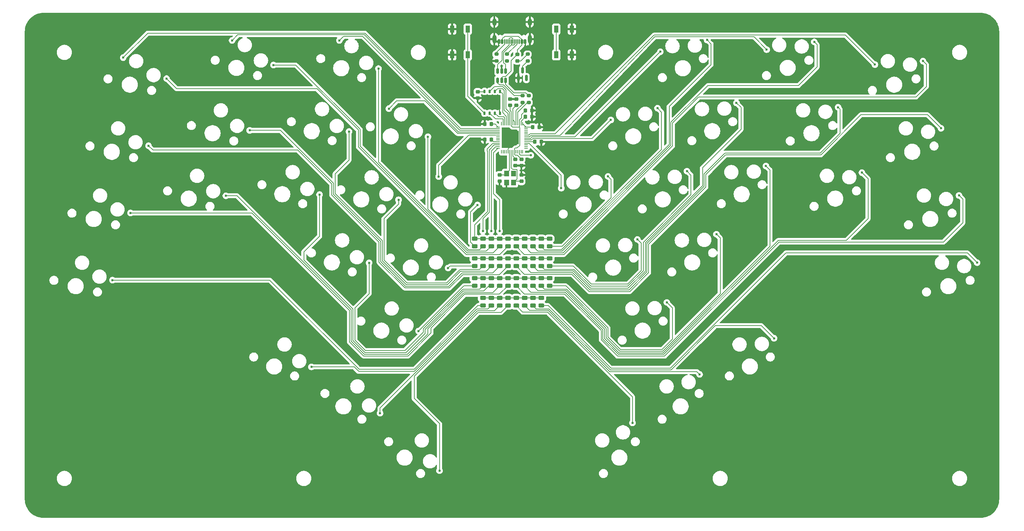
<source format=gbr>
%TF.GenerationSoftware,KiCad,Pcbnew,9.0.0*%
%TF.CreationDate,2025-05-01T21:08:39+03:00*%
%TF.ProjectId,cyberia,63796265-7269-4612-9e6b-696361645f70,v1.0.0*%
%TF.SameCoordinates,Original*%
%TF.FileFunction,Copper,L1,Top*%
%TF.FilePolarity,Positive*%
%FSLAX46Y46*%
G04 Gerber Fmt 4.6, Leading zero omitted, Abs format (unit mm)*
G04 Created by KiCad (PCBNEW 9.0.0) date 2025-05-01 21:08:39*
%MOMM*%
%LPD*%
G01*
G04 APERTURE LIST*
G04 Aperture macros list*
%AMRoundRect*
0 Rectangle with rounded corners*
0 $1 Rounding radius*
0 $2 $3 $4 $5 $6 $7 $8 $9 X,Y pos of 4 corners*
0 Add a 4 corners polygon primitive as box body*
4,1,4,$2,$3,$4,$5,$6,$7,$8,$9,$2,$3,0*
0 Add four circle primitives for the rounded corners*
1,1,$1+$1,$2,$3*
1,1,$1+$1,$4,$5*
1,1,$1+$1,$6,$7*
1,1,$1+$1,$8,$9*
0 Add four rect primitives between the rounded corners*
20,1,$1+$1,$2,$3,$4,$5,0*
20,1,$1+$1,$4,$5,$6,$7,0*
20,1,$1+$1,$6,$7,$8,$9,0*
20,1,$1+$1,$8,$9,$2,$3,0*%
G04 Aperture macros list end*
%TA.AperFunction,SMDPad,CuDef*%
%ADD10RoundRect,0.243750X-0.456250X0.243750X-0.456250X-0.243750X0.456250X-0.243750X0.456250X0.243750X0*%
%TD*%
%TA.AperFunction,SMDPad,CuDef*%
%ADD11RoundRect,0.225000X-0.225000X-0.250000X0.225000X-0.250000X0.225000X0.250000X-0.225000X0.250000X0*%
%TD*%
%TA.AperFunction,SMDPad,CuDef*%
%ADD12RoundRect,0.200000X-0.275000X0.200000X-0.275000X-0.200000X0.275000X-0.200000X0.275000X0.200000X0*%
%TD*%
%TA.AperFunction,SMDPad,CuDef*%
%ADD13RoundRect,0.225000X-0.250000X0.225000X-0.250000X-0.225000X0.250000X-0.225000X0.250000X0.225000X0*%
%TD*%
%TA.AperFunction,SMDPad,CuDef*%
%ADD14RoundRect,0.225000X0.250000X-0.225000X0.250000X0.225000X-0.250000X0.225000X-0.250000X-0.225000X0*%
%TD*%
%TA.AperFunction,SMDPad,CuDef*%
%ADD15RoundRect,0.125000X0.125000X-0.262500X0.125000X0.262500X-0.125000X0.262500X-0.125000X-0.262500X0*%
%TD*%
%TA.AperFunction,HeatsinkPad*%
%ADD16R,4.000000X3.400000*%
%TD*%
%TA.AperFunction,SMDPad,CuDef*%
%ADD17RoundRect,0.218750X-0.256250X0.218750X-0.256250X-0.218750X0.256250X-0.218750X0.256250X0.218750X0*%
%TD*%
%TA.AperFunction,SMDPad,CuDef*%
%ADD18RoundRect,0.225000X0.225000X0.250000X-0.225000X0.250000X-0.225000X-0.250000X0.225000X-0.250000X0*%
%TD*%
%TA.AperFunction,SMDPad,CuDef*%
%ADD19RoundRect,0.150000X-0.150000X0.512500X-0.150000X-0.512500X0.150000X-0.512500X0.150000X0.512500X0*%
%TD*%
%TA.AperFunction,SMDPad,CuDef*%
%ADD20RoundRect,0.150000X0.150000X-0.587500X0.150000X0.587500X-0.150000X0.587500X-0.150000X-0.587500X0*%
%TD*%
%TA.AperFunction,SMDPad,CuDef*%
%ADD21RoundRect,0.150000X0.150000X0.425000X-0.150000X0.425000X-0.150000X-0.425000X0.150000X-0.425000X0*%
%TD*%
%TA.AperFunction,SMDPad,CuDef*%
%ADD22RoundRect,0.075000X0.075000X0.500000X-0.075000X0.500000X-0.075000X-0.500000X0.075000X-0.500000X0*%
%TD*%
%TA.AperFunction,HeatsinkPad*%
%ADD23O,1.000000X1.800000*%
%TD*%
%TA.AperFunction,HeatsinkPad*%
%ADD24O,1.000000X2.100000*%
%TD*%
%TA.AperFunction,SMDPad,CuDef*%
%ADD25RoundRect,0.050000X-0.387500X-0.050000X0.387500X-0.050000X0.387500X0.050000X-0.387500X0.050000X0*%
%TD*%
%TA.AperFunction,SMDPad,CuDef*%
%ADD26RoundRect,0.050000X-0.050000X-0.387500X0.050000X-0.387500X0.050000X0.387500X-0.050000X0.387500X0*%
%TD*%
%TA.AperFunction,HeatsinkPad*%
%ADD27R,3.200000X3.200000*%
%TD*%
%TA.AperFunction,SMDPad,CuDef*%
%ADD28R,1.000000X1.700000*%
%TD*%
%TA.AperFunction,SMDPad,CuDef*%
%ADD29R,1.200000X1.400000*%
%TD*%
%TA.AperFunction,ViaPad*%
%ADD30C,0.600000*%
%TD*%
%TA.AperFunction,Conductor*%
%ADD31C,0.200000*%
%TD*%
G04 APERTURE END LIST*
D10*
%TO.P,D4,2,A*%
%TO.N,Net-(D4-A)*%
X202184000Y-115999499D03*
%TO.P,D4,1,K*%
%TO.N,R0*%
X202184000Y-114124501D03*
%TD*%
%TO.P,D13,2,A*%
%TO.N,Net-(D13-A)*%
X196087997Y-115999501D03*
%TO.P,D13,1,K*%
%TO.N,R0*%
X196088003Y-114124499D03*
%TD*%
%TO.P,D10,2,A*%
%TO.N,Net-(D10-A)*%
X198119997Y-115999501D03*
%TO.P,D10,1,K*%
%TO.N,R0*%
X198120003Y-114124499D03*
%TD*%
%TO.P,D7,2,A*%
%TO.N,Net-(D7-A)*%
X200151997Y-115999501D03*
%TO.P,D7,1,K*%
%TO.N,R0*%
X200152003Y-114124499D03*
%TD*%
D11*
%TO.P,C1,1*%
%TO.N,+3.3V*%
X206488999Y-84327997D03*
%TO.P,C1,2*%
%TO.N,GND*%
X208038999Y-84327997D03*
%TD*%
D12*
%TO.P,FB1,1*%
%TO.N,Net-(F1-Pad2)*%
X207009998Y-69024999D03*
%TO.P,FB1,2*%
%TO.N,Net-(U2-VI)*%
X207009998Y-70674997D03*
%TD*%
%TO.P,R1,1*%
%TO.N,DP*%
X205739999Y-79184997D03*
%TO.P,R1,2*%
%TO.N,Net-(U1-USB_DP)*%
X205739999Y-80834995D03*
%TD*%
D13*
%TO.P,C7,1*%
%TO.N,+3.3V*%
X203962000Y-94728998D03*
%TO.P,C7,2*%
%TO.N,GND*%
X203962000Y-96278998D03*
%TD*%
D11*
%TO.P,C5,1*%
%TO.N,+3.3V*%
X208267000Y-86867998D03*
%TO.P,C5,2*%
%TO.N,GND*%
X209817000Y-86867998D03*
%TD*%
D14*
%TO.P,C10,1*%
%TO.N,+1V1*%
X202692000Y-81546999D03*
%TO.P,C10,2*%
%TO.N,GND*%
X202692000Y-79996999D03*
%TD*%
D13*
%TO.P,C11,1*%
%TO.N,+1V1*%
X205486000Y-94728998D03*
%TO.P,C11,2*%
%TO.N,GND*%
X205486000Y-96278998D03*
%TD*%
D15*
%TO.P,U4,1,~{CS}*%
%TO.N,Net-(U4-~{CS})*%
X196485005Y-83434497D03*
%TO.P,U4,2,SO/SIO1*%
%TO.N,SD1*%
X197755003Y-83434494D03*
%TO.P,U4,3,~{WP}/SIO2*%
%TO.N,SD2*%
X199025001Y-83434494D03*
%TO.P,U4,4,GND*%
%TO.N,GND*%
X200295001Y-83434498D03*
%TO.P,U4,5,SI/SIO0*%
%TO.N,SD0*%
X200294999Y-78109497D03*
%TO.P,U4,6,SCLK*%
%TO.N,SCLK*%
X199025001Y-78109500D03*
%TO.P,U4,7,~{RESET}/SIO3*%
%TO.N,SD3*%
X197755003Y-78109500D03*
%TO.P,U4,8,VCC*%
%TO.N,+3.3V*%
X196485003Y-78109496D03*
D16*
%TO.P,U4,9,GND*%
%TO.N,GND*%
X198390002Y-80771997D03*
%TD*%
D17*
%TO.P,F1,1*%
%TO.N,VBUS*%
X204469999Y-69062500D03*
%TO.P,F1,2*%
%TO.N,Net-(F1-Pad2)*%
X204469999Y-70637500D03*
%TD*%
D11*
%TO.P,C4,1*%
%TO.N,+3.3V*%
X208775000Y-90424000D03*
%TO.P,C4,2*%
%TO.N,GND*%
X210325000Y-90424000D03*
%TD*%
D18*
%TO.P,C6,1*%
%TO.N,+3.3V*%
X198133000Y-89915998D03*
%TO.P,C6,2*%
%TO.N,GND*%
X196583000Y-89915998D03*
%TD*%
D19*
%TO.P,U3,1,I/O1*%
%TO.N,D-*%
X201610000Y-73157496D03*
%TO.P,U3,2,GND*%
%TO.N,GND*%
X200660000Y-73157499D03*
%TO.P,U3,3,I/O2*%
%TO.N,D+*%
X199710000Y-73157495D03*
%TO.P,U3,4,I/O2*%
%TO.N,DP*%
X199710000Y-75432502D03*
%TO.P,U3,5,VBUS*%
%TO.N,VBUS*%
X200660000Y-75432499D03*
%TO.P,U3,6,I/O1*%
%TO.N,DN*%
X201610000Y-75432503D03*
%TD*%
D13*
%TO.P,C13,1*%
%TO.N,XIN*%
X200152001Y-98538998D03*
%TO.P,C13,2*%
%TO.N,GND*%
X200152001Y-100088998D03*
%TD*%
D20*
%TO.P,U2,1,GND*%
%TO.N,GND*%
X204789998Y-74851500D03*
%TO.P,U2,2,VO*%
%TO.N,+3.3V*%
X206689997Y-74851501D03*
%TO.P,U2,3,VI*%
%TO.N,Net-(U2-VI)*%
X205740001Y-72976497D03*
%TD*%
D12*
%TO.P,R4,1*%
%TO.N,Net-(J1-CC1)*%
X201929998Y-69025000D03*
%TO.P,R4,2*%
%TO.N,GND*%
X201929998Y-70674998D03*
%TD*%
%TO.P,R2,1*%
%TO.N,DN*%
X207264003Y-79184999D03*
%TO.P,R2,2*%
%TO.N,Net-(U1-USB_DM)*%
X207264003Y-80834997D03*
%TD*%
%TO.P,R3,1*%
%TO.N,Net-(J1-CC2)*%
X199389998Y-69024999D03*
%TO.P,R3,2*%
%TO.N,GND*%
X199389998Y-70674997D03*
%TD*%
D21*
%TO.P,J1,A1,GND*%
%TO.N,GND*%
X206399998Y-65909997D03*
%TO.P,J1,A4,VBUS*%
%TO.N,VBUS*%
X205599998Y-65909996D03*
D22*
%TO.P,J1,A5,CC1*%
%TO.N,Net-(J1-CC1)*%
X204449999Y-65909997D03*
%TO.P,J1,A6,D+*%
%TO.N,D+*%
X203449997Y-65909997D03*
%TO.P,J1,A7,D-*%
%TO.N,D-*%
X202949999Y-65909996D03*
%TO.P,J1,A8,SBU1*%
%TO.N,unconnected-(J1-SBU1-PadA8)*%
X201949996Y-65909997D03*
D21*
%TO.P,J1,A9,VBUS*%
%TO.N,VBUS*%
X200799998Y-65909996D03*
%TO.P,J1,A12,GND*%
%TO.N,GND*%
X199999998Y-65909997D03*
%TO.P,J1,B1,GND*%
X199999998Y-65909997D03*
%TO.P,J1,B4,VBUS*%
%TO.N,VBUS*%
X200799998Y-65909996D03*
D22*
%TO.P,J1,B5,CC2*%
%TO.N,Net-(J1-CC2)*%
X201449998Y-65909995D03*
%TO.P,J1,B6,D+*%
%TO.N,D+*%
X202449999Y-65909997D03*
%TO.P,J1,B7,D-*%
%TO.N,D-*%
X203949997Y-65909997D03*
%TO.P,J1,B8,SBU2*%
%TO.N,unconnected-(J1-SBU2-PadB8)*%
X204949999Y-65909996D03*
D21*
%TO.P,J1,B9,VBUS*%
%TO.N,VBUS*%
X205599998Y-65909996D03*
%TO.P,J1,B12,GND*%
%TO.N,GND*%
X206399998Y-65909997D03*
D23*
%TO.P,J1,S1,SHIELD*%
X207520000Y-61154996D03*
D24*
X207519997Y-65334997D03*
X198879999Y-65334997D03*
D23*
X198879997Y-61154997D03*
%TD*%
D25*
%TO.P,U1,1,IOVDD*%
%TO.N,+3.3V*%
X199762501Y-86808000D03*
%TO.P,U1,2,GPIO0*%
%TO.N,C0*%
X199762500Y-87208001D03*
%TO.P,U1,3,GPIO1*%
%TO.N,C1*%
X199762500Y-87608000D03*
%TO.P,U1,4,GPIO2*%
%TO.N,C2*%
X199762500Y-88008000D03*
%TO.P,U1,5,GPIO3*%
%TO.N,C3*%
X199762498Y-88408000D03*
%TO.P,U1,6,GPIO4*%
%TO.N,C4*%
X199762500Y-88808000D03*
%TO.P,U1,7,GPIO5*%
%TO.N,unconnected-(U1-GPIO5-Pad7)*%
X199762500Y-89208000D03*
%TO.P,U1,8,GPIO6*%
%TO.N,unconnected-(U1-GPIO6-Pad8)*%
X199762500Y-89608000D03*
%TO.P,U1,9,GPIO7*%
%TO.N,unconnected-(U1-GPIO7-Pad9)*%
X199762500Y-90008000D03*
%TO.P,U1,10,IOVDD*%
%TO.N,+3.3V*%
X199762501Y-90407999D03*
%TO.P,U1,11,GPIO8*%
%TO.N,R0*%
X199762500Y-90808000D03*
%TO.P,U1,12,GPIO9*%
%TO.N,R1*%
X199762500Y-91208000D03*
%TO.P,U1,13,GPIO10*%
%TO.N,R2*%
X199762499Y-91607999D03*
%TO.P,U1,14,GPIO11*%
%TO.N,R3*%
X199762501Y-92008000D03*
D26*
%TO.P,U1,15,GPIO12*%
%TO.N,unconnected-(U1-GPIO12-Pad15)*%
X200600000Y-92845499D03*
%TO.P,U1,16,GPIO13*%
%TO.N,unconnected-(U1-GPIO13-Pad16)*%
X201000001Y-92845500D03*
%TO.P,U1,17,GPIO14*%
%TO.N,unconnected-(U1-GPIO14-Pad17)*%
X201400000Y-92845500D03*
%TO.P,U1,18,GPIO15*%
%TO.N,unconnected-(U1-GPIO15-Pad18)*%
X201800000Y-92845500D03*
%TO.P,U1,19,TESTEN*%
%TO.N,GND*%
X202200000Y-92845502D03*
%TO.P,U1,20,XIN*%
%TO.N,XIN*%
X202600000Y-92845500D03*
%TO.P,U1,21,XOUT*%
%TO.N,XOUT*%
X203000000Y-92845500D03*
%TO.P,U1,22,IOVDD*%
%TO.N,+3.3V*%
X203400000Y-92845500D03*
%TO.P,U1,23,DVDD*%
%TO.N,+1V1*%
X203800000Y-92845500D03*
%TO.P,U1,24,SWCLK*%
%TO.N,unconnected-(U1-SWCLK-Pad24)*%
X204199999Y-92845499D03*
%TO.P,U1,25,SWD*%
%TO.N,unconnected-(U1-SWD-Pad25)*%
X204600000Y-92845500D03*
%TO.P,U1,26,RUN*%
%TO.N,RUN*%
X205000000Y-92845500D03*
%TO.P,U1,27,GPIO16*%
%TO.N,unconnected-(U1-GPIO16-Pad27)*%
X205399999Y-92845501D03*
%TO.P,U1,28,GPIO17*%
%TO.N,unconnected-(U1-GPIO17-Pad28)*%
X205800000Y-92845499D03*
D25*
%TO.P,U1,29,GPIO18*%
%TO.N,unconnected-(U1-GPIO18-Pad29)*%
X206637499Y-92008000D03*
%TO.P,U1,30,GPIO19*%
%TO.N,unconnected-(U1-GPIO19-Pad30)*%
X206637500Y-91607999D03*
%TO.P,U1,31,GPIO20*%
%TO.N,unconnected-(U1-GPIO20-Pad31)*%
X206637500Y-91208000D03*
%TO.P,U1,32,GPIO21*%
%TO.N,C5*%
X206637500Y-90808000D03*
%TO.P,U1,33,IOVDD*%
%TO.N,+3.3V*%
X206637502Y-90408000D03*
%TO.P,U1,34,GPIO22*%
%TO.N,C6*%
X206637500Y-90008000D03*
%TO.P,U1,35,GPIO23*%
%TO.N,C7*%
X206637500Y-89608000D03*
%TO.P,U1,36,GPIO24*%
%TO.N,C8*%
X206637500Y-89208000D03*
%TO.P,U1,37,GPIO25*%
%TO.N,C9*%
X206637500Y-88808000D03*
%TO.P,U1,38,GPIO26_ADC0*%
%TO.N,unconnected-(U1-GPIO26_ADC0-Pad38)*%
X206637499Y-88408001D03*
%TO.P,U1,39,GPIO27_ADC1*%
%TO.N,unconnected-(U1-GPIO27_ADC1-Pad39)*%
X206637500Y-88008000D03*
%TO.P,U1,40,GPIO28_ADC2*%
%TO.N,unconnected-(U1-GPIO28_ADC2-Pad40)*%
X206637500Y-87608000D03*
%TO.P,U1,41,GPIO29_ADC3*%
%TO.N,unconnected-(U1-GPIO29_ADC3-Pad41)*%
X206637501Y-87208001D03*
%TO.P,U1,42,IOVDD*%
%TO.N,+3.3V*%
X206637499Y-86808000D03*
D26*
%TO.P,U1,43,ADC_AVDD*%
X205800000Y-85970501D03*
%TO.P,U1,44,VREG_IN*%
X205399999Y-85970500D03*
%TO.P,U1,45,VREG_VOUT*%
%TO.N,+1V1*%
X205000000Y-85970500D03*
%TO.P,U1,46,USB_DM*%
%TO.N,Net-(U1-USB_DM)*%
X204600000Y-85970500D03*
%TO.P,U1,47,USB_DP*%
%TO.N,Net-(U1-USB_DP)*%
X204200000Y-85970498D03*
%TO.P,U1,48,USB_VDD*%
%TO.N,+3.3V*%
X203800000Y-85970500D03*
%TO.P,U1,49,IOVDD*%
X203400000Y-85970500D03*
%TO.P,U1,50,DVDD*%
%TO.N,+1V1*%
X203000000Y-85970500D03*
%TO.P,U1,51,QSPI_SD3*%
%TO.N,SD3*%
X202600000Y-85970500D03*
%TO.P,U1,52,QSPI_SCLK*%
%TO.N,SCLK*%
X202200001Y-85970501D03*
%TO.P,U1,53,QSPI_SD0*%
%TO.N,SD0*%
X201800000Y-85970500D03*
%TO.P,U1,54,QSPI_SD2*%
%TO.N,SD2*%
X201400000Y-85970500D03*
%TO.P,U1,55,QSPI_SD1*%
%TO.N,SD1*%
X201000001Y-85970499D03*
%TO.P,U1,56,QSPI_SS*%
%TO.N,unconnected-(U1-QSPI_SS-Pad56)*%
X200600000Y-85970501D03*
D27*
%TO.P,U1,57,GND*%
%TO.N,GND*%
X203200000Y-89408000D03*
%TD*%
D14*
%TO.P,C2,1*%
%TO.N,+3.3V*%
X204216001Y-81546997D03*
%TO.P,C2,2*%
%TO.N,GND*%
X204216001Y-79996997D03*
%TD*%
D28*
%TO.P,SW39,1,1*%
%TO.N,GND*%
X217800002Y-62890000D03*
X217800003Y-69190000D03*
%TO.P,SW39,2,2*%
%TO.N,RUN*%
X213999997Y-62890000D03*
X213999998Y-69190000D03*
%TD*%
D11*
%TO.P,C9,1*%
%TO.N,+1V1*%
X206489001Y-82804000D03*
%TO.P,C9,2*%
%TO.N,GND*%
X208039001Y-82804000D03*
%TD*%
D13*
%TO.P,C14,1*%
%TO.N,+3.3V*%
X194818000Y-78218997D03*
%TO.P,C14,2*%
%TO.N,GND*%
X194818000Y-79768997D03*
%TD*%
D18*
%TO.P,C3,1*%
%TO.N,+3.3V*%
X198133000Y-86105996D03*
%TO.P,C3,2*%
%TO.N,GND*%
X196583000Y-86105996D03*
%TD*%
D28*
%TO.P,SW40,1,1*%
%TO.N,GND*%
X188599999Y-69190000D03*
X188599997Y-62890000D03*
%TO.P,SW40,2,2*%
%TO.N,Net-(U4-~{CS})*%
X192400003Y-69190000D03*
X192400001Y-62890000D03*
%TD*%
D29*
%TO.P,Y1,1,1*%
%TO.N,XIN*%
X201842000Y-98213998D03*
%TO.P,Y1,2,2*%
%TO.N,GND*%
X201842000Y-100413998D03*
%TO.P,Y1,3,3*%
%TO.N,XOUT*%
X203542000Y-100413998D03*
%TO.P,Y1,4,4*%
%TO.N,GND*%
X203542000Y-98213998D03*
%TD*%
D14*
%TO.P,C12,1*%
%TO.N,XOUT*%
X205486000Y-100088998D03*
%TO.P,C12,2*%
%TO.N,GND*%
X205486000Y-98538998D03*
%TD*%
D10*
%TO.P,D12,2,A*%
%TO.N,Net-(D12-A)*%
X196087997Y-120825501D03*
%TO.P,D12,1,K*%
%TO.N,R1*%
X196088003Y-118950499D03*
%TD*%
%TO.P,D20,1,K*%
%TO.N,R3*%
X210312000Y-128602501D03*
%TO.P,D20,2,A*%
%TO.N,Net-(D20-A)*%
X210312000Y-130477499D03*
%TD*%
%TO.P,D32,1,K*%
%TO.N,R0*%
X210312007Y-114124501D03*
%TO.P,D32,2,A*%
%TO.N,Net-(D32-A)*%
X210311993Y-115999499D03*
%TD*%
%TO.P,D11,1,K*%
%TO.N,R2*%
X196088003Y-123776499D03*
%TO.P,D11,2,A*%
%TO.N,Net-(D11-A)*%
X196087997Y-125651501D03*
%TD*%
%TO.P,D21,1,K*%
%TO.N,R2*%
X204216000Y-123776501D03*
%TO.P,D21,2,A*%
%TO.N,Net-(D21-A)*%
X204216000Y-125651499D03*
%TD*%
%TO.P,D22,1,K*%
%TO.N,R1*%
X204216000Y-118950501D03*
%TO.P,D22,2,A*%
%TO.N,Net-(D22-A)*%
X204216000Y-120825499D03*
%TD*%
%TO.P,D31,1,K*%
%TO.N,R1*%
X210312007Y-118950501D03*
%TO.P,D31,2,A*%
%TO.N,Net-(D31-A)*%
X210311993Y-120825499D03*
%TD*%
%TO.P,D24,1,K*%
%TO.N,R2*%
X206248007Y-123776501D03*
%TO.P,D24,2,A*%
%TO.N,Net-(D24-A)*%
X206247993Y-125651499D03*
%TD*%
%TO.P,D30,1,K*%
%TO.N,R2*%
X210312007Y-123776501D03*
%TO.P,D30,2,A*%
%TO.N,Net-(D30-A)*%
X210311993Y-125651499D03*
%TD*%
%TO.P,D2,1,K*%
%TO.N,R2*%
X202184000Y-123776501D03*
%TO.P,D2,2,A*%
%TO.N,Net-(D2-A)*%
X202184000Y-125651499D03*
%TD*%
%TO.P,D23,1,K*%
%TO.N,R0*%
X204216000Y-114124501D03*
%TO.P,D23,2,A*%
%TO.N,Net-(D23-A)*%
X204216000Y-115999499D03*
%TD*%
%TO.P,D27,1,K*%
%TO.N,R2*%
X208280007Y-123776501D03*
%TO.P,D27,2,A*%
%TO.N,Net-(D27-A)*%
X208279993Y-125651499D03*
%TD*%
%TO.P,D3,2,A*%
%TO.N,Net-(D3-A)*%
X202184000Y-120825499D03*
%TO.P,D3,1,K*%
%TO.N,R1*%
X202184000Y-118950501D03*
%TD*%
%TO.P,D6,2,A*%
%TO.N,Net-(D6-A)*%
X200151997Y-120825501D03*
%TO.P,D6,1,K*%
%TO.N,R1*%
X200152003Y-118950499D03*
%TD*%
%TO.P,D29,1,K*%
%TO.N,R0*%
X208280007Y-114124501D03*
%TO.P,D29,2,A*%
%TO.N,Net-(D29-A)*%
X208279993Y-115999499D03*
%TD*%
%TO.P,D14,1,K*%
%TO.N,R2*%
X194056003Y-123776499D03*
%TO.P,D14,2,A*%
%TO.N,Net-(D14-A)*%
X194055997Y-125651501D03*
%TD*%
%TO.P,D33,1,K*%
%TO.N,R2*%
X212344007Y-123776501D03*
%TO.P,D33,2,A*%
%TO.N,Net-(D33-A)*%
X212343993Y-125651499D03*
%TD*%
%TO.P,D34,1,K*%
%TO.N,R1*%
X212344007Y-118950501D03*
%TO.P,D34,2,A*%
%TO.N,Net-(D34-A)*%
X212343993Y-120825499D03*
%TD*%
%TO.P,D38,1,K*%
%TO.N,R3*%
X204216001Y-128602506D03*
%TO.P,D38,2,A*%
%TO.N,Net-(D38-A)*%
X204215999Y-130477494D03*
%TD*%
%TO.P,D8,1,K*%
%TO.N,R2*%
X198120003Y-123776499D03*
%TO.P,D8,2,A*%
%TO.N,Net-(D8-A)*%
X198119997Y-125651501D03*
%TD*%
%TO.P,D1,1,K*%
%TO.N,R3*%
X196088000Y-128602501D03*
%TO.P,D1,2,A*%
%TO.N,Net-(D1-A)*%
X196088000Y-130477499D03*
%TD*%
%TO.P,D15,2,A*%
%TO.N,Net-(D15-A)*%
X194055997Y-120825501D03*
%TO.P,D15,1,K*%
%TO.N,R1*%
X194056003Y-118950499D03*
%TD*%
%TO.P,D16,1,K*%
%TO.N,R0*%
X194056003Y-114124499D03*
%TO.P,D16,2,A*%
%TO.N,Net-(D16-A)*%
X194055997Y-115999501D03*
%TD*%
%TO.P,D25,1,K*%
%TO.N,R1*%
X206248007Y-118950501D03*
%TO.P,D25,2,A*%
%TO.N,Net-(D25-A)*%
X206247993Y-120825499D03*
%TD*%
%TO.P,D18,2,A*%
%TO.N,Net-(D18-A)*%
X200151997Y-130477501D03*
%TO.P,D18,1,K*%
%TO.N,R3*%
X200152003Y-128602499D03*
%TD*%
%TO.P,D26,1,K*%
%TO.N,R0*%
X206248007Y-114124501D03*
%TO.P,D26,2,A*%
%TO.N,Net-(D26-A)*%
X206247993Y-115999499D03*
%TD*%
%TO.P,D5,1,K*%
%TO.N,R2*%
X200152003Y-123776499D03*
%TO.P,D5,2,A*%
%TO.N,Net-(D5-A)*%
X200151997Y-125651501D03*
%TD*%
%TO.P,D17,1,K*%
%TO.N,R3*%
X198120003Y-128602499D03*
%TO.P,D17,2,A*%
%TO.N,Net-(D17-A)*%
X198119997Y-130477501D03*
%TD*%
%TO.P,D28,1,K*%
%TO.N,R1*%
X208279998Y-118950499D03*
%TO.P,D28,2,A*%
%TO.N,Net-(D28-A)*%
X208280002Y-120825501D03*
%TD*%
%TO.P,D36,1,K*%
%TO.N,R3*%
X208280007Y-128602501D03*
%TO.P,D36,2,A*%
%TO.N,Net-(D36-A)*%
X208279993Y-130477499D03*
%TD*%
%TO.P,D9,2,A*%
%TO.N,Net-(D9-A)*%
X198119997Y-120825501D03*
%TO.P,D9,1,K*%
%TO.N,R1*%
X198120003Y-118950499D03*
%TD*%
%TO.P,D19,1,K*%
%TO.N,R3*%
X202184006Y-128602500D03*
%TO.P,D19,2,A*%
%TO.N,Net-(D19-A)*%
X202183994Y-130477500D03*
%TD*%
%TO.P,D35,1,K*%
%TO.N,R0*%
X212344007Y-114124501D03*
%TO.P,D35,2,A*%
%TO.N,Net-(D35-A)*%
X212343993Y-115999499D03*
%TD*%
%TO.P,D37,1,K*%
%TO.N,R3*%
X206248001Y-128602506D03*
%TO.P,D37,2,A*%
%TO.N,Net-(D37-A)*%
X206247999Y-130477494D03*
%TD*%
D30*
%TO.N,R1*%
X196088000Y-118950499D03*
%TO.N,R2*%
X198120000Y-123776499D03*
%TO.N,R3*%
X200152000Y-128602500D03*
X200152000Y-112268000D03*
%TO.N,R2*%
X198120000Y-112268000D03*
%TO.N,R1*%
X196088000Y-112268000D03*
%TO.N,Net-(D20-A)*%
X316674642Y-119965274D03*
%TO.N,Net-(D21-A)*%
X312274718Y-103544534D03*
%TO.N,Net-(D22-A)*%
X307874792Y-87123797D03*
%TO.N,Net-(D23-A)*%
X303474872Y-70703058D03*
%TO.N,Net-(D24-A)*%
X288572698Y-97964862D03*
%TO.N,Net-(D25-A)*%
X282758357Y-81990086D03*
%TO.N,Net-(D26-A)*%
X276944013Y-66015313D03*
%TO.N,Net-(D29-A)*%
X250789592Y-65537109D03*
%TO.N,Net-(D27-A)*%
X265158614Y-96351573D03*
%TO.N,Net-(D28-A)*%
X257974105Y-80944339D03*
%TO.N,Net-(D32-A)*%
X238702235Y-82207315D03*
%TO.N,Net-(D31-A)*%
X245886746Y-97614545D03*
%TO.N,Net-(D35-A)*%
X226614876Y-98877519D03*
%TO.N,Net-(D30-A)*%
X253071256Y-113021780D03*
%TO.N,Net-(D34-A)*%
X233799386Y-114284753D03*
%TO.N,Net-(D33-A)*%
X240983898Y-129691985D03*
%TO.N,Net-(D36-A)*%
X267139800Y-138459469D03*
%TO.N,Net-(D37-A)*%
X248964733Y-147287279D03*
%TO.N,Net-(D38-A)*%
X232598716Y-159137042D03*
%TO.N,Net-(D9-A)*%
X163425289Y-87938674D03*
%TO.N,Net-(D8-A)*%
X156240779Y-103345903D03*
%TO.N,Net-(D11-A)*%
X168328136Y-120016114D03*
%TO.N,Net-(D12-A)*%
X175512647Y-104608878D03*
%TO.N,Net-(D15-A)*%
X187600001Y-121279084D03*
%TO.N,Net-(D14-A)*%
X180415492Y-136686315D03*
%TO.N,Net-(D19-A)*%
X185503898Y-170839658D03*
%TO.N,Net-(D18-A)*%
X170992232Y-156779968D03*
%TO.N,Net-(D17-A)*%
X154259591Y-145453799D03*
%TO.N,Net-(D1-A)*%
X105711429Y-124248730D03*
%TO.N,Net-(D2-A)*%
X110111355Y-107827989D03*
%TO.N,Net-(D5-A)*%
X133379211Y-103625295D03*
%TO.N,Net-(D6-A)*%
X139193554Y-87650521D03*
%TO.N,Net-(D3-A)*%
X114511277Y-91407251D03*
%TO.N,Net-(D4-A)*%
X118911200Y-74986512D03*
%TO.N,Net-(D7-A)*%
X145007896Y-71675747D03*
%TO.N,Net-(D10-A)*%
X170609797Y-72531440D03*
%TO.N,Net-(D13-A)*%
X182697155Y-89201648D03*
%TO.N,Net-(D16-A)*%
X194784515Y-105871852D03*
%TO.N,C0*%
X108324159Y-69872118D03*
%TO.N,C1*%
X134906893Y-65658089D03*
%TO.N,C2*%
X161071703Y-65656323D03*
%TO.N,C3*%
X173159061Y-82326531D03*
%TO.N,C4*%
X185301578Y-98941578D03*
%TO.N,C9*%
X291749029Y-71567384D03*
%TO.N,C8*%
X265338121Y-67898325D03*
%TO.N,C7*%
X239391977Y-68424471D03*
%TO.N,C6*%
X227304620Y-85094678D03*
%TO.N,C5*%
X215217261Y-101764882D03*
%TO.N,+3.3V*%
X208775000Y-90424000D03*
X208267000Y-86867998D03*
X206689997Y-74851501D03*
X204216003Y-81546999D03*
X206489001Y-84327998D03*
X194818000Y-78218997D03*
X198133000Y-89915998D03*
X203962000Y-94728998D03*
X198133000Y-86105996D03*
%TO.N,GND*%
X188599997Y-62890000D03*
X202692000Y-79996999D03*
X188599999Y-69190000D03*
X208039001Y-82804000D03*
X217800002Y-62890000D03*
X201929998Y-70674998D03*
X210325000Y-90424000D03*
X196583000Y-86105996D03*
X204216001Y-79996997D03*
X198390002Y-80771997D03*
X201842000Y-100413998D03*
X203542000Y-98213998D03*
X208038999Y-84327997D03*
X203962000Y-96278998D03*
X200152001Y-100088998D03*
X203200000Y-89408000D03*
X205486000Y-96278998D03*
X204789998Y-74851500D03*
X217800003Y-69190000D03*
X200295001Y-83434498D03*
X205486000Y-98538998D03*
X200660000Y-73157499D03*
X196583000Y-89915998D03*
X209817000Y-86867998D03*
X199389998Y-70674997D03*
X194818000Y-79768997D03*
%TO.N,RUN*%
X207772000Y-93726000D03*
X213999998Y-69190000D03*
%TD*%
D31*
%TO.N,R1*%
X196088000Y-118950499D02*
X212344005Y-118950499D01*
%TO.N,R2*%
X198120000Y-123776499D02*
X212344005Y-123776499D01*
%TO.N,R3*%
X200152000Y-128602500D02*
X210311995Y-128602500D01*
%TO.N,R0*%
X197211000Y-107529900D02*
X194056003Y-110684897D01*
X197211000Y-92817000D02*
X197211000Y-107529900D01*
X194056003Y-110684897D02*
X194056003Y-114124499D01*
X197104000Y-92710000D02*
X197211000Y-92817000D01*
X198498000Y-90808000D02*
X197104000Y-92202000D01*
X197104000Y-92202000D02*
X197104000Y-92710000D01*
X199762500Y-90808000D02*
X198498000Y-90808000D01*
%TO.N,R1*%
X196088000Y-109220000D02*
X196088000Y-112268000D01*
X197612000Y-107696000D02*
X196088000Y-109220000D01*
X197612000Y-103124000D02*
X197612000Y-107696000D01*
X197612000Y-92456000D02*
X197612000Y-103124000D01*
X198860000Y-91208000D02*
X197612000Y-92456000D01*
X199762500Y-91208000D02*
X198860000Y-91208000D01*
%TO.N,R2*%
X198120000Y-92710000D02*
X198120000Y-112268000D01*
X198374000Y-92456000D02*
X198120000Y-92710000D01*
X199762499Y-91607999D02*
X199222001Y-91607999D01*
X199222001Y-91607999D02*
X198374000Y-92456000D01*
%TO.N,R3*%
X200152000Y-104648000D02*
X200152000Y-112268000D01*
X199898000Y-104394000D02*
X200152000Y-104648000D01*
X198628000Y-103124000D02*
X199898000Y-104394000D01*
X198628000Y-99568000D02*
X198628000Y-103124000D01*
X198628000Y-93142501D02*
X198628000Y-99568000D01*
X199762501Y-92008000D02*
X198628000Y-93142501D01*
%TO.N,Net-(D38-A)*%
X232598716Y-152766016D02*
X232598716Y-159137042D01*
X211900699Y-132067999D02*
X232598716Y-152766016D01*
X205806504Y-132067999D02*
X211900699Y-132067999D01*
X204215999Y-130477494D02*
X205806504Y-132067999D01*
%TO.N,Net-(D37-A)*%
X248275454Y-146598000D02*
X248964733Y-147287279D01*
X226997800Y-146598000D02*
X248275454Y-146598000D01*
X212066799Y-131666999D02*
X226997800Y-146598000D01*
X207437504Y-131666999D02*
X212066799Y-131666999D01*
X206247999Y-130477494D02*
X207437504Y-131666999D01*
%TO.N,Net-(D36-A)*%
X252789100Y-135382000D02*
X264062331Y-135382000D01*
X241974100Y-146197000D02*
X252789100Y-135382000D01*
X227163900Y-146197000D02*
X241974100Y-146197000D01*
X212232899Y-131265999D02*
X227163900Y-146197000D01*
X209068493Y-131265999D02*
X212232899Y-131265999D01*
X264062331Y-135382000D02*
X267139800Y-138459469D01*
X208279993Y-130477499D02*
X209068493Y-131265999D01*
%TO.N,Net-(D20-A)*%
X314311368Y-117602000D02*
X316674642Y-119965274D01*
X270002000Y-117602000D02*
X314311368Y-117602000D01*
X241808000Y-145796000D02*
X270002000Y-117602000D01*
X227330000Y-145796000D02*
X241808000Y-145796000D01*
X212011499Y-130477499D02*
X227330000Y-145796000D01*
X210312000Y-130477499D02*
X212011499Y-130477499D01*
%TO.N,Net-(D19-A)*%
X185503898Y-159341898D02*
X185503898Y-170839658D01*
X179324000Y-153162000D02*
X185503898Y-159341898D01*
X179324000Y-147751300D02*
X179324000Y-153162000D01*
X194955300Y-132120000D02*
X179324000Y-147751300D01*
X200541494Y-132120000D02*
X194955300Y-132120000D01*
X202183994Y-130477500D02*
X200541494Y-132120000D01*
%TO.N,Net-(D18-A)*%
X170992232Y-155515968D02*
X170992232Y-156779968D01*
X194789200Y-131719000D02*
X170992232Y-155515968D01*
X200151997Y-130477501D02*
X198910498Y-131719000D01*
X198910498Y-131719000D02*
X194789200Y-131719000D01*
%TO.N,Net-(D17-A)*%
X164698699Y-145453799D02*
X154259591Y-145453799D01*
X165802900Y-146558000D02*
X164698699Y-145453799D01*
X179383100Y-146558000D02*
X165802900Y-146558000D01*
X194623100Y-131318000D02*
X179383100Y-146558000D01*
X197279498Y-131318000D02*
X194623100Y-131318000D01*
X198119997Y-130477501D02*
X197279498Y-131318000D01*
%TO.N,Net-(D1-A)*%
X144060730Y-124248730D02*
X105711429Y-124248730D01*
X179324000Y-146050000D02*
X165862000Y-146050000D01*
X194896501Y-130477499D02*
X179324000Y-146050000D01*
X196088000Y-130477499D02*
X194896501Y-130477499D01*
X165862000Y-146050000D02*
X144060730Y-124248730D01*
%TO.N,Net-(D21-A)*%
X313182000Y-104451816D02*
X312274718Y-103544534D01*
X313182000Y-110236000D02*
X313182000Y-104451816D01*
X308463000Y-114955000D02*
X313182000Y-110236000D01*
X268313400Y-114955000D02*
X308463000Y-114955000D01*
X228951600Y-142828000D02*
X240440400Y-142828000D01*
X240440400Y-142828000D02*
X268313400Y-114955000D01*
X224964000Y-138840400D02*
X228951600Y-142828000D01*
X216052599Y-127642999D02*
X224964000Y-136554400D01*
X224964000Y-136554400D02*
X224964000Y-138840400D01*
X206207500Y-127642999D02*
X216052599Y-127642999D01*
X204216000Y-125651499D02*
X206207500Y-127642999D01*
%TO.N,Net-(D24-A)*%
X290068000Y-99460164D02*
X288572698Y-97964862D01*
X290068000Y-109220000D02*
X290068000Y-99460164D01*
X284734000Y-114554000D02*
X290068000Y-109220000D01*
X268147300Y-114554000D02*
X284734000Y-114554000D01*
X240274300Y-142427000D02*
X268147300Y-114554000D01*
X229117700Y-142427000D02*
X240274300Y-142427000D01*
X225365000Y-138674300D02*
X229117700Y-142427000D01*
X225365000Y-136388300D02*
X225365000Y-138674300D01*
X216218699Y-127241999D02*
X225365000Y-136388300D01*
X207838493Y-127241999D02*
X216218699Y-127241999D01*
X206247993Y-125651499D02*
X207838493Y-127241999D01*
%TO.N,Net-(D27-A)*%
X266136847Y-97329806D02*
X265158614Y-96351573D01*
X240108200Y-142026000D02*
X266136847Y-115997353D01*
X229283800Y-142026000D02*
X240108200Y-142026000D01*
X225766000Y-138508200D02*
X229283800Y-142026000D01*
X225766000Y-136222200D02*
X225766000Y-138508200D01*
X216384799Y-126840999D02*
X225766000Y-136222200D01*
X209469493Y-126840999D02*
X216384799Y-126840999D01*
X208279993Y-125651499D02*
X209469493Y-126840999D01*
X266136847Y-115997353D02*
X266136847Y-97329806D01*
%TO.N,Net-(D30-A)*%
X254000000Y-127567100D02*
X254000000Y-113950524D01*
X239942100Y-141625000D02*
X254000000Y-127567100D01*
X254000000Y-113950524D02*
X253071256Y-113021780D01*
X229449900Y-141625000D02*
X239942100Y-141625000D01*
X226167000Y-138342100D02*
X229449900Y-141625000D01*
X226167000Y-136056100D02*
X226167000Y-138342100D01*
X216550899Y-126439999D02*
X226167000Y-136056100D01*
X211100493Y-126439999D02*
X216550899Y-126439999D01*
X210311993Y-125651499D02*
X211100493Y-126439999D01*
%TO.N,Net-(D33-A)*%
X242316000Y-131024087D02*
X240983898Y-129691985D01*
X242316000Y-138684000D02*
X242316000Y-131024087D01*
X229616000Y-141224000D02*
X239776000Y-141224000D01*
X239776000Y-141224000D02*
X242316000Y-138684000D01*
X226568000Y-138176000D02*
X229616000Y-141224000D01*
X226568000Y-135890000D02*
X226568000Y-138176000D01*
X216329499Y-125651499D02*
X226568000Y-135890000D01*
X212343993Y-125651499D02*
X216329499Y-125651499D01*
%TO.N,Net-(D2-A)*%
X139713789Y-107827989D02*
X110111355Y-107827989D01*
X163536000Y-131650200D02*
X139713789Y-107827989D01*
X163536000Y-139329300D02*
X163536000Y-131650200D01*
X166994700Y-142788000D02*
X163536000Y-139329300D01*
X177819100Y-142788000D02*
X166994700Y-142788000D01*
X183434103Y-137172997D02*
X177819100Y-142788000D01*
X183434103Y-135936104D02*
X183434103Y-137172997D01*
X200140499Y-127695000D02*
X191675207Y-127695000D01*
X191675207Y-127695000D02*
X183434103Y-135936104D01*
X202184000Y-125651499D02*
X200140499Y-127695000D01*
%TO.N,Net-(D5-A)*%
X163937000Y-131484100D02*
X136078195Y-103625295D01*
X136078195Y-103625295D02*
X133379211Y-103625295D01*
X163937000Y-139163200D02*
X163937000Y-131484100D01*
X167160800Y-142387000D02*
X163937000Y-139163200D01*
X177653000Y-142387000D02*
X167160800Y-142387000D01*
X182642553Y-137397447D02*
X177653000Y-142387000D01*
X191509107Y-127294000D02*
X182642553Y-136160554D01*
X198509498Y-127294000D02*
X191509107Y-127294000D01*
X200151997Y-125651501D02*
X198509498Y-127294000D01*
X182642553Y-136160554D02*
X182642553Y-137397447D01*
%TO.N,Net-(D8-A)*%
X156240779Y-113507221D02*
X156240779Y-103345903D01*
X152400000Y-117348000D02*
X156240779Y-113507221D01*
X164338000Y-131318000D02*
X152400000Y-119380000D01*
X164338000Y-138997100D02*
X164338000Y-131318000D01*
X152400000Y-119380000D02*
X152400000Y-117348000D01*
X167326900Y-141986000D02*
X164338000Y-138997100D01*
X177292000Y-141986000D02*
X167326900Y-141986000D01*
X181968453Y-137309547D02*
X177292000Y-141986000D01*
X181968453Y-136267554D02*
X181968453Y-137309547D01*
X196323644Y-126893000D02*
X191343007Y-126893000D01*
X191343007Y-126893000D02*
X181968453Y-136267554D01*
X197565143Y-125651501D02*
X196323644Y-126893000D01*
X198119997Y-125651501D02*
X197565143Y-125651501D01*
%TO.N,Net-(D11-A)*%
X168328136Y-127581864D02*
X168328136Y-120016114D01*
X164846000Y-131064000D02*
X168328136Y-127581864D01*
X164846000Y-138938000D02*
X164846000Y-131064000D01*
X167386000Y-141478000D02*
X164846000Y-138938000D01*
X177038000Y-141478000D02*
X167386000Y-141478000D01*
X181567453Y-136948547D02*
X177038000Y-141478000D01*
X181567453Y-136101454D02*
X181567453Y-136948547D01*
X191176907Y-126492000D02*
X181567453Y-136101454D01*
X195247498Y-126492000D02*
X191176907Y-126492000D01*
X196087997Y-125651501D02*
X195247498Y-126492000D01*
%TO.N,Net-(D14-A)*%
X191450306Y-125651501D02*
X180415492Y-136686315D01*
X194055997Y-125651501D02*
X191450306Y-125651501D01*
%TO.N,R3*%
X210311995Y-128602500D02*
X210312001Y-128602506D01*
X196088006Y-128602500D02*
X200152000Y-128602500D01*
%TO.N,R2*%
X212344005Y-123776499D02*
X212344007Y-123776501D01*
X194056003Y-123776499D02*
X198120000Y-123776499D01*
%TO.N,R1*%
X212344005Y-118950499D02*
X212344007Y-118950501D01*
X194056003Y-118950499D02*
X196088000Y-118950499D01*
%TO.N,Net-(D22-A)*%
X304570995Y-83820000D02*
X307874792Y-87123797D01*
X278550100Y-93619000D02*
X288349100Y-83820000D01*
X250484000Y-98464100D02*
X255329100Y-93619000D01*
X231921100Y-127040000D02*
X236514000Y-122447100D01*
X250484000Y-101483300D02*
X250484000Y-98464100D01*
X288349100Y-83820000D02*
X304570995Y-83820000D01*
X217830599Y-122816999D02*
X222053600Y-127040000D01*
X255329100Y-93619000D02*
X278550100Y-93619000D01*
X236514000Y-122447100D02*
X236514000Y-115453300D01*
X236514000Y-115453300D02*
X250484000Y-101483300D01*
X206207500Y-122816999D02*
X217830599Y-122816999D01*
X222053600Y-127040000D02*
X231921100Y-127040000D01*
X204216000Y-120825499D02*
X206207500Y-122816999D01*
%TO.N,Net-(D25-A)*%
X283210000Y-82441729D02*
X282758357Y-81990086D01*
X283210000Y-88392000D02*
X283210000Y-82441729D01*
X278384000Y-93218000D02*
X283210000Y-88392000D01*
X255163000Y-93218000D02*
X278384000Y-93218000D01*
X250083000Y-98298000D02*
X255163000Y-93218000D01*
X250083000Y-101317200D02*
X250083000Y-98298000D01*
X236113000Y-122281000D02*
X236113000Y-115287200D01*
X236113000Y-115287200D02*
X250083000Y-101317200D01*
X231755000Y-126639000D02*
X236113000Y-122281000D01*
X222219700Y-126639000D02*
X231755000Y-126639000D01*
X217996699Y-122415999D02*
X222219700Y-126639000D01*
X207838493Y-122415999D02*
X217996699Y-122415999D01*
X206247993Y-120825499D02*
X207838493Y-122415999D01*
%TO.N,Net-(D28-A)*%
X259080000Y-82050234D02*
X257974105Y-80944339D01*
X259080000Y-87376000D02*
X259080000Y-82050234D01*
X235712000Y-115121100D02*
X249682000Y-101151100D01*
X249682000Y-96774000D02*
X259080000Y-87376000D01*
X235712000Y-122038200D02*
X235712000Y-115121100D01*
X231512200Y-126238000D02*
X235712000Y-122038200D01*
X222385800Y-126238000D02*
X231512200Y-126238000D01*
X249682000Y-101151100D02*
X249682000Y-96774000D01*
X218162799Y-122014999D02*
X222385800Y-126238000D01*
X209469500Y-122014999D02*
X218162799Y-122014999D01*
X208280002Y-120825501D02*
X209469500Y-122014999D01*
%TO.N,Net-(D31-A)*%
X246864979Y-98592778D02*
X245886746Y-97614545D01*
X246864979Y-103401021D02*
X246864979Y-98592778D01*
X235204000Y-115062000D02*
X246864979Y-103401021D01*
X231453100Y-125730000D02*
X235204000Y-121979100D01*
X222444900Y-125730000D02*
X231453100Y-125730000D01*
X218328899Y-121613999D02*
X222444900Y-125730000D01*
X211100493Y-121613999D02*
X218328899Y-121613999D01*
X210311993Y-120825499D02*
X211100493Y-121613999D01*
X235204000Y-121979100D02*
X235204000Y-115062000D01*
%TO.N,Net-(D34-A)*%
X234696000Y-121920000D02*
X234696000Y-115181367D01*
X222504000Y-125222000D02*
X231394000Y-125222000D01*
X234696000Y-115181367D02*
X233799386Y-114284753D01*
X218107499Y-120825499D02*
X222504000Y-125222000D01*
X231394000Y-125222000D02*
X234696000Y-121920000D01*
X212343993Y-120825499D02*
X218107499Y-120825499D01*
%TO.N,Net-(D3-A)*%
X115572723Y-92468697D02*
X114511277Y-91407251D01*
X150936597Y-92468697D02*
X115572723Y-92468697D01*
X159218000Y-100750100D02*
X150936597Y-92468697D01*
X159218000Y-103456200D02*
X159218000Y-100750100D01*
X170755000Y-119878300D02*
X170755000Y-114993200D01*
X170755000Y-114993200D02*
X159218000Y-103456200D01*
X187881650Y-126171000D02*
X177047700Y-126171000D01*
X177047700Y-126171000D02*
X170755000Y-119878300D01*
X191174100Y-122878550D02*
X187881650Y-126171000D01*
X200130949Y-122878550D02*
X191174100Y-122878550D01*
X202184000Y-120825499D02*
X200130949Y-122878550D01*
%TO.N,Net-(D6-A)*%
X187715550Y-125770000D02*
X177213800Y-125770000D01*
X191008000Y-122477550D02*
X187715550Y-125770000D01*
X198499948Y-122477550D02*
X191008000Y-122477550D01*
X200151997Y-120825501D02*
X198499948Y-122477550D01*
%TO.N,Net-(D9-A)*%
X187364100Y-125369000D02*
X177379900Y-125369000D01*
X190656550Y-122076550D02*
X187364100Y-125369000D01*
X196868948Y-122076550D02*
X190656550Y-122076550D01*
X198119997Y-120825501D02*
X196868948Y-122076550D01*
%TO.N,Net-(D12-A)*%
X187198000Y-124968000D02*
X177546000Y-124968000D01*
X195247498Y-121666000D02*
X190500000Y-121666000D01*
X196087997Y-120825501D02*
X195247498Y-121666000D01*
X190500000Y-121666000D02*
X187198000Y-124968000D01*
%TO.N,Net-(D15-A)*%
X188053584Y-120825501D02*
X187600001Y-121279084D01*
X194055997Y-120825501D02*
X188053584Y-120825501D01*
%TO.N,Net-(D6-A)*%
X146685521Y-87650521D02*
X139193554Y-87650521D01*
X159619000Y-100584000D02*
X146685521Y-87650521D01*
X171156000Y-114827100D02*
X159619000Y-103290100D01*
X171156000Y-119712200D02*
X171156000Y-114827100D01*
X177213800Y-125770000D02*
X171156000Y-119712200D01*
X159619000Y-103290100D02*
X159619000Y-100584000D01*
%TO.N,Net-(D9-A)*%
X163425289Y-94892711D02*
X163425289Y-87938674D01*
X160020000Y-98298000D02*
X163425289Y-94892711D01*
X160020000Y-103124000D02*
X160020000Y-98298000D01*
X171557000Y-114661000D02*
X160020000Y-103124000D01*
X171557000Y-119546100D02*
X171557000Y-114661000D01*
X177379900Y-125369000D02*
X171557000Y-119546100D01*
%TO.N,Net-(D12-A)*%
X175512647Y-105662647D02*
X175512647Y-104608878D01*
X177546000Y-124968000D02*
X171958000Y-119380000D01*
X171958000Y-119380000D02*
X171958000Y-109220000D01*
X171958000Y-109220000D02*
X175514000Y-105664000D01*
X175514000Y-105664000D02*
X175512647Y-105662647D01*
%TO.N,Net-(D23-A)*%
X304292000Y-71520186D02*
X303474872Y-70703058D01*
X301752000Y-79502000D02*
X304292000Y-76962000D01*
X248725100Y-79502000D02*
X301752000Y-79502000D01*
X242356000Y-91459100D02*
X242356000Y-85871100D01*
X242356000Y-85871100D02*
X248725100Y-79502000D01*
X304292000Y-76962000D02*
X304292000Y-71520186D01*
X206207500Y-117990999D02*
X215824101Y-117990999D01*
X204216000Y-115999499D02*
X206207500Y-117990999D01*
X215824101Y-117990999D02*
X242356000Y-91459100D01*
%TO.N,Net-(D26-A)*%
X250952000Y-76708000D02*
X273050000Y-76708000D01*
X241955000Y-85705000D02*
X250952000Y-76708000D01*
X273050000Y-76708000D02*
X277622000Y-72136000D01*
X277622000Y-66693300D02*
X276944013Y-66015313D01*
X241955000Y-91293000D02*
X241955000Y-85705000D01*
X215658001Y-117589999D02*
X241955000Y-91293000D01*
X207838493Y-117589999D02*
X215658001Y-117589999D01*
X277622000Y-72136000D02*
X277622000Y-66693300D01*
X206247993Y-115999499D02*
X207838493Y-117589999D01*
%TO.N,Net-(D29-A)*%
X251767825Y-66515342D02*
X250789592Y-65537109D01*
X251767825Y-71574175D02*
X251767825Y-66515342D01*
X241554000Y-91050200D02*
X241554000Y-81788000D01*
X209469493Y-117188999D02*
X215415201Y-117188999D01*
X208279993Y-115999499D02*
X209469493Y-117188999D01*
X215415201Y-117188999D02*
X241554000Y-91050200D01*
X241554000Y-81788000D02*
X251767825Y-71574175D01*
%TO.N,Net-(D32-A)*%
X239680468Y-83185548D02*
X238702235Y-82207315D01*
X215249101Y-116787999D02*
X239680468Y-92356632D01*
X211100493Y-116787999D02*
X215249101Y-116787999D01*
X210311993Y-115999499D02*
X211100493Y-116787999D01*
X239680468Y-92356632D02*
X239680468Y-83185548D01*
%TO.N,Net-(D35-A)*%
X227330000Y-99592643D02*
X226614876Y-98877519D01*
X227330000Y-104140000D02*
X227330000Y-99592643D01*
X215470501Y-115999499D02*
X227330000Y-104140000D01*
X212343993Y-115999499D02*
X215470501Y-115999499D01*
%TO.N,Net-(D4-A)*%
X121394688Y-77470000D02*
X118911200Y-74986512D01*
X155642900Y-77470000D02*
X121394688Y-77470000D01*
X165715000Y-87542100D02*
X155642900Y-77470000D01*
X165715000Y-91665200D02*
X165715000Y-87542100D01*
X192040801Y-117991001D02*
X165715000Y-91665200D01*
X200192498Y-117991001D02*
X192040801Y-117991001D01*
X202184000Y-115999499D02*
X200192498Y-117991001D01*
%TO.N,Net-(D7-A)*%
X166116000Y-91499100D02*
X166116000Y-87376000D01*
X192206901Y-117590001D02*
X166116000Y-91499100D01*
X166116000Y-87376000D02*
X150415747Y-71675747D01*
X150415747Y-71675747D02*
X145007896Y-71675747D01*
X198561497Y-117590001D02*
X192206901Y-117590001D01*
X200151997Y-115999501D02*
X198561497Y-117590001D01*
%TO.N,Net-(D13-A)*%
X182697155Y-106946055D02*
X182697155Y-89201648D01*
X192539101Y-116788001D02*
X182697155Y-106946055D01*
X195299497Y-116788001D02*
X192539101Y-116788001D01*
X196087997Y-115999501D02*
X195299497Y-116788001D01*
%TO.N,Net-(D10-A)*%
X170609797Y-95425797D02*
X170609797Y-72531440D01*
X192373001Y-117189001D02*
X170609797Y-95425797D01*
X196930497Y-117189001D02*
X192373001Y-117189001D01*
X198119997Y-115999501D02*
X196930497Y-117189001D01*
%TO.N,Net-(D16-A)*%
X193055003Y-107601364D02*
X194784515Y-105871852D01*
X193055003Y-114998507D02*
X193055003Y-107601364D01*
X194055997Y-115999501D02*
X193055003Y-114998507D01*
%TO.N,R0*%
X212344005Y-114124499D02*
X212344007Y-114124501D01*
X194056003Y-114124499D02*
X212344005Y-114124499D01*
%TO.N,+1V1*%
X202692000Y-81546999D02*
X202692000Y-82744894D01*
%TO.N,+3.3V*%
X203400002Y-82362997D02*
X204216003Y-81546999D01*
%TO.N,C0*%
X167313190Y-63876090D02*
X114320187Y-63876090D01*
X199762500Y-87208001D02*
X190645101Y-87208001D01*
X190645101Y-87208001D02*
X167313190Y-63876090D01*
X114320187Y-63876090D02*
X108324159Y-69872118D01*
%TO.N,C1*%
X167147090Y-64277090D02*
X136287892Y-64277090D01*
X190478000Y-87608000D02*
X167147090Y-64277090D01*
X199762500Y-87608000D02*
X190478000Y-87608000D01*
X136287892Y-64277090D02*
X134906893Y-65658089D01*
%TO.N,C2*%
X166786090Y-64678090D02*
X190116000Y-88008000D01*
X161071703Y-65656323D02*
X162049936Y-64678090D01*
X190116000Y-88008000D02*
X199762500Y-88008000D01*
X162049936Y-64678090D02*
X166786090Y-64678090D01*
%TO.N,C3*%
X192786000Y-88409000D02*
X192787000Y-88408000D01*
X181961450Y-80420550D02*
X189949900Y-88409000D01*
X175065042Y-80420550D02*
X181961450Y-80420550D01*
X192787000Y-88408000D02*
X199762498Y-88408000D01*
X173159061Y-82326531D02*
X175065042Y-80420550D01*
X189949900Y-88409000D02*
X192786000Y-88409000D01*
%TO.N,C4*%
X192619900Y-88810000D02*
X199225226Y-88810000D01*
X185301578Y-98941578D02*
X185301578Y-96128322D01*
X185301578Y-96128322D02*
X192619900Y-88810000D01*
%TO.N,C9*%
X206637500Y-88808000D02*
X207296900Y-88808000D01*
X213755900Y-88445000D02*
X237831900Y-64369000D01*
X207296900Y-88808000D02*
X207659900Y-88445000D01*
X237831900Y-64369000D02*
X284550645Y-64369000D01*
X207659900Y-88445000D02*
X213755900Y-88445000D01*
X284550645Y-64369000D02*
X291749029Y-71567384D01*
%TO.N,C8*%
X207826000Y-88846000D02*
X214884000Y-88846000D01*
X207464000Y-89208000D02*
X207826000Y-88846000D01*
X214884000Y-88846000D02*
X237998000Y-64770000D01*
X237998000Y-64770000D02*
X262209796Y-64770000D01*
X206637500Y-89208000D02*
X207464000Y-89208000D01*
X262209796Y-64770000D02*
X265338121Y-67898325D01*
%TO.N,C7*%
X208079000Y-89247000D02*
X218569448Y-89247000D01*
X207718000Y-89608000D02*
X208079000Y-89247000D01*
X218569448Y-89247000D02*
X239391977Y-68424471D01*
X206637500Y-89608000D02*
X207718000Y-89608000D01*
%TO.N,C6*%
X207934000Y-90008000D02*
X208294000Y-89648000D01*
X206637500Y-90008000D02*
X207934000Y-90008000D01*
X222751298Y-89648000D02*
X227304620Y-85094678D01*
X208294000Y-89648000D02*
X222751298Y-89648000D01*
%TO.N,C5*%
X215217261Y-98631261D02*
X215217261Y-101764882D01*
X207394000Y-90808000D02*
X215217261Y-98631261D01*
X206637500Y-90808000D02*
X207394000Y-90808000D01*
%TO.N,+3.3V*%
X203708000Y-94474998D02*
X203962000Y-94728998D01*
X203800001Y-85970497D02*
X203800002Y-85489997D01*
X196479250Y-78115248D02*
X196485000Y-78109499D01*
X203400000Y-92845500D02*
X203400000Y-93925998D01*
X205800000Y-85970501D02*
X206637499Y-86808000D01*
X196375501Y-78218997D02*
X196479250Y-78115248D01*
X194818000Y-78218997D02*
X196375501Y-78218997D01*
X208207002Y-86808000D02*
X208267000Y-86867998D01*
X207502000Y-90408000D02*
X207518000Y-90424000D01*
X199060501Y-86105997D02*
X199762499Y-86807997D01*
X205400000Y-85416996D02*
X206489001Y-84327998D01*
X203400001Y-85089997D02*
X203400002Y-82362997D01*
X203800002Y-85489997D02*
X203400001Y-85089997D01*
X206637499Y-86808000D02*
X208207002Y-86808000D01*
X207518000Y-90424000D02*
X208775000Y-90424000D01*
X206637502Y-90408000D02*
X207502000Y-90408000D01*
X198625001Y-90407999D02*
X198133000Y-89915998D01*
X203400000Y-93925998D02*
X203708000Y-94233998D01*
X199762501Y-90407999D02*
X198625001Y-90407999D01*
X198133000Y-86105996D02*
X199060501Y-86105997D01*
X203708000Y-94233998D02*
X203708000Y-94474998D01*
X205400002Y-85970497D02*
X205400000Y-85416996D01*
X203400001Y-85970495D02*
X203400001Y-85089997D01*
%TO.N,GND*%
X203200000Y-91217998D02*
X203200000Y-89408000D01*
X202200000Y-92845502D02*
X202200000Y-92217998D01*
X202200000Y-92217998D02*
X203200000Y-91217998D01*
%TO.N,+1V1*%
X203962000Y-93725998D02*
X204470000Y-93725998D01*
X204462002Y-91947998D02*
X205101000Y-91309000D01*
X203800000Y-93563998D02*
X203962000Y-93725998D01*
X203000000Y-86505774D02*
X203362224Y-86867998D01*
X203799999Y-92845498D02*
X203799999Y-92109999D01*
X204470000Y-93725998D02*
X205232000Y-94487998D01*
X205486003Y-84581997D02*
X205486002Y-83806994D01*
X203000000Y-85970500D02*
X203000000Y-86505774D01*
X205000002Y-85067996D02*
X205486003Y-84581997D01*
X204978000Y-86867998D02*
X203362224Y-86867998D01*
X203799999Y-92109999D02*
X203962000Y-91947998D01*
X203800000Y-92845500D02*
X203799999Y-92845498D01*
X205232000Y-94728998D02*
X205486000Y-94728998D01*
X205000001Y-85970496D02*
X205000002Y-85067996D01*
X203000001Y-85970497D02*
X203000001Y-83057998D01*
X205232000Y-94487998D02*
X205245000Y-94487998D01*
X203962000Y-91947998D02*
X204462002Y-91947998D01*
X202692000Y-82744894D02*
X202999002Y-83051896D01*
X205486002Y-83806994D02*
X206489000Y-82803996D01*
X203800000Y-92845500D02*
X203800000Y-93563998D01*
X205245000Y-94487998D02*
X205486000Y-94728998D01*
X205101000Y-86990998D02*
X204978000Y-86867998D01*
X205000000Y-86845998D02*
X205000000Y-85970500D01*
X205101000Y-91309000D02*
X205101000Y-86990998D01*
X204978000Y-86867998D02*
X205000000Y-86845998D01*
X205153002Y-94650000D02*
X205232000Y-94728998D01*
%TO.N,VBUS*%
X204469999Y-69062500D02*
X204470000Y-67944999D01*
X201623496Y-74469003D02*
X200960997Y-74469003D01*
X200660000Y-74770000D02*
X200660000Y-75432499D01*
X202946000Y-73146499D02*
X201623496Y-74469003D01*
X205599998Y-65910000D02*
X205600000Y-65451178D01*
X200799998Y-65301007D02*
X200799997Y-65910000D01*
X205600000Y-66814999D02*
X205599998Y-65910000D01*
X204470000Y-67944999D02*
X205600000Y-66814999D01*
X200960997Y-74469003D02*
X200660000Y-74770000D01*
X201468008Y-64632999D02*
X200799998Y-65301007D01*
X205600000Y-65451178D02*
X204781824Y-64632998D01*
X202946000Y-70586499D02*
X202946000Y-73146499D01*
X204469999Y-69062500D02*
X202946000Y-70586499D01*
X204781824Y-64632998D02*
X201468008Y-64632999D01*
%TO.N,Net-(F1-Pad2)*%
X205397497Y-70637500D02*
X207009998Y-69024999D01*
X204469999Y-70637500D02*
X205397497Y-70637500D01*
%TO.N,Net-(U2-VI)*%
X205740001Y-72976497D02*
X205740001Y-71944994D01*
X205740001Y-71944994D02*
X207009998Y-70674997D01*
%TO.N,D+*%
X203182822Y-65033998D02*
X203449999Y-65301173D01*
X199710000Y-73157495D02*
X199710000Y-71562000D01*
X203449999Y-65301173D02*
X203450000Y-65910001D01*
X202450000Y-65301176D02*
X202717173Y-65033998D01*
X200752998Y-70519002D02*
X200752998Y-68445836D01*
X202449997Y-65909998D02*
X202450000Y-65301176D01*
X200752998Y-68445836D02*
X202449999Y-66748835D01*
X199710000Y-71562000D02*
X200752998Y-70519002D01*
X202449999Y-66748835D02*
X202449999Y-65909997D01*
X202717173Y-65033998D02*
X203182822Y-65033998D01*
%TO.N,D-*%
X202949997Y-66518823D02*
X203217175Y-66785997D01*
X203949999Y-66518823D02*
X203949996Y-65909999D01*
X202979937Y-66785997D02*
X203682824Y-66785997D01*
X201153998Y-71088062D02*
X201153998Y-68611936D01*
X201610000Y-73157496D02*
X201610000Y-71544064D01*
X203682824Y-66785997D02*
X203949999Y-66518823D01*
X201153998Y-68611936D02*
X202979937Y-66785997D01*
X201610000Y-71544064D02*
X201153998Y-71088062D01*
X202950000Y-65909999D02*
X202949997Y-66518823D01*
X203217175Y-66785997D02*
X203682824Y-66785997D01*
%TO.N,Net-(J1-CC2)*%
X201449998Y-66520002D02*
X199389998Y-68580002D01*
X201449998Y-65909995D02*
X201449998Y-66520002D01*
X199389998Y-68580002D02*
X199389998Y-69024999D01*
%TO.N,Net-(J1-CC1)*%
X204449999Y-66585921D02*
X202010920Y-69025000D01*
X202010920Y-69025000D02*
X201929998Y-69025000D01*
X204449999Y-65909997D02*
X204449999Y-66585921D01*
%TO.N,DP*%
X199710000Y-76095001D02*
X199710000Y-75432502D01*
X203763199Y-79184997D02*
X201139202Y-76560997D01*
X200175996Y-76560997D02*
X199710000Y-76095001D01*
X201139202Y-76560997D02*
X200175996Y-76560997D01*
X205739999Y-79184997D02*
X203763199Y-79184997D01*
%TO.N,Net-(U1-USB_DP)*%
X204200001Y-82819997D02*
X205740002Y-81279996D01*
X204200000Y-85970499D02*
X204200001Y-82819997D01*
X205740002Y-81279996D02*
X205740004Y-80834998D01*
%TO.N,DN*%
X203629299Y-78483997D02*
X201610000Y-76464696D01*
X207264003Y-79184999D02*
X206563001Y-78483997D01*
X206563001Y-78483997D02*
X203629299Y-78483997D01*
X201610000Y-76464696D02*
X201610000Y-75432503D01*
%TO.N,Net-(U1-USB_DM)*%
X204599998Y-83181998D02*
X206947002Y-80834997D01*
X206947002Y-80834997D02*
X207263999Y-80834998D01*
X204599999Y-85970498D02*
X204599998Y-83181998D01*
%TO.N,RUN*%
X205000000Y-92845500D02*
X205000000Y-93494000D01*
X205000000Y-93494000D02*
X205232000Y-93726000D01*
X205232000Y-93726000D02*
X207772000Y-93726000D01*
X213999997Y-62890000D02*
X213999998Y-69190000D01*
%TO.N,Net-(U4-~{CS})*%
X192400003Y-79349495D02*
X192400003Y-69190000D01*
X192400003Y-68965997D02*
X192400001Y-68965995D01*
X192400003Y-69190000D02*
X192400003Y-68965997D01*
X196485005Y-83434497D02*
X192400003Y-79349495D01*
X192400001Y-68965995D02*
X192400001Y-62890000D01*
%TO.N,SD1*%
X200999999Y-84921996D02*
X200914000Y-84835998D01*
X200999999Y-85970496D02*
X200999999Y-84921996D01*
X199156502Y-84835996D02*
X197755001Y-83434497D01*
X200914000Y-84835998D02*
X199156502Y-84835996D01*
%TO.N,SCLK*%
X200865002Y-77420997D02*
X199713502Y-77420996D01*
X202200001Y-85970501D02*
X202200001Y-83581997D01*
X202184001Y-83565997D02*
X201314999Y-82696998D01*
X202200001Y-83581997D02*
X202184001Y-83565997D01*
X202200000Y-83581995D02*
X202184001Y-83565997D01*
X201314999Y-82696998D02*
X201315000Y-77870995D01*
X201315000Y-77870995D02*
X200865002Y-77420997D01*
X199713502Y-77420996D02*
X199025000Y-78109496D01*
%TO.N,SD3*%
X202600000Y-85970500D02*
X202600000Y-83219998D01*
X201716000Y-77704898D02*
X200973102Y-76961997D01*
X198902498Y-76961995D02*
X197755000Y-78109499D01*
X202600000Y-83219998D02*
X202600002Y-83219996D01*
X200973102Y-76961997D02*
X198902498Y-76961995D01*
X201716002Y-82335997D02*
X201716000Y-77704898D01*
X202600002Y-83219996D02*
X201716002Y-82335997D01*
%TO.N,SD2*%
X199918501Y-84327996D02*
X199025001Y-83434498D01*
X201400003Y-84559997D02*
X201168002Y-84327997D01*
X201400000Y-85970498D02*
X201400003Y-84559997D01*
X201168002Y-84327997D02*
X199918501Y-84327996D01*
%TO.N,SD0*%
X200914002Y-83311999D02*
X200914003Y-78728496D01*
X201800001Y-84197996D02*
X200914002Y-83311999D01*
X201800002Y-85970497D02*
X201800001Y-84197996D01*
X200914003Y-78728496D02*
X200295001Y-78109496D01*
%TO.N,XOUT*%
X204443000Y-97212998D02*
X204443000Y-99512998D01*
X203000000Y-96827998D02*
X203385000Y-97212998D01*
X204443000Y-99512998D02*
X203542000Y-100413998D01*
X203867000Y-100088998D02*
X203542000Y-100413998D01*
X205486000Y-100088998D02*
X203867000Y-100088998D01*
X203385000Y-97212998D02*
X204443000Y-97212998D01*
X203000000Y-92845500D02*
X203000000Y-96827998D01*
%TO.N,XIN*%
X201517000Y-98538998D02*
X201842000Y-98213998D01*
X200152001Y-98538998D02*
X201517000Y-98538998D01*
X202600000Y-97455998D02*
X201842000Y-98213998D01*
X202600000Y-92845500D02*
X202600000Y-97455998D01*
%TD*%
%TA.AperFunction,Conductor*%
%TO.N,GND*%
G36*
X241362622Y-65390185D02*
G01*
X241408377Y-65442989D01*
X241418321Y-65512147D01*
X241389296Y-65575703D01*
X241371070Y-65592875D01*
X241203472Y-65721478D01*
X241041215Y-65883735D01*
X240901526Y-66065779D01*
X240786791Y-66264506D01*
X240786784Y-66264520D01*
X240698976Y-66476509D01*
X240698976Y-66476510D01*
X240639588Y-66698154D01*
X240639587Y-66698156D01*
X240639585Y-66698167D01*
X240609634Y-66925655D01*
X240609634Y-67155138D01*
X240628117Y-67295519D01*
X240639586Y-67382635D01*
X240665047Y-67477657D01*
X240698976Y-67604284D01*
X240786784Y-67816273D01*
X240786791Y-67816287D01*
X240901526Y-68015014D01*
X241041215Y-68197058D01*
X241041223Y-68197067D01*
X241203464Y-68359308D01*
X241203472Y-68359315D01*
X241385516Y-68499004D01*
X241385519Y-68499005D01*
X241385522Y-68499008D01*
X241584246Y-68613741D01*
X241584251Y-68613743D01*
X241584257Y-68613746D01*
X241651812Y-68641728D01*
X241796247Y-68701555D01*
X242017896Y-68760945D01*
X242234446Y-68789454D01*
X242245384Y-68790895D01*
X242245400Y-68790897D01*
X242245407Y-68790897D01*
X242474861Y-68790897D01*
X242474868Y-68790897D01*
X242702372Y-68760945D01*
X242924021Y-68701555D01*
X243136022Y-68613741D01*
X243334746Y-68499008D01*
X243516795Y-68359316D01*
X243516799Y-68359311D01*
X243516804Y-68359308D01*
X243679045Y-68197067D01*
X243679048Y-68197062D01*
X243679053Y-68197058D01*
X243818745Y-68015009D01*
X243933478Y-67816285D01*
X244021292Y-67604284D01*
X244080682Y-67382635D01*
X244110634Y-67155131D01*
X244110634Y-66925663D01*
X244080682Y-66698159D01*
X244021292Y-66476510D01*
X243963757Y-66337609D01*
X243933483Y-66264520D01*
X243933480Y-66264514D01*
X243933478Y-66264509D01*
X243818745Y-66065785D01*
X243818742Y-66065782D01*
X243818741Y-66065779D01*
X243699204Y-65909997D01*
X243679053Y-65883736D01*
X243679050Y-65883733D01*
X243679045Y-65883727D01*
X243516804Y-65721486D01*
X243516795Y-65721478D01*
X243349198Y-65592875D01*
X243307996Y-65536447D01*
X243303841Y-65466701D01*
X243338054Y-65405781D01*
X243399771Y-65373029D01*
X243424685Y-65370500D01*
X246601523Y-65370500D01*
X246668562Y-65390185D01*
X246714317Y-65442989D01*
X246724261Y-65512147D01*
X246695236Y-65575703D01*
X246677012Y-65592873D01*
X246672912Y-65596019D01*
X246664771Y-65602265D01*
X246664766Y-65602271D01*
X246502517Y-65764520D01*
X246362828Y-65946564D01*
X246248093Y-66145291D01*
X246248086Y-66145305D01*
X246160278Y-66357294D01*
X246100889Y-66578941D01*
X246100887Y-66578952D01*
X246070936Y-66806440D01*
X246070936Y-67035923D01*
X246095882Y-67225397D01*
X246100888Y-67263420D01*
X246158292Y-67477657D01*
X246160278Y-67485069D01*
X246248086Y-67697058D01*
X246248093Y-67697072D01*
X246362828Y-67895799D01*
X246502517Y-68077843D01*
X246502525Y-68077852D01*
X246664766Y-68240093D01*
X246664774Y-68240100D01*
X246664775Y-68240101D01*
X246711193Y-68275719D01*
X246846818Y-68379789D01*
X246846821Y-68379790D01*
X246846824Y-68379793D01*
X247045548Y-68494526D01*
X247045553Y-68494528D01*
X247045559Y-68494531D01*
X247136916Y-68532372D01*
X247257549Y-68582340D01*
X247479198Y-68641730D01*
X247706702Y-68671682D01*
X247706709Y-68671682D01*
X247936163Y-68671682D01*
X247936170Y-68671682D01*
X248163674Y-68641730D01*
X248385323Y-68582340D01*
X248597324Y-68494526D01*
X248796048Y-68379793D01*
X248978097Y-68240101D01*
X248978101Y-68240096D01*
X248978106Y-68240093D01*
X249140347Y-68077852D01*
X249140350Y-68077847D01*
X249140355Y-68077843D01*
X249280047Y-67895794D01*
X249394780Y-67697070D01*
X249482594Y-67485069D01*
X249541984Y-67263420D01*
X249571936Y-67035916D01*
X249571936Y-66806448D01*
X249541984Y-66578944D01*
X249482594Y-66357295D01*
X249404342Y-66168378D01*
X249394785Y-66145305D01*
X249394782Y-66145299D01*
X249394780Y-66145294D01*
X249280047Y-65946570D01*
X249280044Y-65946567D01*
X249280043Y-65946564D01*
X249170332Y-65803587D01*
X249140355Y-65764521D01*
X249140354Y-65764520D01*
X249140347Y-65764512D01*
X248978100Y-65602265D01*
X248973701Y-65598889D01*
X248965862Y-65592874D01*
X248924660Y-65536448D01*
X248920505Y-65466702D01*
X248954717Y-65405782D01*
X249016434Y-65373029D01*
X249041349Y-65370500D01*
X249865092Y-65370500D01*
X249932131Y-65390185D01*
X249977886Y-65442989D01*
X249989092Y-65494500D01*
X249989092Y-65615955D01*
X250019853Y-65770598D01*
X250019856Y-65770610D01*
X250080194Y-65916281D01*
X250080201Y-65916294D01*
X250167802Y-66047397D01*
X250167805Y-66047401D01*
X250279299Y-66158895D01*
X250279303Y-66158898D01*
X250410406Y-66246499D01*
X250410419Y-66246506D01*
X250499855Y-66283551D01*
X250556095Y-66306846D01*
X250620739Y-66319704D01*
X250711441Y-66337747D01*
X250773352Y-66370132D01*
X250774931Y-66371683D01*
X251131006Y-66727758D01*
X251164491Y-66789081D01*
X251167325Y-66815439D01*
X251167325Y-69786766D01*
X251147640Y-69853805D01*
X251094836Y-69899560D01*
X251025678Y-69909504D01*
X250962122Y-69880479D01*
X250925394Y-69825084D01*
X250880119Y-69685741D01*
X250880118Y-69685738D01*
X250826758Y-69581014D01*
X250801412Y-69531270D01*
X250699511Y-69391016D01*
X250576924Y-69268429D01*
X250436670Y-69166528D01*
X250406711Y-69151263D01*
X250282201Y-69087821D01*
X250282198Y-69087820D01*
X250117323Y-69034250D01*
X249946097Y-69007130D01*
X249946092Y-69007130D01*
X249772728Y-69007130D01*
X249772723Y-69007130D01*
X249601496Y-69034250D01*
X249436621Y-69087820D01*
X249436618Y-69087821D01*
X249282149Y-69166528D01*
X249229967Y-69204441D01*
X249141896Y-69268429D01*
X249141894Y-69268431D01*
X249141893Y-69268431D01*
X249019311Y-69391013D01*
X249019311Y-69391014D01*
X249019309Y-69391016D01*
X248992667Y-69427685D01*
X248917408Y-69531269D01*
X248838701Y-69685738D01*
X248838700Y-69685741D01*
X248785130Y-69850616D01*
X248758010Y-70021842D01*
X248758010Y-70195217D01*
X248785130Y-70366443D01*
X248838700Y-70531318D01*
X248838701Y-70531321D01*
X248917407Y-70685788D01*
X248917408Y-70685790D01*
X249019309Y-70826044D01*
X249141896Y-70948631D01*
X249282150Y-71050532D01*
X249344386Y-71082243D01*
X249436618Y-71129238D01*
X249436621Y-71129239D01*
X249505049Y-71151472D01*
X249601498Y-71182810D01*
X249667629Y-71193284D01*
X249772723Y-71209930D01*
X249772728Y-71209930D01*
X249946097Y-71209930D01*
X250038917Y-71195228D01*
X250117322Y-71182810D01*
X250282201Y-71129238D01*
X250436670Y-71050532D01*
X250576924Y-70948631D01*
X250699511Y-70826044D01*
X250801412Y-70685790D01*
X250880118Y-70531321D01*
X250900715Y-70467929D01*
X250925394Y-70391975D01*
X250964831Y-70334300D01*
X251029190Y-70307101D01*
X251098036Y-70319015D01*
X251149512Y-70366259D01*
X251167325Y-70430293D01*
X251167325Y-71274077D01*
X251147640Y-71341116D01*
X251131006Y-71361758D01*
X241073481Y-81419282D01*
X241073479Y-81419284D01*
X241046888Y-81465342D01*
X241035649Y-81484810D01*
X240994423Y-81556215D01*
X240953499Y-81708943D01*
X240953499Y-81708945D01*
X240953499Y-81877046D01*
X240953500Y-81877059D01*
X240953500Y-90750103D01*
X240933815Y-90817142D01*
X240917181Y-90837784D01*
X240492649Y-91262316D01*
X240431326Y-91295801D01*
X240361634Y-91290817D01*
X240305701Y-91248945D01*
X240281284Y-91183481D01*
X240280968Y-91174635D01*
X240280968Y-83106489D01*
X240277947Y-83095216D01*
X240277946Y-83095214D01*
X240266903Y-83054000D01*
X240262021Y-83035781D01*
X240240045Y-82953764D01*
X240229047Y-82934715D01*
X240160992Y-82816838D01*
X240160989Y-82816834D01*
X240160988Y-82816832D01*
X240049184Y-82705028D01*
X240049183Y-82705027D01*
X240044853Y-82700697D01*
X240044842Y-82700687D01*
X239536809Y-82192654D01*
X239503324Y-82131331D01*
X239502873Y-82129164D01*
X239480768Y-82018038D01*
X239471972Y-81973818D01*
X239471970Y-81973813D01*
X239411632Y-81828142D01*
X239411625Y-81828129D01*
X239324024Y-81697026D01*
X239324021Y-81697022D01*
X239212527Y-81585528D01*
X239212523Y-81585525D01*
X239081420Y-81497924D01*
X239081407Y-81497917D01*
X238935736Y-81437579D01*
X238935724Y-81437576D01*
X238781080Y-81406815D01*
X238781077Y-81406815D01*
X238623393Y-81406815D01*
X238623390Y-81406815D01*
X238468745Y-81437576D01*
X238468733Y-81437579D01*
X238323062Y-81497917D01*
X238323049Y-81497924D01*
X238191946Y-81585525D01*
X238191942Y-81585528D01*
X238080448Y-81697022D01*
X238080445Y-81697026D01*
X237992844Y-81828129D01*
X237992837Y-81828142D01*
X237932499Y-81973813D01*
X237932496Y-81973825D01*
X237901735Y-82128468D01*
X237901735Y-82286161D01*
X237932496Y-82440804D01*
X237932499Y-82440816D01*
X237992837Y-82586487D01*
X237992844Y-82586500D01*
X238080445Y-82717603D01*
X238080448Y-82717607D01*
X238191942Y-82829101D01*
X238191946Y-82829104D01*
X238323049Y-82916705D01*
X238323062Y-82916712D01*
X238464320Y-82975222D01*
X238468738Y-82977052D01*
X238533382Y-82989910D01*
X238624084Y-83007953D01*
X238685995Y-83040338D01*
X238687574Y-83041889D01*
X239043649Y-83397964D01*
X239077134Y-83459287D01*
X239079968Y-83485645D01*
X239079968Y-86456972D01*
X239060283Y-86524011D01*
X239007479Y-86569766D01*
X238938321Y-86579710D01*
X238874765Y-86550685D01*
X238838037Y-86495290D01*
X238792762Y-86355947D01*
X238792761Y-86355944D01*
X238739228Y-86250881D01*
X238714055Y-86201476D01*
X238612154Y-86061222D01*
X238489567Y-85938635D01*
X238349313Y-85836734D01*
X238319560Y-85821574D01*
X238194844Y-85758027D01*
X238194841Y-85758026D01*
X238029966Y-85704456D01*
X237858740Y-85677336D01*
X237858735Y-85677336D01*
X237685371Y-85677336D01*
X237685366Y-85677336D01*
X237514139Y-85704456D01*
X237349264Y-85758026D01*
X237349261Y-85758027D01*
X237194792Y-85836734D01*
X237127290Y-85885778D01*
X237054539Y-85938635D01*
X237054537Y-85938637D01*
X237054536Y-85938637D01*
X236931954Y-86061219D01*
X236931954Y-86061220D01*
X236931952Y-86061222D01*
X236905939Y-86097026D01*
X236830051Y-86201475D01*
X236751344Y-86355944D01*
X236751343Y-86355947D01*
X236697773Y-86520822D01*
X236670653Y-86692048D01*
X236670653Y-86865423D01*
X236697773Y-87036649D01*
X236751343Y-87201524D01*
X236751344Y-87201527D01*
X236826241Y-87348518D01*
X236830051Y-87355996D01*
X236931952Y-87496250D01*
X237054539Y-87618837D01*
X237194793Y-87720738D01*
X237243554Y-87745583D01*
X237349261Y-87799444D01*
X237349264Y-87799445D01*
X237431701Y-87826230D01*
X237514141Y-87853016D01*
X237593444Y-87865576D01*
X237685366Y-87880136D01*
X237685371Y-87880136D01*
X237858740Y-87880136D01*
X237943365Y-87866732D01*
X238029965Y-87853016D01*
X238194844Y-87799444D01*
X238349313Y-87720738D01*
X238489567Y-87618837D01*
X238612154Y-87496250D01*
X238714055Y-87355996D01*
X238792761Y-87201527D01*
X238799575Y-87180555D01*
X238838037Y-87062181D01*
X238877474Y-87004506D01*
X238941833Y-86977307D01*
X239010679Y-86989221D01*
X239062155Y-87036465D01*
X239079968Y-87100499D01*
X239079968Y-92056534D01*
X239060283Y-92123573D01*
X239043649Y-92144215D01*
X228142181Y-103045683D01*
X228080858Y-103079168D01*
X228011166Y-103074184D01*
X227955233Y-103032312D01*
X227930816Y-102966848D01*
X227930500Y-102958002D01*
X227930500Y-99513586D01*
X227923778Y-99488498D01*
X227889577Y-99360858D01*
X227849614Y-99291641D01*
X227849614Y-99291639D01*
X227810524Y-99223933D01*
X227810521Y-99223929D01*
X227810520Y-99223927D01*
X227698716Y-99112123D01*
X227698715Y-99112122D01*
X227694385Y-99107792D01*
X227694374Y-99107782D01*
X227449450Y-98862858D01*
X227415965Y-98801535D01*
X227415514Y-98799368D01*
X227393409Y-98688242D01*
X227384613Y-98644022D01*
X227371772Y-98613020D01*
X227324273Y-98498346D01*
X227324266Y-98498333D01*
X227236665Y-98367230D01*
X227236662Y-98367226D01*
X227125168Y-98255732D01*
X227125164Y-98255729D01*
X226994061Y-98168128D01*
X226994048Y-98168121D01*
X226848377Y-98107783D01*
X226848365Y-98107780D01*
X226693721Y-98077019D01*
X226693718Y-98077019D01*
X226536034Y-98077019D01*
X226536031Y-98077019D01*
X226381386Y-98107780D01*
X226381374Y-98107783D01*
X226235703Y-98168121D01*
X226235690Y-98168128D01*
X226104587Y-98255729D01*
X226104583Y-98255732D01*
X225993089Y-98367226D01*
X225993086Y-98367230D01*
X225905485Y-98498333D01*
X225905478Y-98498346D01*
X225845140Y-98644017D01*
X225845137Y-98644029D01*
X225814376Y-98798672D01*
X225814376Y-98956365D01*
X225845137Y-99111008D01*
X225845140Y-99111020D01*
X225905478Y-99256691D01*
X225905485Y-99256704D01*
X225993086Y-99387807D01*
X225993089Y-99387811D01*
X226104583Y-99499305D01*
X226104587Y-99499308D01*
X226235690Y-99586909D01*
X226235703Y-99586916D01*
X226381374Y-99647254D01*
X226381379Y-99647256D01*
X226446023Y-99660114D01*
X226536725Y-99678157D01*
X226553481Y-99686921D01*
X226571961Y-99690942D01*
X226596999Y-99709686D01*
X226598636Y-99710542D01*
X226600215Y-99712093D01*
X226693181Y-99805059D01*
X226726666Y-99866382D01*
X226729500Y-99892740D01*
X226729500Y-102636769D01*
X226709815Y-102703808D01*
X226657011Y-102749563D01*
X226587853Y-102759507D01*
X226524297Y-102730482D01*
X226517819Y-102724450D01*
X226402210Y-102608841D01*
X226402208Y-102608839D01*
X226261954Y-102506938D01*
X226250198Y-102500948D01*
X226107485Y-102428231D01*
X226107482Y-102428230D01*
X225942607Y-102374660D01*
X225771381Y-102347540D01*
X225771376Y-102347540D01*
X225598012Y-102347540D01*
X225598007Y-102347540D01*
X225426780Y-102374660D01*
X225261905Y-102428230D01*
X225261902Y-102428231D01*
X225107433Y-102506938D01*
X225044331Y-102552785D01*
X224967180Y-102608839D01*
X224967178Y-102608841D01*
X224967177Y-102608841D01*
X224844595Y-102731423D01*
X224844595Y-102731424D01*
X224844593Y-102731426D01*
X224813082Y-102774797D01*
X224742692Y-102871679D01*
X224663985Y-103026148D01*
X224663984Y-103026151D01*
X224610414Y-103191026D01*
X224583294Y-103362252D01*
X224583294Y-103535627D01*
X224610414Y-103706853D01*
X224663984Y-103871728D01*
X224663985Y-103871731D01*
X224742692Y-104026200D01*
X224844593Y-104166454D01*
X224967180Y-104289041D01*
X225107434Y-104390942D01*
X225157031Y-104416213D01*
X225261902Y-104469648D01*
X225261905Y-104469649D01*
X225344342Y-104496434D01*
X225426782Y-104523220D01*
X225506085Y-104535780D01*
X225598007Y-104550340D01*
X225771062Y-104550340D01*
X225838101Y-104570025D01*
X225883856Y-104622829D01*
X225893800Y-104691987D01*
X225864775Y-104755543D01*
X225858743Y-104762021D01*
X215258085Y-115362680D01*
X215196762Y-115396165D01*
X215170404Y-115398999D01*
X213523843Y-115398999D01*
X213456804Y-115379314D01*
X213418305Y-115340096D01*
X213388021Y-115290999D01*
X213388018Y-115290995D01*
X213264995Y-115167972D01*
X213264299Y-115167543D01*
X213263921Y-115167123D01*
X213259329Y-115163492D01*
X213259949Y-115162707D01*
X213217574Y-115115595D01*
X213206351Y-115046633D01*
X213234195Y-114982550D01*
X213259461Y-114960658D01*
X213259343Y-114960508D01*
X213262686Y-114957864D01*
X213264306Y-114956461D01*
X213265010Y-114956027D01*
X213388033Y-114833004D01*
X213479369Y-114684926D01*
X213534094Y-114519776D01*
X213544507Y-114417849D01*
X213544507Y-113831153D01*
X213534094Y-113729226D01*
X213479369Y-113564076D01*
X213479365Y-113564070D01*
X213479364Y-113564067D01*
X213388035Y-113416001D01*
X213388032Y-113415997D01*
X213265010Y-113292975D01*
X213265006Y-113292972D01*
X213116940Y-113201643D01*
X213116934Y-113201640D01*
X213116932Y-113201639D01*
X213029497Y-113172666D01*
X212951783Y-113146914D01*
X212849862Y-113136501D01*
X212849855Y-113136501D01*
X211838159Y-113136501D01*
X211838151Y-113136501D01*
X211736230Y-113146914D01*
X211571084Y-113201638D01*
X211571073Y-113201643D01*
X211423007Y-113292972D01*
X211423003Y-113292975D01*
X211415688Y-113300291D01*
X211354365Y-113333776D01*
X211284673Y-113328792D01*
X211240326Y-113300291D01*
X211233010Y-113292975D01*
X211233006Y-113292972D01*
X211084940Y-113201643D01*
X211084934Y-113201640D01*
X211084932Y-113201639D01*
X210997497Y-113172666D01*
X210919783Y-113146914D01*
X210817862Y-113136501D01*
X210817855Y-113136501D01*
X209806159Y-113136501D01*
X209806151Y-113136501D01*
X209704230Y-113146914D01*
X209539084Y-113201638D01*
X209539073Y-113201643D01*
X209391007Y-113292972D01*
X209391003Y-113292975D01*
X209383688Y-113300291D01*
X209322365Y-113333776D01*
X209252673Y-113328792D01*
X209208326Y-113300291D01*
X209201010Y-113292975D01*
X209201006Y-113292972D01*
X209052940Y-113201643D01*
X209052934Y-113201640D01*
X209052932Y-113201639D01*
X208965497Y-113172666D01*
X208887783Y-113146914D01*
X208785862Y-113136501D01*
X208785855Y-113136501D01*
X207774159Y-113136501D01*
X207774151Y-113136501D01*
X207672230Y-113146914D01*
X207507084Y-113201638D01*
X207507073Y-113201643D01*
X207359007Y-113292972D01*
X207359003Y-113292975D01*
X207351688Y-113300291D01*
X207290365Y-113333776D01*
X207220673Y-113328792D01*
X207176326Y-113300291D01*
X207169010Y-113292975D01*
X207169006Y-113292972D01*
X207020940Y-113201643D01*
X207020934Y-113201640D01*
X207020932Y-113201639D01*
X206933497Y-113172666D01*
X206855783Y-113146914D01*
X206753862Y-113136501D01*
X206753855Y-113136501D01*
X205742159Y-113136501D01*
X205742151Y-113136501D01*
X205640230Y-113146914D01*
X205475084Y-113201638D01*
X205475073Y-113201643D01*
X205327007Y-113292972D01*
X205319681Y-113300298D01*
X205258356Y-113333780D01*
X205188665Y-113328793D01*
X205144322Y-113300294D01*
X205137003Y-113292975D01*
X205136999Y-113292972D01*
X204988933Y-113201643D01*
X204988927Y-113201640D01*
X204988925Y-113201639D01*
X204901490Y-113172666D01*
X204823776Y-113146914D01*
X204721855Y-113136501D01*
X204721848Y-113136501D01*
X203710152Y-113136501D01*
X203710144Y-113136501D01*
X203608223Y-113146914D01*
X203443077Y-113201638D01*
X203443066Y-113201643D01*
X203295000Y-113292972D01*
X203294996Y-113292975D01*
X203287681Y-113300291D01*
X203226358Y-113333776D01*
X203156666Y-113328792D01*
X203112319Y-113300291D01*
X203105003Y-113292975D01*
X203104999Y-113292972D01*
X202956933Y-113201643D01*
X202956927Y-113201640D01*
X202956925Y-113201639D01*
X202869490Y-113172666D01*
X202791776Y-113146914D01*
X202689855Y-113136501D01*
X202689848Y-113136501D01*
X201678152Y-113136501D01*
X201678144Y-113136501D01*
X201576223Y-113146914D01*
X201411077Y-113201638D01*
X201411066Y-113201643D01*
X201263000Y-113292972D01*
X201255680Y-113300292D01*
X201194355Y-113333774D01*
X201124664Y-113328787D01*
X201080321Y-113300288D01*
X201073006Y-113292973D01*
X201073002Y-113292970D01*
X200924936Y-113201641D01*
X200924930Y-113201638D01*
X200924928Y-113201637D01*
X200837499Y-113172666D01*
X200759779Y-113146912D01*
X200684237Y-113139194D01*
X200619545Y-113112797D01*
X200579394Y-113055616D01*
X200576531Y-112985805D01*
X200611866Y-112925529D01*
X200627945Y-112912736D01*
X200662289Y-112889789D01*
X200773789Y-112778289D01*
X200861394Y-112647179D01*
X200921737Y-112501497D01*
X200952500Y-112346842D01*
X200952500Y-112189158D01*
X200952500Y-112189155D01*
X200952499Y-112189153D01*
X200921738Y-112034510D01*
X200921737Y-112034503D01*
X200921735Y-112034498D01*
X200861397Y-111888827D01*
X200861390Y-111888814D01*
X200773398Y-111757125D01*
X200752520Y-111690447D01*
X200752500Y-111688234D01*
X200752500Y-108011050D01*
X214613902Y-108011050D01*
X214613902Y-108184425D01*
X214641022Y-108355651D01*
X214694592Y-108520526D01*
X214694593Y-108520529D01*
X214773300Y-108674998D01*
X214875201Y-108815252D01*
X214997788Y-108937839D01*
X215138042Y-109039740D01*
X215213804Y-109078342D01*
X215292510Y-109118446D01*
X215292513Y-109118447D01*
X215361750Y-109140943D01*
X215457390Y-109172018D01*
X215536693Y-109184578D01*
X215628615Y-109199138D01*
X215628620Y-109199138D01*
X215801989Y-109199138D01*
X215884997Y-109185990D01*
X215973214Y-109172018D01*
X216138093Y-109118446D01*
X216292562Y-109039740D01*
X216432816Y-108937839D01*
X216555403Y-108815252D01*
X216657304Y-108674998D01*
X216736010Y-108520529D01*
X216789582Y-108355650D01*
X216803554Y-108267433D01*
X216816702Y-108184425D01*
X216816702Y-108011050D01*
X216799344Y-107901461D01*
X216789582Y-107839826D01*
X216760117Y-107749142D01*
X216736011Y-107674949D01*
X216736010Y-107674946D01*
X216668448Y-107542350D01*
X216657304Y-107520478D01*
X216555403Y-107380224D01*
X216432816Y-107257637D01*
X216292562Y-107155736D01*
X216291118Y-107155000D01*
X216138093Y-107077029D01*
X216138090Y-107077028D01*
X215973215Y-107023458D01*
X215801989Y-106996338D01*
X215801984Y-106996338D01*
X215628620Y-106996338D01*
X215628615Y-106996338D01*
X215457388Y-107023458D01*
X215292513Y-107077028D01*
X215292510Y-107077029D01*
X215138041Y-107155736D01*
X214997785Y-107257639D01*
X214875203Y-107380221D01*
X214875203Y-107380222D01*
X214875201Y-107380224D01*
X214831438Y-107440457D01*
X214773300Y-107520477D01*
X214694593Y-107674946D01*
X214694592Y-107674949D01*
X214641022Y-107839824D01*
X214613902Y-108011050D01*
X200752500Y-108011050D01*
X200752500Y-105644538D01*
X218734998Y-105644538D01*
X218734998Y-105902139D01*
X218762806Y-106113355D01*
X218768620Y-106157514D01*
X218782235Y-106208326D01*
X218835287Y-106406321D01*
X218933857Y-106644291D01*
X218933865Y-106644308D01*
X219062650Y-106867369D01*
X219062661Y-106867385D01*
X219219461Y-107071731D01*
X219219467Y-107071738D01*
X219401598Y-107253869D01*
X219401605Y-107253875D01*
X219491151Y-107322586D01*
X219605960Y-107410682D01*
X219605967Y-107410686D01*
X219829028Y-107539471D01*
X219829033Y-107539473D01*
X219829036Y-107539475D01*
X219829040Y-107539476D01*
X219829045Y-107539479D01*
X219923384Y-107578555D01*
X220067014Y-107638049D01*
X220315823Y-107704717D01*
X220571205Y-107738339D01*
X220571212Y-107738339D01*
X220828784Y-107738339D01*
X220828791Y-107738339D01*
X221084173Y-107704717D01*
X221332982Y-107638049D01*
X221570960Y-107539475D01*
X221794036Y-107410682D01*
X221998392Y-107253874D01*
X222180533Y-107071733D01*
X222337341Y-106867377D01*
X222466134Y-106644301D01*
X222564708Y-106406323D01*
X222631376Y-106157514D01*
X222664998Y-105902132D01*
X222664998Y-105644546D01*
X222631376Y-105389164D01*
X222564708Y-105140355D01*
X222501621Y-104988050D01*
X222466138Y-104902386D01*
X222466130Y-104902369D01*
X222337345Y-104679308D01*
X222337341Y-104679301D01*
X222234892Y-104545787D01*
X222180534Y-104474946D01*
X222180528Y-104474939D01*
X221998397Y-104292808D01*
X221998390Y-104292802D01*
X221794044Y-104136002D01*
X221794037Y-104135997D01*
X221794036Y-104135996D01*
X221794029Y-104135992D01*
X221794028Y-104135991D01*
X221570967Y-104007206D01*
X221570950Y-104007198D01*
X221332980Y-103908628D01*
X221137284Y-103856192D01*
X221084173Y-103841961D01*
X221052250Y-103837758D01*
X220828798Y-103808339D01*
X220828791Y-103808339D01*
X220571205Y-103808339D01*
X220571197Y-103808339D01*
X220315823Y-103841961D01*
X220067015Y-103908628D01*
X219829045Y-104007198D01*
X219829028Y-104007206D01*
X219605967Y-104135991D01*
X219605951Y-104136002D01*
X219401605Y-104292802D01*
X219401598Y-104292808D01*
X219219467Y-104474939D01*
X219219461Y-104474946D01*
X219062661Y-104679292D01*
X219062650Y-104679308D01*
X218933865Y-104902369D01*
X218933857Y-104902386D01*
X218835287Y-105140356D01*
X218768620Y-105389164D01*
X218734998Y-105644538D01*
X200752500Y-105644538D01*
X200752500Y-104568945D01*
X200752498Y-104568936D01*
X200751534Y-104565339D01*
X200747715Y-104551083D01*
X200711577Y-104416215D01*
X200665906Y-104337111D01*
X200632520Y-104279284D01*
X200520716Y-104167480D01*
X200520715Y-104167479D01*
X200516385Y-104163149D01*
X200516374Y-104163139D01*
X199264819Y-102911584D01*
X199231334Y-102850261D01*
X199228500Y-102823903D01*
X199228500Y-100965164D01*
X199248185Y-100898125D01*
X199300989Y-100852370D01*
X199370147Y-100842426D01*
X199433703Y-100871451D01*
X199440181Y-100877483D01*
X199449268Y-100886570D01*
X199449272Y-100886573D01*
X199593508Y-100975540D01*
X199593519Y-100975545D01*
X199754394Y-101028853D01*
X199853684Y-101038997D01*
X199902000Y-101038996D01*
X199902001Y-101038996D01*
X199902001Y-100212998D01*
X199921686Y-100145959D01*
X199974490Y-100100204D01*
X200026001Y-100088998D01*
X200278001Y-100088998D01*
X200345040Y-100108683D01*
X200390795Y-100161487D01*
X200402001Y-100212998D01*
X200402001Y-101038997D01*
X200450309Y-101038997D01*
X200450323Y-101038996D01*
X200549609Y-101028853D01*
X200578994Y-101019116D01*
X200648822Y-101016713D01*
X200708865Y-101052443D01*
X200740058Y-101114963D01*
X200742000Y-101136821D01*
X200742000Y-101161842D01*
X200748401Y-101221370D01*
X200748403Y-101221377D01*
X200798645Y-101356084D01*
X200798649Y-101356091D01*
X200884809Y-101471185D01*
X200884812Y-101471188D01*
X200999906Y-101557348D01*
X200999913Y-101557352D01*
X201134620Y-101607594D01*
X201134627Y-101607596D01*
X201194155Y-101613997D01*
X201194172Y-101613998D01*
X201592000Y-101613998D01*
X201592000Y-100537998D01*
X201611685Y-100470959D01*
X201664489Y-100425204D01*
X201716000Y-100413998D01*
X201968000Y-100413998D01*
X202035039Y-100433683D01*
X202080794Y-100486487D01*
X202092000Y-100537998D01*
X202092000Y-101613998D01*
X202489828Y-101613998D01*
X202489844Y-101613997D01*
X202549372Y-101607596D01*
X202549376Y-101607595D01*
X202647951Y-101570829D01*
X202717643Y-101565845D01*
X202734616Y-101570828D01*
X202806700Y-101597714D01*
X202834517Y-101608089D01*
X202834516Y-101608089D01*
X202840246Y-101608705D01*
X202894127Y-101614498D01*
X204189872Y-101614497D01*
X204249483Y-101608089D01*
X204384331Y-101557794D01*
X204499546Y-101471544D01*
X204585796Y-101356329D01*
X204636091Y-101221481D01*
X204642500Y-101161871D01*
X204642499Y-101022504D01*
X204662183Y-100955467D01*
X204714987Y-100909712D01*
X204784145Y-100899768D01*
X204831596Y-100916968D01*
X204927294Y-100975996D01*
X204927297Y-100975997D01*
X204927303Y-100976001D01*
X205088292Y-101029347D01*
X205187655Y-101039498D01*
X205784344Y-101039497D01*
X205784352Y-101039496D01*
X205784355Y-101039496D01*
X205838760Y-101033938D01*
X205883708Y-101029347D01*
X206044697Y-100976001D01*
X206189044Y-100886966D01*
X206308968Y-100767042D01*
X206398003Y-100622695D01*
X206451349Y-100461706D01*
X206461500Y-100362343D01*
X206461499Y-99815654D01*
X206451349Y-99716290D01*
X206398003Y-99555301D01*
X206397999Y-99555295D01*
X206397998Y-99555292D01*
X206308970Y-99410957D01*
X206308967Y-99410953D01*
X206299339Y-99401325D01*
X206265854Y-99340002D01*
X206270838Y-99270310D01*
X206299345Y-99225957D01*
X206308573Y-99216729D01*
X206397542Y-99072490D01*
X206397547Y-99072479D01*
X206450855Y-98911604D01*
X206460999Y-98812320D01*
X206461000Y-98812307D01*
X206461000Y-98788998D01*
X205610000Y-98788998D01*
X205542961Y-98769313D01*
X205497206Y-98716509D01*
X205486000Y-98664998D01*
X205486000Y-98538998D01*
X205360000Y-98538998D01*
X205292961Y-98519313D01*
X205247206Y-98466509D01*
X205236000Y-98414998D01*
X205236000Y-98288998D01*
X205736000Y-98288998D01*
X206460999Y-98288998D01*
X206460999Y-98265690D01*
X206460998Y-98265675D01*
X206450855Y-98166390D01*
X206397547Y-98005516D01*
X206397542Y-98005505D01*
X206308575Y-97861269D01*
X206308572Y-97861265D01*
X206188732Y-97741425D01*
X206188728Y-97741422D01*
X206044492Y-97652455D01*
X206044481Y-97652450D01*
X205883606Y-97599142D01*
X205784322Y-97588998D01*
X205736000Y-97588998D01*
X205736000Y-98288998D01*
X205236000Y-98288998D01*
X205236000Y-97623973D01*
X205124473Y-97582711D01*
X205118600Y-97578339D01*
X205111404Y-97577001D01*
X205090955Y-97557757D01*
X205068429Y-97540987D01*
X205065852Y-97534134D01*
X205060522Y-97529118D01*
X205051574Y-97496158D01*
X205043840Y-97475587D01*
X205044789Y-97471165D01*
X205043500Y-97466415D01*
X205043500Y-97351581D01*
X205063185Y-97284542D01*
X205115989Y-97238787D01*
X205180108Y-97228224D01*
X205187680Y-97228997D01*
X205736000Y-97228997D01*
X205784308Y-97228997D01*
X205784322Y-97228996D01*
X205883607Y-97218853D01*
X206044481Y-97165545D01*
X206044492Y-97165540D01*
X206188728Y-97076573D01*
X206188732Y-97076570D01*
X206308572Y-96956730D01*
X206308575Y-96956726D01*
X206397542Y-96812490D01*
X206397547Y-96812479D01*
X206450855Y-96651604D01*
X206460999Y-96552320D01*
X206461000Y-96552307D01*
X206461000Y-96528998D01*
X205736000Y-96528998D01*
X205736000Y-97228997D01*
X205187680Y-97228997D01*
X205235999Y-97228996D01*
X205236000Y-97228996D01*
X205236000Y-96528998D01*
X204086000Y-96528998D01*
X204018961Y-96509313D01*
X203973206Y-96456509D01*
X203962000Y-96404998D01*
X203962000Y-96152998D01*
X203981685Y-96085959D01*
X204034489Y-96040204D01*
X204086000Y-96028998D01*
X206460999Y-96028998D01*
X206460999Y-96005690D01*
X206460998Y-96005675D01*
X206450855Y-95906390D01*
X206397547Y-95745516D01*
X206397542Y-95745505D01*
X206308575Y-95601269D01*
X206308572Y-95601265D01*
X206299339Y-95592032D01*
X206265854Y-95530709D01*
X206270838Y-95461017D01*
X206299343Y-95416666D01*
X206308968Y-95407042D01*
X206398003Y-95262695D01*
X206451349Y-95101706D01*
X206461500Y-95002343D01*
X206461499Y-94455654D01*
X206461499Y-94452497D01*
X206462592Y-94452497D01*
X206477798Y-94388869D01*
X206528199Y-94340480D01*
X206585397Y-94326500D01*
X207192234Y-94326500D01*
X207259273Y-94346185D01*
X207261125Y-94347398D01*
X207392814Y-94435390D01*
X207392827Y-94435397D01*
X207538498Y-94495735D01*
X207538503Y-94495737D01*
X207686080Y-94525092D01*
X207693153Y-94526499D01*
X207693156Y-94526500D01*
X207693158Y-94526500D01*
X207850844Y-94526500D01*
X207850845Y-94526499D01*
X208005497Y-94495737D01*
X208151179Y-94435394D01*
X208282289Y-94347789D01*
X208393789Y-94236289D01*
X208481394Y-94105179D01*
X208541737Y-93959497D01*
X208572500Y-93804842D01*
X208572500Y-93647158D01*
X208572500Y-93647155D01*
X208572499Y-93647153D01*
X208561874Y-93593737D01*
X208541737Y-93492503D01*
X208532893Y-93471151D01*
X208481397Y-93346827D01*
X208481390Y-93346814D01*
X208393789Y-93215711D01*
X208393786Y-93215707D01*
X208282292Y-93104213D01*
X208282288Y-93104210D01*
X208151185Y-93016609D01*
X208151172Y-93016602D01*
X208005501Y-92956264D01*
X208005489Y-92956261D01*
X207850845Y-92925500D01*
X207850842Y-92925500D01*
X207693158Y-92925500D01*
X207693155Y-92925500D01*
X207538510Y-92956261D01*
X207538498Y-92956264D01*
X207392827Y-93016602D01*
X207392814Y-93016609D01*
X207261125Y-93104602D01*
X207194447Y-93125480D01*
X207192234Y-93125500D01*
X206524500Y-93125500D01*
X206457461Y-93105815D01*
X206411706Y-93053011D01*
X206400500Y-93001500D01*
X206400500Y-92732500D01*
X206420185Y-92665461D01*
X206472989Y-92619706D01*
X206524500Y-92608500D01*
X207068096Y-92608500D01*
X207068101Y-92608500D01*
X207156563Y-92597877D01*
X207297341Y-92542361D01*
X207417921Y-92450922D01*
X207509360Y-92330342D01*
X207564876Y-92189564D01*
X207573212Y-92120140D01*
X207600749Y-92055927D01*
X207658631Y-92016794D01*
X207728482Y-92015166D01*
X207784009Y-92047244D01*
X214580442Y-98843677D01*
X214613927Y-98905000D01*
X214616761Y-98931358D01*
X214616761Y-101185116D01*
X214597076Y-101252155D01*
X214595863Y-101254007D01*
X214507870Y-101385696D01*
X214507863Y-101385709D01*
X214447525Y-101531380D01*
X214447522Y-101531392D01*
X214416761Y-101686035D01*
X214416761Y-101843728D01*
X214447522Y-101998371D01*
X214447525Y-101998383D01*
X214507863Y-102144054D01*
X214507870Y-102144067D01*
X214595471Y-102275170D01*
X214595474Y-102275174D01*
X214706968Y-102386668D01*
X214706972Y-102386671D01*
X214838075Y-102474272D01*
X214838088Y-102474279D01*
X214959327Y-102524497D01*
X214983764Y-102534619D01*
X215138414Y-102565381D01*
X215138417Y-102565382D01*
X215138419Y-102565382D01*
X215296105Y-102565382D01*
X215296106Y-102565381D01*
X215450758Y-102534619D01*
X215596440Y-102474276D01*
X215727550Y-102386671D01*
X215839050Y-102275171D01*
X215926655Y-102144061D01*
X215986998Y-101998379D01*
X216017761Y-101843724D01*
X216017761Y-101686040D01*
X216017761Y-101686037D01*
X216017760Y-101686035D01*
X216010883Y-101651461D01*
X215986998Y-101531385D01*
X215975761Y-101504256D01*
X215926658Y-101385709D01*
X215926651Y-101385696D01*
X215838659Y-101254007D01*
X215817781Y-101187329D01*
X215817761Y-101185116D01*
X215817761Y-100266065D01*
X216434918Y-100266065D01*
X216434918Y-100495548D01*
X216456349Y-100658321D01*
X216464870Y-100723045D01*
X216520815Y-100931836D01*
X216524260Y-100944694D01*
X216612068Y-101156683D01*
X216612075Y-101156697D01*
X216726810Y-101355424D01*
X216866499Y-101537468D01*
X216866507Y-101537477D01*
X217028748Y-101699718D01*
X217028756Y-101699725D01*
X217210800Y-101839414D01*
X217210803Y-101839415D01*
X217210806Y-101839418D01*
X217409530Y-101954151D01*
X217409535Y-101954153D01*
X217409541Y-101954156D01*
X217477096Y-101982138D01*
X217621531Y-102041965D01*
X217843180Y-102101355D01*
X218070684Y-102131307D01*
X218070691Y-102131307D01*
X218300145Y-102131307D01*
X218300152Y-102131307D01*
X218527656Y-102101355D01*
X218749305Y-102041965D01*
X218961306Y-101954151D01*
X219160030Y-101839418D01*
X219342079Y-101699726D01*
X219342083Y-101699721D01*
X219342088Y-101699718D01*
X219504329Y-101537477D01*
X219504332Y-101537472D01*
X219504337Y-101537468D01*
X219644029Y-101355419D01*
X219758762Y-101156695D01*
X219846576Y-100944694D01*
X219905966Y-100723045D01*
X219935918Y-100495541D01*
X219935918Y-100266073D01*
X219920222Y-100146850D01*
X221896220Y-100146850D01*
X221896220Y-100376333D01*
X221912529Y-100500202D01*
X221926172Y-100603830D01*
X221980120Y-100805168D01*
X221985562Y-100825479D01*
X222073370Y-101037468D01*
X222073377Y-101037482D01*
X222078625Y-101046572D01*
X222179610Y-101221484D01*
X222188112Y-101236209D01*
X222327801Y-101418253D01*
X222327809Y-101418262D01*
X222490050Y-101580503D01*
X222490058Y-101580510D01*
X222672102Y-101720199D01*
X222672105Y-101720200D01*
X222672108Y-101720203D01*
X222870832Y-101834936D01*
X222870837Y-101834938D01*
X222870843Y-101834941D01*
X222943403Y-101864996D01*
X223082833Y-101922750D01*
X223304482Y-101982140D01*
X223531986Y-102012092D01*
X223531993Y-102012092D01*
X223761447Y-102012092D01*
X223761454Y-102012092D01*
X223988958Y-101982140D01*
X224210607Y-101922750D01*
X224422608Y-101834936D01*
X224621332Y-101720203D01*
X224803381Y-101580511D01*
X224803385Y-101580506D01*
X224803390Y-101580503D01*
X224965631Y-101418262D01*
X224965634Y-101418257D01*
X224965639Y-101418253D01*
X225105331Y-101236204D01*
X225220064Y-101037480D01*
X225307878Y-100825479D01*
X225367268Y-100603830D01*
X225397220Y-100376326D01*
X225397220Y-100146858D01*
X225367268Y-99919354D01*
X225307878Y-99697705D01*
X225248892Y-99555301D01*
X225220069Y-99485715D01*
X225220066Y-99485709D01*
X225220064Y-99485704D01*
X225105331Y-99286980D01*
X225105328Y-99286977D01*
X225105327Y-99286974D01*
X224972095Y-99113345D01*
X224965639Y-99104931D01*
X224965638Y-99104930D01*
X224965631Y-99104922D01*
X224803390Y-98942681D01*
X224803381Y-98942673D01*
X224621337Y-98802984D01*
X224613868Y-98798672D01*
X224517003Y-98742747D01*
X224422610Y-98688249D01*
X224422596Y-98688242D01*
X224210607Y-98600434D01*
X224201881Y-98598096D01*
X223988958Y-98541044D01*
X223950935Y-98536038D01*
X223761461Y-98511092D01*
X223761454Y-98511092D01*
X223531986Y-98511092D01*
X223531978Y-98511092D01*
X223315435Y-98539601D01*
X223304482Y-98541044D01*
X223256331Y-98553946D01*
X223082832Y-98600434D01*
X222870843Y-98688242D01*
X222870829Y-98688249D01*
X222672102Y-98802984D01*
X222490058Y-98942673D01*
X222327801Y-99104930D01*
X222188112Y-99286974D01*
X222073377Y-99485701D01*
X222073370Y-99485715D01*
X221985562Y-99697704D01*
X221982352Y-99709686D01*
X221926172Y-99919354D01*
X221926171Y-99919362D01*
X221896220Y-100146850D01*
X219920222Y-100146850D01*
X219905966Y-100038569D01*
X219846576Y-99816920D01*
X219794394Y-99690942D01*
X219758767Y-99604930D01*
X219758764Y-99604924D01*
X219758762Y-99604919D01*
X219644029Y-99406195D01*
X219644026Y-99406192D01*
X219644025Y-99406189D01*
X219515608Y-99238835D01*
X219504337Y-99224146D01*
X219504336Y-99224145D01*
X219504329Y-99224137D01*
X219342088Y-99061896D01*
X219342079Y-99061888D01*
X219160035Y-98922199D01*
X219130245Y-98905000D01*
X219021987Y-98842497D01*
X218961308Y-98807464D01*
X218961294Y-98807457D01*
X218749305Y-98719649D01*
X218737586Y-98716509D01*
X218527656Y-98660259D01*
X218489633Y-98655253D01*
X218300159Y-98630307D01*
X218300152Y-98630307D01*
X218070684Y-98630307D01*
X218070676Y-98630307D01*
X217854133Y-98658816D01*
X217843180Y-98660259D01*
X217749494Y-98685361D01*
X217621530Y-98719649D01*
X217409541Y-98807457D01*
X217409527Y-98807464D01*
X217210800Y-98922199D01*
X217028756Y-99061888D01*
X216866499Y-99224145D01*
X216726810Y-99406189D01*
X216612075Y-99604916D01*
X216612068Y-99604930D01*
X216524260Y-99816919D01*
X216464871Y-100038566D01*
X216464869Y-100038577D01*
X216434918Y-100266065D01*
X215817761Y-100266065D01*
X215817761Y-98720321D01*
X215817762Y-98720308D01*
X215817762Y-98552206D01*
X215817762Y-98552204D01*
X215776838Y-98399476D01*
X215743622Y-98341945D01*
X215743622Y-98341944D01*
X215697783Y-98262548D01*
X215697782Y-98262547D01*
X215697781Y-98262545D01*
X215585977Y-98150741D01*
X215585976Y-98150740D01*
X215581646Y-98146410D01*
X215581635Y-98146400D01*
X209039052Y-91603817D01*
X209005567Y-91542494D01*
X209010551Y-91472802D01*
X209052423Y-91416869D01*
X209114132Y-91392778D01*
X209147708Y-91389349D01*
X209308697Y-91336003D01*
X209453044Y-91246968D01*
X209462668Y-91237343D01*
X209523987Y-91203856D01*
X209593679Y-91208835D01*
X209638034Y-91237339D01*
X209647267Y-91246572D01*
X209647271Y-91246575D01*
X209791507Y-91335542D01*
X209791518Y-91335547D01*
X209952393Y-91388855D01*
X210051683Y-91398999D01*
X210575000Y-91398999D01*
X210598308Y-91398999D01*
X210598322Y-91398998D01*
X210697607Y-91388855D01*
X210842490Y-91340846D01*
X226701261Y-91340846D01*
X226701261Y-91514221D01*
X226728381Y-91685447D01*
X226781951Y-91850322D01*
X226781952Y-91850325D01*
X226843040Y-91970215D01*
X226860659Y-92004794D01*
X226962560Y-92145048D01*
X227085147Y-92267635D01*
X227225401Y-92369536D01*
X227297442Y-92406243D01*
X227379869Y-92448242D01*
X227379872Y-92448243D01*
X227443114Y-92468791D01*
X227544749Y-92501814D01*
X227624052Y-92514374D01*
X227715974Y-92528934D01*
X227715979Y-92528934D01*
X227889348Y-92528934D01*
X227972356Y-92515786D01*
X228060573Y-92501814D01*
X228225452Y-92448242D01*
X228379921Y-92369536D01*
X228520175Y-92267635D01*
X228642762Y-92145048D01*
X228744663Y-92004794D01*
X228823369Y-91850325D01*
X228876941Y-91685446D01*
X228893875Y-91578530D01*
X228904061Y-91514221D01*
X228904061Y-91340846D01*
X228887904Y-91238838D01*
X228876941Y-91169622D01*
X228846502Y-91075941D01*
X228823370Y-91004745D01*
X228823369Y-91004742D01*
X228763366Y-90886981D01*
X228744663Y-90850274D01*
X228642762Y-90710020D01*
X228520175Y-90587433D01*
X228379921Y-90485532D01*
X228358250Y-90474490D01*
X228225452Y-90406825D01*
X228225449Y-90406824D01*
X228060574Y-90353254D01*
X227889348Y-90326134D01*
X227889343Y-90326134D01*
X227715979Y-90326134D01*
X227715974Y-90326134D01*
X227544747Y-90353254D01*
X227379872Y-90406824D01*
X227379869Y-90406825D01*
X227225400Y-90485532D01*
X227174878Y-90522239D01*
X227085147Y-90587433D01*
X227085145Y-90587435D01*
X227085144Y-90587435D01*
X226962562Y-90710017D01*
X226962562Y-90710018D01*
X226962560Y-90710020D01*
X226935891Y-90746727D01*
X226860659Y-90850273D01*
X226781952Y-91004742D01*
X226781951Y-91004745D01*
X226728381Y-91169620D01*
X226701261Y-91340846D01*
X210842490Y-91340846D01*
X210858481Y-91335547D01*
X210858492Y-91335542D01*
X211002728Y-91246575D01*
X211002732Y-91246572D01*
X211122572Y-91126732D01*
X211122575Y-91126728D01*
X211211542Y-90982492D01*
X211211547Y-90982481D01*
X211264855Y-90821606D01*
X211274999Y-90722322D01*
X211275000Y-90722309D01*
X211275000Y-90674000D01*
X210575000Y-90674000D01*
X210575000Y-91398999D01*
X210051683Y-91398999D01*
X210075000Y-91398998D01*
X210075000Y-90548000D01*
X210094685Y-90480961D01*
X210147489Y-90435206D01*
X210199000Y-90424000D01*
X210325000Y-90424000D01*
X210325000Y-90372500D01*
X210344685Y-90305461D01*
X210397489Y-90259706D01*
X210449000Y-90248500D01*
X222664629Y-90248500D01*
X222664645Y-90248501D01*
X222672241Y-90248501D01*
X222830352Y-90248501D01*
X222830355Y-90248501D01*
X222983083Y-90207577D01*
X223037405Y-90176214D01*
X223120014Y-90128520D01*
X223231818Y-90016716D01*
X223231818Y-90016714D01*
X223242022Y-90006511D01*
X223242025Y-90006506D01*
X224274198Y-88974334D01*
X230822357Y-88974334D01*
X230822357Y-89231935D01*
X230848439Y-89430039D01*
X230855979Y-89487310D01*
X230877619Y-89568073D01*
X230922646Y-89736117D01*
X231021216Y-89974087D01*
X231021224Y-89974104D01*
X231150009Y-90197165D01*
X231150020Y-90197181D01*
X231306820Y-90401527D01*
X231306826Y-90401534D01*
X231488957Y-90583665D01*
X231488964Y-90583671D01*
X231539944Y-90622789D01*
X231693319Y-90740478D01*
X231693326Y-90740482D01*
X231916387Y-90869267D01*
X231916392Y-90869269D01*
X231916395Y-90869271D01*
X231916399Y-90869272D01*
X231916404Y-90869275D01*
X231995064Y-90901857D01*
X232154373Y-90967845D01*
X232403182Y-91034513D01*
X232658564Y-91068135D01*
X232658571Y-91068135D01*
X232916143Y-91068135D01*
X232916150Y-91068135D01*
X233171532Y-91034513D01*
X233420341Y-90967845D01*
X233658319Y-90869271D01*
X233881395Y-90740478D01*
X234085751Y-90583670D01*
X234267892Y-90401529D01*
X234424700Y-90197173D01*
X234553493Y-89974097D01*
X234652067Y-89736119D01*
X234718735Y-89487310D01*
X234752357Y-89231928D01*
X234752357Y-88974342D01*
X234751597Y-88968573D01*
X234743340Y-88905853D01*
X234718735Y-88718960D01*
X234652067Y-88470151D01*
X234587245Y-88313657D01*
X234553497Y-88232182D01*
X234553489Y-88232165D01*
X234424704Y-88009104D01*
X234424700Y-88009097D01*
X234336024Y-87893532D01*
X234267893Y-87804742D01*
X234267887Y-87804735D01*
X234085756Y-87622604D01*
X234085749Y-87622598D01*
X233881403Y-87465798D01*
X233881396Y-87465793D01*
X233881395Y-87465792D01*
X233881388Y-87465788D01*
X233881387Y-87465787D01*
X233658326Y-87337002D01*
X233658309Y-87336994D01*
X233420339Y-87238424D01*
X233260280Y-87195537D01*
X233171532Y-87171757D01*
X233130409Y-87166343D01*
X232916157Y-87138135D01*
X232916150Y-87138135D01*
X232658564Y-87138135D01*
X232658556Y-87138135D01*
X232403182Y-87171757D01*
X232154374Y-87238424D01*
X231916404Y-87336994D01*
X231916387Y-87337002D01*
X231693326Y-87465787D01*
X231693310Y-87465798D01*
X231488964Y-87622598D01*
X231488957Y-87622604D01*
X231306826Y-87804735D01*
X231306820Y-87804742D01*
X231150020Y-88009088D01*
X231150009Y-88009104D01*
X231021224Y-88232165D01*
X231021216Y-88232182D01*
X230922646Y-88470152D01*
X230855979Y-88718960D01*
X230822357Y-88974334D01*
X224274198Y-88974334D01*
X227319284Y-85929249D01*
X227380605Y-85895766D01*
X227382772Y-85895315D01*
X227383461Y-85895178D01*
X227383462Y-85895178D01*
X227538117Y-85864415D01*
X227650786Y-85817745D01*
X227683792Y-85804075D01*
X227683792Y-85804074D01*
X227683799Y-85804072D01*
X227814909Y-85716467D01*
X227926409Y-85604967D01*
X228014014Y-85473857D01*
X228019246Y-85461227D01*
X228036349Y-85419936D01*
X228074357Y-85328175D01*
X228105120Y-85173520D01*
X228105120Y-85015836D01*
X228105120Y-85015833D01*
X228105119Y-85015831D01*
X228098242Y-84981257D01*
X228074357Y-84861181D01*
X228063120Y-84834052D01*
X228014017Y-84715505D01*
X228014010Y-84715492D01*
X227926409Y-84584389D01*
X227926406Y-84584385D01*
X227814912Y-84472891D01*
X227814908Y-84472888D01*
X227683805Y-84385287D01*
X227683792Y-84385280D01*
X227538121Y-84324942D01*
X227538109Y-84324939D01*
X227383465Y-84294178D01*
X227383462Y-84294178D01*
X227225778Y-84294178D01*
X227225775Y-84294178D01*
X227071130Y-84324939D01*
X227071118Y-84324942D01*
X226925447Y-84385280D01*
X226925434Y-84385287D01*
X226794331Y-84472888D01*
X226794327Y-84472891D01*
X226682833Y-84584385D01*
X226682830Y-84584389D01*
X226595229Y-84715492D01*
X226595222Y-84715505D01*
X226534884Y-84861176D01*
X226534881Y-84861186D01*
X226503982Y-85016526D01*
X226471597Y-85078437D01*
X226470046Y-85080015D01*
X222538882Y-89011181D01*
X222477559Y-89044666D01*
X222451201Y-89047500D01*
X219917545Y-89047500D01*
X219850506Y-89027815D01*
X219804751Y-88975011D01*
X219794807Y-88905853D01*
X219823832Y-88842297D01*
X219829864Y-88835819D01*
X225069822Y-83595861D01*
X228522277Y-83595861D01*
X228522277Y-83825344D01*
X228538345Y-83947387D01*
X228552229Y-84052841D01*
X228609575Y-84266862D01*
X228611619Y-84274490D01*
X228699427Y-84486479D01*
X228699434Y-84486493D01*
X228745337Y-84566000D01*
X228780162Y-84626319D01*
X228814169Y-84685220D01*
X228953858Y-84867264D01*
X228953866Y-84867273D01*
X229116107Y-85029514D01*
X229116115Y-85029521D01*
X229298159Y-85169210D01*
X229298162Y-85169211D01*
X229298165Y-85169214D01*
X229496889Y-85283947D01*
X229496894Y-85283949D01*
X229496900Y-85283952D01*
X229586717Y-85321155D01*
X229708890Y-85371761D01*
X229930539Y-85431151D01*
X230158043Y-85461103D01*
X230158050Y-85461103D01*
X230387504Y-85461103D01*
X230387511Y-85461103D01*
X230615015Y-85431151D01*
X230836664Y-85371761D01*
X231048665Y-85283947D01*
X231247389Y-85169214D01*
X231429438Y-85029522D01*
X231429442Y-85029517D01*
X231429447Y-85029514D01*
X231591688Y-84867273D01*
X231591691Y-84867268D01*
X231591696Y-84867264D01*
X231731388Y-84685215D01*
X231846121Y-84486491D01*
X231933935Y-84274490D01*
X231993325Y-84052841D01*
X232023277Y-83825337D01*
X232023277Y-83595869D01*
X232007581Y-83476646D01*
X233983579Y-83476646D01*
X233983579Y-83706129D01*
X234007273Y-83886091D01*
X234013531Y-83933626D01*
X234060465Y-84108787D01*
X234072921Y-84155275D01*
X234160729Y-84367264D01*
X234160736Y-84367278D01*
X234275471Y-84566005D01*
X234415160Y-84748049D01*
X234415168Y-84748058D01*
X234577409Y-84910299D01*
X234577417Y-84910306D01*
X234759461Y-85049995D01*
X234759464Y-85049996D01*
X234759467Y-85049999D01*
X234958191Y-85164732D01*
X234958196Y-85164734D01*
X234958202Y-85164737D01*
X235049559Y-85202578D01*
X235170192Y-85252546D01*
X235391841Y-85311936D01*
X235619345Y-85341888D01*
X235619352Y-85341888D01*
X235848806Y-85341888D01*
X235848813Y-85341888D01*
X236076317Y-85311936D01*
X236297966Y-85252546D01*
X236509967Y-85164732D01*
X236708691Y-85049999D01*
X236890740Y-84910307D01*
X236890744Y-84910302D01*
X236890749Y-84910299D01*
X237052990Y-84748058D01*
X237052993Y-84748053D01*
X237052998Y-84748049D01*
X237192690Y-84566000D01*
X237307423Y-84367276D01*
X237395237Y-84155275D01*
X237454627Y-83933626D01*
X237484579Y-83706122D01*
X237484579Y-83476654D01*
X237454627Y-83249150D01*
X237395237Y-83027501D01*
X237326219Y-82860877D01*
X237307428Y-82815511D01*
X237307425Y-82815505D01*
X237307423Y-82815500D01*
X237192690Y-82616776D01*
X237192687Y-82616773D01*
X237192686Y-82616770D01*
X237091843Y-82485350D01*
X237052998Y-82434727D01*
X237052997Y-82434726D01*
X237052990Y-82434718D01*
X236890749Y-82272477D01*
X236890740Y-82272469D01*
X236708696Y-82132780D01*
X236701227Y-82128468D01*
X236509967Y-82018044D01*
X236509955Y-82018038D01*
X236297966Y-81930230D01*
X236237767Y-81914100D01*
X236076317Y-81870840D01*
X236038294Y-81865834D01*
X235848820Y-81840888D01*
X235848813Y-81840888D01*
X235619345Y-81840888D01*
X235619337Y-81840888D01*
X235420575Y-81867057D01*
X235391841Y-81870840D01*
X235343690Y-81883742D01*
X235170191Y-81930230D01*
X234958202Y-82018038D01*
X234958188Y-82018045D01*
X234759461Y-82132780D01*
X234577417Y-82272469D01*
X234415160Y-82434726D01*
X234275471Y-82616770D01*
X234160736Y-82815497D01*
X234160729Y-82815511D01*
X234072921Y-83027500D01*
X234054777Y-83095216D01*
X234020018Y-83224942D01*
X234013532Y-83249147D01*
X234013530Y-83249158D01*
X233983579Y-83476646D01*
X232007581Y-83476646D01*
X231993325Y-83368365D01*
X231933935Y-83146716D01*
X231871288Y-82995473D01*
X231846126Y-82934726D01*
X231846123Y-82934720D01*
X231846121Y-82934715D01*
X231731388Y-82735991D01*
X231731385Y-82735988D01*
X231731384Y-82735985D01*
X231630541Y-82604565D01*
X231591696Y-82553942D01*
X231591695Y-82553941D01*
X231591688Y-82553933D01*
X231429447Y-82391692D01*
X231429438Y-82391684D01*
X231247394Y-82251995D01*
X231236175Y-82245518D01*
X231048665Y-82137259D01*
X231048653Y-82137253D01*
X230836664Y-82049445D01*
X230730717Y-82021057D01*
X230615015Y-81990055D01*
X230576992Y-81985049D01*
X230387518Y-81960103D01*
X230387511Y-81960103D01*
X230158043Y-81960103D01*
X230158035Y-81960103D01*
X229941492Y-81988612D01*
X229930539Y-81990055D01*
X229891875Y-82000415D01*
X229708889Y-82049445D01*
X229496900Y-82137253D01*
X229496886Y-82137260D01*
X229298159Y-82251995D01*
X229116115Y-82391684D01*
X228953858Y-82553941D01*
X228814169Y-82735985D01*
X228699434Y-82934712D01*
X228699427Y-82934726D01*
X228611619Y-83146715D01*
X228590659Y-83224942D01*
X228559970Y-83339477D01*
X228552230Y-83368362D01*
X228552228Y-83368373D01*
X228522277Y-83595861D01*
X225069822Y-83595861D01*
X225161554Y-83504129D01*
X229616285Y-79049398D01*
X233995043Y-74670640D01*
X238788618Y-74670640D01*
X238788618Y-74844015D01*
X238815738Y-75015241D01*
X238869308Y-75180116D01*
X238869309Y-75180119D01*
X238928125Y-75295550D01*
X238948016Y-75334588D01*
X239049917Y-75474842D01*
X239172504Y-75597429D01*
X239312758Y-75699330D01*
X239338074Y-75712229D01*
X239467226Y-75778036D01*
X239467229Y-75778037D01*
X239534943Y-75800038D01*
X239632106Y-75831608D01*
X239711409Y-75844168D01*
X239803331Y-75858728D01*
X239803336Y-75858728D01*
X239976705Y-75858728D01*
X240059713Y-75845580D01*
X240147930Y-75831608D01*
X240312809Y-75778036D01*
X240467278Y-75699330D01*
X240607532Y-75597429D01*
X240730119Y-75474842D01*
X240832020Y-75334588D01*
X240910726Y-75180119D01*
X240964298Y-75015240D01*
X240989786Y-74854316D01*
X240991418Y-74844015D01*
X240991418Y-74670640D01*
X240971685Y-74546057D01*
X240964298Y-74499416D01*
X240931323Y-74397928D01*
X240910727Y-74334539D01*
X240910726Y-74334536D01*
X240869490Y-74253607D01*
X240832020Y-74180068D01*
X240730119Y-74039814D01*
X240607532Y-73917227D01*
X240467278Y-73815326D01*
X240312809Y-73736619D01*
X240312806Y-73736618D01*
X240147931Y-73683048D01*
X239976705Y-73655928D01*
X239976700Y-73655928D01*
X239803336Y-73655928D01*
X239803331Y-73655928D01*
X239632104Y-73683048D01*
X239467229Y-73736618D01*
X239467226Y-73736619D01*
X239312757Y-73815326D01*
X239265153Y-73849913D01*
X239172504Y-73917227D01*
X239172502Y-73917229D01*
X239172501Y-73917229D01*
X239049919Y-74039811D01*
X239049919Y-74039812D01*
X239049917Y-74039814D01*
X239019210Y-74082078D01*
X238948016Y-74180067D01*
X238869309Y-74334536D01*
X238869308Y-74334539D01*
X238815738Y-74499414D01*
X238788618Y-74670640D01*
X233995043Y-74670640D01*
X236361555Y-72304128D01*
X242909714Y-72304128D01*
X242909714Y-72561729D01*
X242939133Y-72785181D01*
X242943336Y-72817104D01*
X242957402Y-72869600D01*
X243010003Y-73065911D01*
X243108573Y-73303881D01*
X243108581Y-73303898D01*
X243237366Y-73526959D01*
X243237370Y-73526966D01*
X243237377Y-73526975D01*
X243394177Y-73731321D01*
X243394183Y-73731328D01*
X243576314Y-73913459D01*
X243576321Y-73913465D01*
X243694052Y-74003803D01*
X243780676Y-74070272D01*
X243783435Y-74071865D01*
X244003744Y-74199061D01*
X244003749Y-74199063D01*
X244003752Y-74199065D01*
X244003756Y-74199066D01*
X244003761Y-74199069D01*
X244088302Y-74234087D01*
X244241730Y-74297639D01*
X244490539Y-74364307D01*
X244733006Y-74396228D01*
X244745905Y-74397927D01*
X244745921Y-74397929D01*
X244745928Y-74397929D01*
X245003500Y-74397929D01*
X245003507Y-74397929D01*
X245258889Y-74364307D01*
X245507698Y-74297639D01*
X245745676Y-74199065D01*
X245968752Y-74070272D01*
X246173108Y-73913464D01*
X246355249Y-73731323D01*
X246512057Y-73526967D01*
X246632760Y-73317902D01*
X246640846Y-73303898D01*
X246640846Y-73303897D01*
X246640850Y-73303891D01*
X246739424Y-73065913D01*
X246806092Y-72817104D01*
X246839714Y-72561722D01*
X246839714Y-72304136D01*
X246806092Y-72048754D01*
X246739424Y-71799945D01*
X246674567Y-71643367D01*
X246640854Y-71561976D01*
X246640846Y-71561959D01*
X246512061Y-71338898D01*
X246512060Y-71338897D01*
X246512057Y-71338891D01*
X246403239Y-71197077D01*
X246355250Y-71134536D01*
X246355244Y-71134529D01*
X246173113Y-70952398D01*
X246173106Y-70952392D01*
X245968760Y-70795592D01*
X245968758Y-70795590D01*
X245968752Y-70795586D01*
X245968747Y-70795583D01*
X245968744Y-70795581D01*
X245745683Y-70666796D01*
X245745666Y-70666788D01*
X245507696Y-70568218D01*
X245349957Y-70525952D01*
X245258889Y-70501551D01*
X245200828Y-70493907D01*
X245003514Y-70467929D01*
X245003507Y-70467929D01*
X244745921Y-70467929D01*
X244745913Y-70467929D01*
X244490539Y-70501551D01*
X244241731Y-70568218D01*
X244003761Y-70666788D01*
X244003744Y-70666796D01*
X243780683Y-70795581D01*
X243780667Y-70795592D01*
X243576321Y-70952392D01*
X243576314Y-70952398D01*
X243394183Y-71134529D01*
X243394177Y-71134536D01*
X243237377Y-71338882D01*
X243237366Y-71338898D01*
X243108581Y-71561959D01*
X243108573Y-71561976D01*
X243010003Y-71799946D01*
X242943336Y-72048754D01*
X242909714Y-72304128D01*
X236361555Y-72304128D01*
X239406639Y-69259043D01*
X239467960Y-69225560D01*
X239470127Y-69225109D01*
X239528062Y-69213584D01*
X239625474Y-69194208D01*
X239771156Y-69133865D01*
X239902266Y-69046260D01*
X240013766Y-68934760D01*
X240101371Y-68803650D01*
X240161714Y-68657968D01*
X240192477Y-68503313D01*
X240192477Y-68345629D01*
X240192477Y-68345626D01*
X240192476Y-68345624D01*
X240181834Y-68292123D01*
X240161714Y-68190974D01*
X240161712Y-68190969D01*
X240101374Y-68045298D01*
X240101367Y-68045285D01*
X240013766Y-67914182D01*
X240013763Y-67914178D01*
X239902269Y-67802684D01*
X239902265Y-67802681D01*
X239771162Y-67715080D01*
X239771149Y-67715073D01*
X239625478Y-67654735D01*
X239625466Y-67654732D01*
X239470822Y-67623971D01*
X239470819Y-67623971D01*
X239313135Y-67623971D01*
X239313132Y-67623971D01*
X239158487Y-67654732D01*
X239158475Y-67654735D01*
X239012804Y-67715073D01*
X239012791Y-67715080D01*
X238881688Y-67802681D01*
X238881684Y-67802684D01*
X238770190Y-67914178D01*
X238770187Y-67914182D01*
X238682586Y-68045285D01*
X238682579Y-68045298D01*
X238622241Y-68190969D01*
X238622238Y-68190979D01*
X238591338Y-68346321D01*
X238558953Y-68408232D01*
X238557402Y-68409810D01*
X218357032Y-88610181D01*
X218295709Y-88643666D01*
X218269351Y-88646500D01*
X216198911Y-88646500D01*
X216131872Y-88626815D01*
X216086117Y-88574011D01*
X216076173Y-88504853D01*
X216105198Y-88441297D01*
X216109461Y-88436624D01*
X216125175Y-88420256D01*
X238217335Y-65408623D01*
X238277963Y-65373896D01*
X238306785Y-65370500D01*
X241295583Y-65370500D01*
X241362622Y-65390185D01*
G37*
%TD.AperFunction*%
%TA.AperFunction,Conductor*%
G36*
X202418382Y-86897855D02*
G01*
X202418436Y-86897877D01*
X202506898Y-86908500D01*
X202509839Y-86908500D01*
X202516395Y-86909263D01*
X202545476Y-86921608D01*
X202575211Y-86932307D01*
X202579667Y-86936124D01*
X202580709Y-86936566D01*
X202581444Y-86937645D01*
X202589741Y-86944751D01*
X202638349Y-86993359D01*
X202638355Y-86993364D01*
X202877363Y-87232372D01*
X202877373Y-87232383D01*
X202881703Y-87236713D01*
X202881704Y-87236714D01*
X202993508Y-87348518D01*
X203064604Y-87389565D01*
X203130439Y-87427575D01*
X203283167Y-87468498D01*
X204376500Y-87468498D01*
X204443539Y-87488183D01*
X204489294Y-87540987D01*
X204500500Y-87592498D01*
X204500500Y-91008902D01*
X204480815Y-91075941D01*
X204464181Y-91096583D01*
X204249586Y-91311179D01*
X204222658Y-91325882D01*
X204196840Y-91342475D01*
X204190639Y-91343366D01*
X204188263Y-91344664D01*
X204161905Y-91347498D01*
X204048669Y-91347498D01*
X204048653Y-91347497D01*
X204041057Y-91347497D01*
X203882943Y-91347497D01*
X203803010Y-91368915D01*
X203730216Y-91388420D01*
X203697168Y-91407501D01*
X203697167Y-91407500D01*
X203593287Y-91467475D01*
X203593282Y-91467479D01*
X203319478Y-91741283D01*
X203297735Y-91778946D01*
X203289209Y-91793714D01*
X203286806Y-91797876D01*
X203286804Y-91797879D01*
X203255975Y-91851274D01*
X203205407Y-91899489D01*
X203136800Y-91912710D01*
X203133806Y-91912388D01*
X203093102Y-91907500D01*
X202906898Y-91907500D01*
X202866194Y-91912388D01*
X202814783Y-91918561D01*
X202785217Y-91918561D01*
X202733806Y-91912388D01*
X202693102Y-91907500D01*
X202506898Y-91907500D01*
X202451059Y-91914205D01*
X202412670Y-91918815D01*
X202383103Y-91918815D01*
X202293054Y-91908002D01*
X202106945Y-91908002D01*
X202016895Y-91918815D01*
X201987329Y-91918815D01*
X201954691Y-91914896D01*
X201893102Y-91907500D01*
X201706898Y-91907500D01*
X201666194Y-91912388D01*
X201614783Y-91918561D01*
X201585217Y-91918561D01*
X201533806Y-91912388D01*
X201493102Y-91907500D01*
X201306898Y-91907500D01*
X201266194Y-91912388D01*
X201214783Y-91918561D01*
X201185217Y-91918561D01*
X201141088Y-91913262D01*
X201093103Y-91907500D01*
X200906899Y-91907500D01*
X200879677Y-91910768D01*
X200829047Y-91916848D01*
X200760139Y-91905295D01*
X200708416Y-91858323D01*
X200690299Y-91790843D01*
X200691148Y-91778965D01*
X200700499Y-91701101D01*
X200700499Y-91514897D01*
X200689876Y-91426435D01*
X200689875Y-91426432D01*
X200689437Y-91422784D01*
X200689438Y-91393215D01*
X200689876Y-91389565D01*
X200689877Y-91389564D01*
X200700500Y-91301102D01*
X200700500Y-91114898D01*
X200689877Y-91026436D01*
X200689876Y-91026434D01*
X200689438Y-91022785D01*
X200689438Y-90993215D01*
X200689876Y-90989565D01*
X200689877Y-90989564D01*
X200700500Y-90901102D01*
X200700500Y-90714898D01*
X200699914Y-90710022D01*
X200689439Y-90622789D01*
X200689439Y-90593220D01*
X200700501Y-90501102D01*
X200700501Y-90314903D01*
X200700501Y-90314897D01*
X200689878Y-90226435D01*
X200689877Y-90226433D01*
X200689438Y-90222775D01*
X200689439Y-90193206D01*
X200689876Y-90189566D01*
X200689877Y-90189564D01*
X200700500Y-90101102D01*
X200700500Y-89914898D01*
X200689877Y-89826436D01*
X200689876Y-89826434D01*
X200689438Y-89822785D01*
X200689438Y-89793215D01*
X200689876Y-89789565D01*
X200689877Y-89789564D01*
X200700500Y-89701102D01*
X200700500Y-89514898D01*
X200689877Y-89426436D01*
X200689876Y-89426434D01*
X200689438Y-89422785D01*
X200689438Y-89393215D01*
X200689876Y-89389565D01*
X200689877Y-89389564D01*
X200700500Y-89301102D01*
X200700500Y-89114898D01*
X200689877Y-89026436D01*
X200689876Y-89026434D01*
X200689438Y-89022785D01*
X200689438Y-88993215D01*
X200689876Y-88989565D01*
X200689877Y-88989564D01*
X200700500Y-88901102D01*
X200700500Y-88714898D01*
X200700371Y-88713827D01*
X200691946Y-88643666D01*
X200689877Y-88626436D01*
X200689876Y-88626434D01*
X200689437Y-88622776D01*
X200689437Y-88593206D01*
X200689874Y-88589566D01*
X200689875Y-88589564D01*
X200700498Y-88501102D01*
X200700498Y-88314898D01*
X200689875Y-88226436D01*
X200689874Y-88226434D01*
X200689437Y-88222793D01*
X200689437Y-88193223D01*
X200689876Y-88189566D01*
X200689877Y-88189564D01*
X200700500Y-88101102D01*
X200700500Y-87914898D01*
X200689877Y-87826436D01*
X200689876Y-87826434D01*
X200689438Y-87822785D01*
X200689438Y-87793215D01*
X200689876Y-87789565D01*
X200689877Y-87789564D01*
X200700500Y-87701102D01*
X200700500Y-87514898D01*
X200699835Y-87509364D01*
X200697292Y-87488183D01*
X200689877Y-87426436D01*
X200689876Y-87426434D01*
X200689438Y-87422785D01*
X200689438Y-87393215D01*
X200689876Y-87389567D01*
X200689877Y-87389565D01*
X200700500Y-87301103D01*
X200700500Y-87114899D01*
X200691151Y-87037047D01*
X200702703Y-86968141D01*
X200749675Y-86916417D01*
X200817155Y-86898299D01*
X200829035Y-86899148D01*
X200906899Y-86908499D01*
X200906900Y-86908499D01*
X201093103Y-86908499D01*
X201181565Y-86897876D01*
X201181567Y-86897875D01*
X201185207Y-86897438D01*
X201214776Y-86897437D01*
X201218434Y-86897876D01*
X201218436Y-86897877D01*
X201306898Y-86908500D01*
X201306905Y-86908500D01*
X201493103Y-86908500D01*
X201509178Y-86906569D01*
X201581564Y-86897877D01*
X201581565Y-86897876D01*
X201585215Y-86897438D01*
X201614785Y-86897438D01*
X201618434Y-86897876D01*
X201618436Y-86897877D01*
X201690821Y-86906569D01*
X201706897Y-86908500D01*
X201706898Y-86908500D01*
X201893103Y-86908500D01*
X201978050Y-86898299D01*
X201981564Y-86897877D01*
X201981564Y-86897876D01*
X201985211Y-86897439D01*
X202014780Y-86897439D01*
X202106897Y-86908501D01*
X202106899Y-86908501D01*
X202293104Y-86908501D01*
X202309179Y-86906570D01*
X202381565Y-86897878D01*
X202381566Y-86897877D01*
X202385216Y-86897439D01*
X202414336Y-86897385D01*
X202418382Y-86897855D01*
G37*
%TD.AperFunction*%
%TA.AperFunction,Conductor*%
G36*
X203556226Y-79751222D02*
G01*
X203643218Y-79774531D01*
X203684141Y-79785497D01*
X203684142Y-79785497D01*
X204092001Y-79785497D01*
X204100686Y-79788047D01*
X204109648Y-79786759D01*
X204133688Y-79797737D01*
X204159040Y-79805182D01*
X204164967Y-79812022D01*
X204173204Y-79815784D01*
X204187493Y-79838018D01*
X204204795Y-79857986D01*
X204207082Y-79868500D01*
X204210978Y-79874562D01*
X204216001Y-79909497D01*
X204216001Y-80122997D01*
X204196316Y-80190036D01*
X204143512Y-80235791D01*
X204092001Y-80246997D01*
X203745655Y-80246997D01*
X203745636Y-80246999D01*
X202816000Y-80246999D01*
X202748961Y-80227314D01*
X202703206Y-80174510D01*
X202692000Y-80122999D01*
X202692000Y-79870999D01*
X202711685Y-79803960D01*
X202764489Y-79758205D01*
X202816000Y-79746999D01*
X203162346Y-79746999D01*
X203162365Y-79746997D01*
X203524133Y-79746997D01*
X203556226Y-79751222D01*
G37*
%TD.AperFunction*%
%TA.AperFunction,Conductor*%
G36*
X200712301Y-71511447D02*
G01*
X200756648Y-71539948D01*
X200792347Y-71575647D01*
X200792353Y-71575652D01*
X200973181Y-71756480D01*
X201006666Y-71817803D01*
X201009500Y-71844161D01*
X201009500Y-71871377D01*
X200989815Y-71938416D01*
X200937011Y-71984171D01*
X200921722Y-71986870D01*
X200910000Y-71997702D01*
X200910000Y-72263180D01*
X200892733Y-72326300D01*
X200858254Y-72384601D01*
X200858254Y-72384602D01*
X200812402Y-72542422D01*
X200812401Y-72542428D01*
X200809500Y-72579294D01*
X200809500Y-73033499D01*
X200806949Y-73042184D01*
X200808238Y-73051146D01*
X200797259Y-73075186D01*
X200789815Y-73100538D01*
X200782974Y-73106465D01*
X200779213Y-73114702D01*
X200756978Y-73128991D01*
X200737011Y-73146293D01*
X200726496Y-73148580D01*
X200720435Y-73152476D01*
X200685500Y-73157499D01*
X200634500Y-73157499D01*
X200567461Y-73137814D01*
X200521706Y-73085010D01*
X200510500Y-73033499D01*
X200510500Y-72579308D01*
X200510499Y-72579293D01*
X200509416Y-72565536D01*
X200507598Y-72542426D01*
X200502624Y-72525306D01*
X200461745Y-72384601D01*
X200461745Y-72384600D01*
X200461744Y-72384598D01*
X200461744Y-72384597D01*
X200433666Y-72337119D01*
X200427267Y-72326299D01*
X200410000Y-72263179D01*
X200410000Y-71997702D01*
X200396144Y-71984899D01*
X200375890Y-71980652D01*
X200365966Y-71970875D01*
X200353297Y-71965090D01*
X200341569Y-71946842D01*
X200326116Y-71931618D01*
X200322282Y-71916830D01*
X200315523Y-71906312D01*
X200310500Y-71871377D01*
X200310500Y-71862096D01*
X200330185Y-71795057D01*
X200346815Y-71774419D01*
X200581286Y-71539947D01*
X200642609Y-71506463D01*
X200712301Y-71511447D01*
G37*
%TD.AperFunction*%
%TA.AperFunction,Conductor*%
G36*
X317409445Y-58920500D02*
G01*
X317434108Y-58920500D01*
X317497294Y-58920500D01*
X317502702Y-58920618D01*
X317515819Y-58921190D01*
X317893742Y-58937690D01*
X317904477Y-58938630D01*
X318289859Y-58989366D01*
X318300493Y-58991241D01*
X318679990Y-59075374D01*
X318690416Y-59078168D01*
X319061135Y-59195055D01*
X319071270Y-59198744D01*
X319430383Y-59347493D01*
X319440178Y-59352061D01*
X319784942Y-59531534D01*
X319794309Y-59536941D01*
X320064434Y-59709030D01*
X320122130Y-59745786D01*
X320130991Y-59751991D01*
X320439353Y-59988605D01*
X320447640Y-59995559D01*
X320734204Y-60258146D01*
X320741853Y-60265795D01*
X321004440Y-60552359D01*
X321011394Y-60560646D01*
X321248008Y-60869008D01*
X321254213Y-60877869D01*
X321463057Y-61205689D01*
X321468465Y-61215057D01*
X321647935Y-61559814D01*
X321652507Y-61569618D01*
X321699392Y-61682809D01*
X321801248Y-61928713D01*
X321801249Y-61928714D01*
X321804949Y-61938879D01*
X321921828Y-62309572D01*
X321924628Y-62320021D01*
X322008756Y-62699498D01*
X322010634Y-62710151D01*
X322061367Y-63095499D01*
X322062310Y-63106276D01*
X322079381Y-63497274D01*
X322079499Y-63502683D01*
X322079499Y-177797291D01*
X322079381Y-177802700D01*
X322062309Y-178193721D01*
X322061366Y-178204497D01*
X322010633Y-178589847D01*
X322008755Y-178600500D01*
X321924628Y-178979976D01*
X321921828Y-178990426D01*
X321804950Y-179361115D01*
X321801250Y-179371280D01*
X321652506Y-179730380D01*
X321647934Y-179740184D01*
X321468465Y-180084940D01*
X321463057Y-180094308D01*
X321254217Y-180422123D01*
X321248012Y-180430985D01*
X321011389Y-180739357D01*
X321004435Y-180747643D01*
X320741852Y-181034202D01*
X320734203Y-181041851D01*
X320447640Y-181304439D01*
X320439353Y-181311393D01*
X320130991Y-181548007D01*
X320122130Y-181554212D01*
X319794310Y-181763056D01*
X319784942Y-181768464D01*
X319440185Y-181947933D01*
X319430381Y-181952505D01*
X319071285Y-182101248D01*
X319061120Y-182104948D01*
X318690427Y-182221827D01*
X318679978Y-182224627D01*
X318300501Y-182308755D01*
X318289848Y-182310633D01*
X317904500Y-182361366D01*
X317893723Y-182362309D01*
X317502726Y-182379380D01*
X317497317Y-182379498D01*
X88902704Y-182379498D01*
X88897295Y-182379380D01*
X88506275Y-182362307D01*
X88495499Y-182361364D01*
X88110151Y-182310632D01*
X88099497Y-182308754D01*
X87720020Y-182224626D01*
X87709571Y-182221826D01*
X87338878Y-182104947D01*
X87328713Y-182101247D01*
X86969617Y-181952504D01*
X86959813Y-181947932D01*
X86615058Y-181768464D01*
X86615042Y-181768455D01*
X86605687Y-181763054D01*
X86441778Y-181658632D01*
X86277877Y-181554215D01*
X86269016Y-181548011D01*
X85960646Y-181311391D01*
X85952359Y-181304437D01*
X85665796Y-181041850D01*
X85658147Y-181034201D01*
X85395560Y-180747638D01*
X85388606Y-180739351D01*
X85151992Y-180430989D01*
X85145787Y-180422128D01*
X84936943Y-180094308D01*
X84931535Y-180084940D01*
X84752066Y-179740183D01*
X84747497Y-179730385D01*
X84598749Y-179371278D01*
X84595050Y-179361115D01*
X84478167Y-178990408D01*
X84475375Y-178979988D01*
X84391242Y-178600488D01*
X84389369Y-178589864D01*
X84338632Y-178204476D01*
X84337692Y-178193743D01*
X84320614Y-177802578D01*
X84320497Y-177797187D01*
X84320497Y-172598709D01*
X92129500Y-172598709D01*
X92129500Y-172841286D01*
X92161161Y-173081783D01*
X92223947Y-173316102D01*
X92316773Y-173540203D01*
X92316774Y-173540205D01*
X92316776Y-173540210D01*
X92438064Y-173750287D01*
X92438065Y-173750288D01*
X92438067Y-173750291D01*
X92585733Y-173942734D01*
X92585739Y-173942741D01*
X92757256Y-174114258D01*
X92757263Y-174114264D01*
X92757266Y-174114266D01*
X92949711Y-174261934D01*
X93159788Y-174383222D01*
X93383900Y-174476052D01*
X93618211Y-174538836D01*
X93798586Y-174562582D01*
X93858711Y-174570498D01*
X93858712Y-174570498D01*
X94101289Y-174570498D01*
X94149388Y-174564165D01*
X94341789Y-174538836D01*
X94576100Y-174476052D01*
X94800212Y-174383222D01*
X95010289Y-174261934D01*
X95202738Y-174114263D01*
X95374265Y-173942736D01*
X95521936Y-173750287D01*
X95643224Y-173540210D01*
X95736054Y-173316098D01*
X95798838Y-173081787D01*
X95830500Y-172841286D01*
X95830500Y-172598711D01*
X150549500Y-172598711D01*
X150549500Y-172841288D01*
X150581161Y-173081785D01*
X150643947Y-173316104D01*
X150736772Y-173540203D01*
X150736776Y-173540212D01*
X150858064Y-173750289D01*
X150858066Y-173750291D01*
X150858067Y-173750293D01*
X151005733Y-173942736D01*
X151005739Y-173942743D01*
X151177256Y-174114260D01*
X151177261Y-174114264D01*
X151177262Y-174114265D01*
X151369711Y-174261936D01*
X151579788Y-174383224D01*
X151803900Y-174476054D01*
X152038211Y-174538838D01*
X152218586Y-174562584D01*
X152278711Y-174570500D01*
X152278712Y-174570500D01*
X152521289Y-174570500D01*
X152569388Y-174564167D01*
X152761789Y-174538838D01*
X152996100Y-174476054D01*
X153220212Y-174383224D01*
X153430289Y-174261936D01*
X153622738Y-174114265D01*
X153794265Y-173942738D01*
X153941936Y-173750289D01*
X154063224Y-173540212D01*
X154156054Y-173316100D01*
X154218838Y-173081789D01*
X154250500Y-172841288D01*
X154250500Y-172598712D01*
X154218838Y-172358211D01*
X154156054Y-172123900D01*
X154063224Y-171899788D01*
X153941936Y-171689711D01*
X153880308Y-171609396D01*
X153806356Y-171513019D01*
X153806355Y-171513018D01*
X153794264Y-171497261D01*
X153794260Y-171497256D01*
X153739403Y-171442399D01*
X179788626Y-171442399D01*
X179788626Y-171615774D01*
X179815746Y-171787000D01*
X179869316Y-171951875D01*
X179869317Y-171951878D01*
X179948024Y-172106347D01*
X180049925Y-172246601D01*
X180172512Y-172369188D01*
X180312766Y-172471089D01*
X180388528Y-172509691D01*
X180467234Y-172549795D01*
X180467237Y-172549796D01*
X180549674Y-172576581D01*
X180632114Y-172603367D01*
X180711417Y-172615927D01*
X180803339Y-172630487D01*
X180803344Y-172630487D01*
X180976713Y-172630487D01*
X181059721Y-172617339D01*
X181147938Y-172603367D01*
X181312817Y-172549795D01*
X181467286Y-172471089D01*
X181607540Y-172369188D01*
X181730127Y-172246601D01*
X181832028Y-172106347D01*
X181910734Y-171951878D01*
X181964306Y-171786999D01*
X181979716Y-171689704D01*
X181991426Y-171615774D01*
X181991426Y-171442399D01*
X181972947Y-171325731D01*
X181964306Y-171271175D01*
X181910734Y-171106297D01*
X181910734Y-171106295D01*
X181838202Y-170963944D01*
X181832028Y-170951827D01*
X181730127Y-170811573D01*
X181607540Y-170688986D01*
X181467286Y-170587085D01*
X181312817Y-170508378D01*
X181312814Y-170508377D01*
X181147939Y-170454807D01*
X180976713Y-170427687D01*
X180976708Y-170427687D01*
X180803344Y-170427687D01*
X180803339Y-170427687D01*
X180632112Y-170454807D01*
X180467237Y-170508377D01*
X180467234Y-170508378D01*
X180312765Y-170587085D01*
X180232745Y-170645223D01*
X180172512Y-170688986D01*
X180172510Y-170688988D01*
X180172509Y-170688988D01*
X180049927Y-170811570D01*
X180049927Y-170811571D01*
X180049925Y-170811573D01*
X180007840Y-170869498D01*
X179948024Y-170951826D01*
X179869317Y-171106295D01*
X179869316Y-171106298D01*
X179815746Y-171271173D01*
X179788626Y-171442399D01*
X153739403Y-171442399D01*
X153622743Y-171325739D01*
X153622736Y-171325733D01*
X153430293Y-171178067D01*
X153430292Y-171178066D01*
X153430289Y-171178064D01*
X153220212Y-171056776D01*
X153220205Y-171056773D01*
X152996104Y-170963947D01*
X152761785Y-170901161D01*
X152521289Y-170869500D01*
X152521288Y-170869500D01*
X152278712Y-170869500D01*
X152278711Y-170869500D01*
X152038214Y-170901161D01*
X151803895Y-170963947D01*
X151579794Y-171056773D01*
X151579785Y-171056777D01*
X151397851Y-171161817D01*
X151369715Y-171178062D01*
X151369706Y-171178067D01*
X151177263Y-171325733D01*
X151177256Y-171325739D01*
X151005739Y-171497256D01*
X151005733Y-171497263D01*
X150858067Y-171689706D01*
X150736777Y-171899785D01*
X150736773Y-171899794D01*
X150643947Y-172123895D01*
X150581161Y-172358214D01*
X150549500Y-172598711D01*
X95830500Y-172598711D01*
X95830500Y-172598710D01*
X95798838Y-172358209D01*
X95736054Y-172123898D01*
X95643224Y-171899786D01*
X95521936Y-171689709D01*
X95386357Y-171513018D01*
X95374266Y-171497261D01*
X95374260Y-171497254D01*
X95202743Y-171325737D01*
X95202736Y-171325731D01*
X95010293Y-171178065D01*
X95010292Y-171178064D01*
X95010289Y-171178062D01*
X94800217Y-171056777D01*
X94800214Y-171056775D01*
X94800205Y-171056771D01*
X94576104Y-170963945D01*
X94341796Y-170901162D01*
X94341789Y-170901160D01*
X94341788Y-170901159D01*
X94341785Y-170901159D01*
X94101289Y-170869498D01*
X94101288Y-170869498D01*
X93858712Y-170869498D01*
X93858711Y-170869498D01*
X93618214Y-170901159D01*
X93383895Y-170963945D01*
X93159794Y-171056771D01*
X93159785Y-171056775D01*
X92949706Y-171178065D01*
X92757263Y-171325731D01*
X92757256Y-171325737D01*
X92585739Y-171497254D01*
X92585733Y-171497261D01*
X92438067Y-171689704D01*
X92438066Y-171689706D01*
X92438064Y-171689709D01*
X92438063Y-171689711D01*
X92316777Y-171899783D01*
X92316773Y-171899792D01*
X92223947Y-172123893D01*
X92161161Y-172358212D01*
X92129500Y-172598709D01*
X84320497Y-172598709D01*
X84320497Y-172594651D01*
X84320498Y-167511199D01*
X175035939Y-167511199D01*
X175035939Y-167768800D01*
X175061112Y-167959997D01*
X175069561Y-168024175D01*
X175093962Y-168115243D01*
X175136228Y-168272982D01*
X175234798Y-168510952D01*
X175234806Y-168510969D01*
X175363591Y-168734030D01*
X175363602Y-168734046D01*
X175520402Y-168938392D01*
X175520408Y-168938399D01*
X175702539Y-169120530D01*
X175702546Y-169120536D01*
X175848068Y-169232199D01*
X175906901Y-169277343D01*
X175906908Y-169277347D01*
X176129969Y-169406132D01*
X176129974Y-169406134D01*
X176129977Y-169406136D01*
X176129981Y-169406137D01*
X176129986Y-169406140D01*
X176161620Y-169419243D01*
X176367955Y-169504710D01*
X176616764Y-169571378D01*
X176872146Y-169605000D01*
X176872153Y-169605000D01*
X177129725Y-169605000D01*
X177129732Y-169605000D01*
X177385114Y-169571378D01*
X177633923Y-169504710D01*
X177871901Y-169406136D01*
X178094977Y-169277343D01*
X178299333Y-169120535D01*
X178481474Y-168938394D01*
X178638282Y-168734038D01*
X178767075Y-168510962D01*
X178865649Y-168272984D01*
X178932317Y-168024175D01*
X178965939Y-167768793D01*
X178965939Y-167511207D01*
X178932317Y-167255825D01*
X178865649Y-167007016D01*
X178767075Y-166769038D01*
X178767071Y-166769031D01*
X178767071Y-166769030D01*
X178638286Y-166545969D01*
X178638282Y-166545962D01*
X178481474Y-166341606D01*
X178481469Y-166341600D01*
X178299338Y-166159469D01*
X178299331Y-166159463D01*
X178094985Y-166002663D01*
X178094978Y-166002658D01*
X178094977Y-166002657D01*
X178094970Y-166002653D01*
X178094969Y-166002652D01*
X177871908Y-165873867D01*
X177871891Y-165873859D01*
X177633921Y-165775289D01*
X177476182Y-165733023D01*
X177385114Y-165708622D01*
X177353191Y-165704419D01*
X177129739Y-165675000D01*
X177129732Y-165675000D01*
X176872146Y-165675000D01*
X176872138Y-165675000D01*
X176616764Y-165708622D01*
X176367956Y-165775289D01*
X176129986Y-165873859D01*
X176129969Y-165873867D01*
X175906908Y-166002652D01*
X175906892Y-166002663D01*
X175702546Y-166159463D01*
X175702539Y-166159469D01*
X175520408Y-166341600D01*
X175520402Y-166341607D01*
X175363602Y-166545953D01*
X175363591Y-166545969D01*
X175234806Y-166769030D01*
X175234798Y-166769047D01*
X175136228Y-167007017D01*
X175069561Y-167255825D01*
X175035939Y-167511199D01*
X84320498Y-167511199D01*
X84320498Y-167507148D01*
X84320498Y-163664225D01*
X172010452Y-163664225D01*
X172010452Y-163837600D01*
X172037572Y-164008826D01*
X172091142Y-164173701D01*
X172091143Y-164173704D01*
X172169850Y-164328173D01*
X172271751Y-164468427D01*
X172394338Y-164591014D01*
X172534592Y-164692915D01*
X172610354Y-164731517D01*
X172689060Y-164771621D01*
X172689063Y-164771622D01*
X172771500Y-164798407D01*
X172853940Y-164825193D01*
X172933243Y-164837753D01*
X173025165Y-164852313D01*
X173025170Y-164852313D01*
X173198539Y-164852313D01*
X173281547Y-164839165D01*
X173369764Y-164825193D01*
X173534643Y-164771621D01*
X173689112Y-164692915D01*
X173829366Y-164591014D01*
X173951953Y-164468427D01*
X174053854Y-164328173D01*
X174132560Y-164173704D01*
X174186132Y-164008825D01*
X174200104Y-163920608D01*
X174213252Y-163837600D01*
X174213252Y-163664225D01*
X174194756Y-163547454D01*
X174186132Y-163493001D01*
X174170124Y-163443734D01*
X174140397Y-163352240D01*
X174136551Y-163340405D01*
X174132560Y-163328122D01*
X174132559Y-163328121D01*
X174132560Y-163328121D01*
X174127389Y-163317973D01*
X179457727Y-163317973D01*
X179457727Y-163547456D01*
X179473101Y-163664225D01*
X179487679Y-163774953D01*
X179547068Y-163996600D01*
X179547069Y-163996602D01*
X179634877Y-164208591D01*
X179634884Y-164208605D01*
X179749619Y-164407332D01*
X179889308Y-164589376D01*
X179889316Y-164589385D01*
X180051557Y-164751626D01*
X180051563Y-164751631D01*
X180051566Y-164751634D01*
X180077615Y-164771622D01*
X180233609Y-164891322D01*
X180233612Y-164891323D01*
X180233615Y-164891326D01*
X180432339Y-165006059D01*
X180432344Y-165006061D01*
X180432350Y-165006064D01*
X180523707Y-165043905D01*
X180644340Y-165093873D01*
X180865989Y-165153263D01*
X181082539Y-165181772D01*
X181093477Y-165183213D01*
X181093493Y-165183215D01*
X181093500Y-165183215D01*
X181322954Y-165183215D01*
X181322961Y-165183215D01*
X181550465Y-165153263D01*
X181772114Y-165093873D01*
X181984115Y-165006059D01*
X182182839Y-164891326D01*
X182364888Y-164751634D01*
X182364892Y-164751629D01*
X182364897Y-164751626D01*
X182527138Y-164589385D01*
X182527141Y-164589380D01*
X182527146Y-164589376D01*
X182666838Y-164407327D01*
X182781571Y-164208603D01*
X182869385Y-163996602D01*
X182928775Y-163774953D01*
X182958727Y-163547449D01*
X182958727Y-163317981D01*
X182928775Y-163090477D01*
X182869385Y-162868828D01*
X182811965Y-162730204D01*
X182781576Y-162656838D01*
X182781573Y-162656832D01*
X182781571Y-162656827D01*
X182666838Y-162458103D01*
X182666835Y-162458100D01*
X182666834Y-162458097D01*
X182527145Y-162276053D01*
X182527138Y-162276045D01*
X182364897Y-162113804D01*
X182364888Y-162113796D01*
X182182844Y-161974107D01*
X182182835Y-161974102D01*
X181984115Y-161859371D01*
X181984113Y-161859370D01*
X181984103Y-161859365D01*
X181772114Y-161771557D01*
X181772107Y-161771555D01*
X181550465Y-161712167D01*
X181512442Y-161707161D01*
X181322968Y-161682215D01*
X181322961Y-161682215D01*
X181093493Y-161682215D01*
X181093485Y-161682215D01*
X180876942Y-161710724D01*
X180865989Y-161712167D01*
X180772303Y-161737269D01*
X180644339Y-161771557D01*
X180432350Y-161859365D01*
X180432336Y-161859372D01*
X180233609Y-161974107D01*
X180051565Y-162113796D01*
X179889308Y-162276053D01*
X179749619Y-162458097D01*
X179634884Y-162656824D01*
X179634877Y-162656838D01*
X179547069Y-162868827D01*
X179535654Y-162911428D01*
X179487681Y-163090472D01*
X179487680Y-163090474D01*
X179487678Y-163090485D01*
X179457727Y-163317973D01*
X174127389Y-163317973D01*
X174092456Y-163249415D01*
X174053854Y-163173653D01*
X173951953Y-163033399D01*
X173829366Y-162910812D01*
X173689112Y-162808911D01*
X173534643Y-162730204D01*
X173534640Y-162730203D01*
X173369765Y-162676633D01*
X173198539Y-162649513D01*
X173198534Y-162649513D01*
X173025170Y-162649513D01*
X173025165Y-162649513D01*
X172853938Y-162676633D01*
X172689063Y-162730203D01*
X172689060Y-162730204D01*
X172534591Y-162808911D01*
X172454571Y-162867049D01*
X172394338Y-162910812D01*
X172394336Y-162910814D01*
X172394335Y-162910814D01*
X172271753Y-163033396D01*
X172271753Y-163033397D01*
X172271751Y-163033399D01*
X172230285Y-163090472D01*
X172169850Y-163173652D01*
X172091143Y-163328121D01*
X172091142Y-163328124D01*
X172037572Y-163492999D01*
X172010452Y-163664225D01*
X84320498Y-163664225D01*
X84320498Y-158173426D01*
X165466772Y-158173426D01*
X165466772Y-158346801D01*
X165493892Y-158518027D01*
X165547462Y-158682902D01*
X165547463Y-158682905D01*
X165585653Y-158757856D01*
X165626170Y-158837374D01*
X165728071Y-158977628D01*
X165850658Y-159100215D01*
X165990912Y-159202116D01*
X166066674Y-159240718D01*
X166145380Y-159280822D01*
X166145383Y-159280823D01*
X166227820Y-159307608D01*
X166310260Y-159334394D01*
X166389563Y-159346954D01*
X166481485Y-159361514D01*
X166481490Y-159361514D01*
X166654859Y-159361514D01*
X166737867Y-159348366D01*
X166826084Y-159334394D01*
X166990963Y-159280822D01*
X167145432Y-159202116D01*
X167285686Y-159100215D01*
X167408273Y-158977628D01*
X167510174Y-158837374D01*
X167588880Y-158682905D01*
X167642452Y-158518026D01*
X167656424Y-158429809D01*
X167669572Y-158346801D01*
X167669572Y-158173426D01*
X167653794Y-158073816D01*
X167642452Y-158002202D01*
X167588880Y-157837323D01*
X167588880Y-157837322D01*
X167510173Y-157682853D01*
X167408273Y-157542600D01*
X167285686Y-157420013D01*
X167145432Y-157318112D01*
X166990963Y-157239405D01*
X166990960Y-157239404D01*
X166826085Y-157185834D01*
X166654859Y-157158714D01*
X166654854Y-157158714D01*
X166481490Y-157158714D01*
X166481485Y-157158714D01*
X166310258Y-157185834D01*
X166145383Y-157239404D01*
X166145380Y-157239405D01*
X165990911Y-157318112D01*
X165910891Y-157376250D01*
X165850658Y-157420013D01*
X165850656Y-157420015D01*
X165850655Y-157420015D01*
X165728073Y-157542597D01*
X165728073Y-157542598D01*
X165728071Y-157542600D01*
X165700559Y-157580467D01*
X165626170Y-157682853D01*
X165547463Y-157837322D01*
X165547462Y-157837325D01*
X165493892Y-158002200D01*
X165466772Y-158173426D01*
X84320498Y-158173426D01*
X84320498Y-154976642D01*
X160097837Y-154976642D01*
X160097837Y-155234243D01*
X160124520Y-155436911D01*
X160131459Y-155489618D01*
X160155860Y-155580686D01*
X160198126Y-155738425D01*
X160296696Y-155976395D01*
X160296704Y-155976412D01*
X160425489Y-156199473D01*
X160425500Y-156199489D01*
X160582300Y-156403835D01*
X160582306Y-156403842D01*
X160764437Y-156585973D01*
X160764444Y-156585979D01*
X160811458Y-156622054D01*
X160968799Y-156742786D01*
X160968806Y-156742790D01*
X161191867Y-156871575D01*
X161191872Y-156871577D01*
X161191875Y-156871579D01*
X161191879Y-156871580D01*
X161191884Y-156871583D01*
X161286223Y-156910659D01*
X161429853Y-156970153D01*
X161678662Y-157036821D01*
X161934044Y-157070443D01*
X161934051Y-157070443D01*
X162191623Y-157070443D01*
X162191630Y-157070443D01*
X162447012Y-157036821D01*
X162695821Y-156970153D01*
X162933799Y-156871579D01*
X163156875Y-156742786D01*
X163361231Y-156585978D01*
X163543372Y-156403837D01*
X163700180Y-156199481D01*
X163828973Y-155976405D01*
X163927547Y-155738427D01*
X163994215Y-155489618D01*
X164027837Y-155234236D01*
X164027837Y-154976650D01*
X164002838Y-154786764D01*
X166559009Y-154786764D01*
X166559009Y-155016247D01*
X166576257Y-155147250D01*
X166588961Y-155243744D01*
X166640719Y-155436911D01*
X166648351Y-155465393D01*
X166736159Y-155677382D01*
X166736165Y-155677394D01*
X166816226Y-155816065D01*
X166850901Y-155876123D01*
X166990590Y-156058167D01*
X166990598Y-156058176D01*
X167152839Y-156220417D01*
X167152847Y-156220424D01*
X167152848Y-156220425D01*
X167203471Y-156259270D01*
X167334891Y-156360113D01*
X167334894Y-156360114D01*
X167334897Y-156360117D01*
X167533621Y-156474850D01*
X167533626Y-156474852D01*
X167533632Y-156474855D01*
X167624989Y-156512696D01*
X167745622Y-156562664D01*
X167967271Y-156622054D01*
X168194775Y-156652006D01*
X168194782Y-156652006D01*
X168424236Y-156652006D01*
X168424243Y-156652006D01*
X168651747Y-156622054D01*
X168873396Y-156562664D01*
X169085397Y-156474850D01*
X169284121Y-156360117D01*
X169466170Y-156220425D01*
X169466174Y-156220420D01*
X169466179Y-156220417D01*
X169628420Y-156058176D01*
X169628423Y-156058171D01*
X169628428Y-156058167D01*
X169768120Y-155876118D01*
X169882853Y-155677394D01*
X169970667Y-155465393D01*
X170030057Y-155243744D01*
X170060009Y-155016240D01*
X170060009Y-154786772D01*
X170030057Y-154559268D01*
X169970667Y-154337619D01*
X169882853Y-154125618D01*
X169768120Y-153926894D01*
X169768117Y-153926891D01*
X169768116Y-153926888D01*
X169628427Y-153744844D01*
X169628420Y-153744836D01*
X169466179Y-153582595D01*
X169466170Y-153582587D01*
X169284126Y-153442898D01*
X169085399Y-153328163D01*
X169085385Y-153328156D01*
X168873396Y-153240348D01*
X168651747Y-153180958D01*
X168613724Y-153175952D01*
X168424250Y-153151006D01*
X168424243Y-153151006D01*
X168194775Y-153151006D01*
X168194767Y-153151006D01*
X167978224Y-153179515D01*
X167967271Y-153180958D01*
X167873585Y-153206060D01*
X167745621Y-153240348D01*
X167533632Y-153328156D01*
X167533618Y-153328163D01*
X167334891Y-153442898D01*
X167152847Y-153582587D01*
X166990590Y-153744844D01*
X166850901Y-153926888D01*
X166736166Y-154125615D01*
X166736159Y-154125629D01*
X166648351Y-154337618D01*
X166588962Y-154559265D01*
X166588960Y-154559276D01*
X166559009Y-154786764D01*
X164002838Y-154786764D01*
X163994215Y-154721268D01*
X163927547Y-154472459D01*
X163828973Y-154234481D01*
X163828969Y-154234474D01*
X163828969Y-154234473D01*
X163700184Y-154011412D01*
X163700180Y-154011405D01*
X163543372Y-153807049D01*
X163543367Y-153807043D01*
X163361236Y-153624912D01*
X163361229Y-153624906D01*
X163156883Y-153468106D01*
X163156876Y-153468101D01*
X163156875Y-153468100D01*
X163156868Y-153468096D01*
X163156867Y-153468095D01*
X162933806Y-153339310D01*
X162933789Y-153339302D01*
X162695819Y-153240732D01*
X162538080Y-153198466D01*
X162447012Y-153174065D01*
X162415089Y-153169862D01*
X162191637Y-153140443D01*
X162191630Y-153140443D01*
X161934044Y-153140443D01*
X161934036Y-153140443D01*
X161678662Y-153174065D01*
X161429854Y-153240732D01*
X161191884Y-153339302D01*
X161191867Y-153339310D01*
X160968806Y-153468095D01*
X160968790Y-153468106D01*
X160764444Y-153624906D01*
X160764437Y-153624912D01*
X160582306Y-153807043D01*
X160582300Y-153807050D01*
X160425500Y-154011396D01*
X160425489Y-154011412D01*
X160296704Y-154234473D01*
X160296696Y-154234490D01*
X160198126Y-154472460D01*
X160131459Y-154721268D01*
X160097837Y-154976642D01*
X84320498Y-154976642D01*
X84320498Y-151864084D01*
X156456102Y-151864084D01*
X156456102Y-152037459D01*
X156483222Y-152208685D01*
X156536792Y-152373560D01*
X156536793Y-152373563D01*
X156615500Y-152528032D01*
X156717401Y-152668286D01*
X156839988Y-152790873D01*
X156980242Y-152892774D01*
X157020456Y-152913264D01*
X157134710Y-152971480D01*
X157134713Y-152971481D01*
X157217150Y-152998266D01*
X157299590Y-153025052D01*
X157378893Y-153037612D01*
X157470815Y-153052172D01*
X157470820Y-153052172D01*
X157644189Y-153052172D01*
X157727197Y-153039024D01*
X157815414Y-153025052D01*
X157980293Y-152971480D01*
X158134762Y-152892774D01*
X158275016Y-152790873D01*
X158397603Y-152668286D01*
X158499504Y-152528032D01*
X158578210Y-152373563D01*
X158631782Y-152208684D01*
X158645754Y-152120467D01*
X158658902Y-152037459D01*
X158658902Y-151864084D01*
X158631782Y-151692862D01*
X158631782Y-151692860D01*
X158604996Y-151610420D01*
X158578211Y-151527983D01*
X158578210Y-151527980D01*
X158499505Y-151373514D01*
X158499504Y-151373512D01*
X158397603Y-151233258D01*
X158275016Y-151110671D01*
X158134762Y-151008770D01*
X158132001Y-151007363D01*
X157980293Y-150930063D01*
X157980290Y-150930062D01*
X157815415Y-150876492D01*
X157644189Y-150849372D01*
X157644184Y-150849372D01*
X157470820Y-150849372D01*
X157470815Y-150849372D01*
X157299588Y-150876492D01*
X157134713Y-150930062D01*
X157134710Y-150930063D01*
X156980241Y-151008770D01*
X156900221Y-151066908D01*
X156839988Y-151110671D01*
X156839986Y-151110673D01*
X156839985Y-151110673D01*
X156717403Y-151233255D01*
X156717403Y-151233256D01*
X156717401Y-151233258D01*
X156717400Y-151233260D01*
X156615500Y-151373511D01*
X156536793Y-151527980D01*
X156536792Y-151527983D01*
X156483222Y-151692858D01*
X156456102Y-151864084D01*
X84320498Y-151864084D01*
X84320498Y-150116745D01*
X163725117Y-150116745D01*
X163725117Y-150346228D01*
X163743342Y-150484652D01*
X163755069Y-150573725D01*
X163799376Y-150739083D01*
X163814459Y-150795374D01*
X163902267Y-151007363D01*
X163902274Y-151007377D01*
X164017009Y-151206104D01*
X164156698Y-151388148D01*
X164156706Y-151388157D01*
X164318947Y-151550398D01*
X164318955Y-151550405D01*
X164500999Y-151690094D01*
X164501002Y-151690095D01*
X164501005Y-151690098D01*
X164699729Y-151804831D01*
X164699734Y-151804833D01*
X164699740Y-151804836D01*
X164791097Y-151842677D01*
X164911730Y-151892645D01*
X165133379Y-151952035D01*
X165360883Y-151981987D01*
X165360890Y-151981987D01*
X165590344Y-151981987D01*
X165590351Y-151981987D01*
X165817855Y-151952035D01*
X166039504Y-151892645D01*
X166251505Y-151804831D01*
X166450229Y-151690098D01*
X166632278Y-151550406D01*
X166632282Y-151550401D01*
X166632287Y-151550398D01*
X166794528Y-151388157D01*
X166794531Y-151388152D01*
X166794536Y-151388148D01*
X166934228Y-151206099D01*
X167048961Y-151007375D01*
X167136775Y-150795374D01*
X167196165Y-150573725D01*
X167226117Y-150346221D01*
X167226117Y-150116753D01*
X167196165Y-149889249D01*
X167136775Y-149667600D01*
X167086807Y-149546967D01*
X167048966Y-149455610D01*
X167048963Y-149455604D01*
X167048961Y-149455599D01*
X166934228Y-149256875D01*
X166934225Y-149256872D01*
X166934224Y-149256869D01*
X166794535Y-149074825D01*
X166794528Y-149074817D01*
X166632287Y-148912576D01*
X166632278Y-148912568D01*
X166450234Y-148772879D01*
X166417477Y-148753967D01*
X166251505Y-148658143D01*
X166251493Y-148658137D01*
X166039504Y-148570329D01*
X165817855Y-148510939D01*
X165779832Y-148505933D01*
X165590358Y-148480987D01*
X165590351Y-148480987D01*
X165360883Y-148480987D01*
X165360875Y-148480987D01*
X165144332Y-148509496D01*
X165133379Y-148510939D01*
X165100354Y-148519788D01*
X164911729Y-148570329D01*
X164699740Y-148658137D01*
X164699726Y-148658144D01*
X164500999Y-148772879D01*
X164318955Y-148912568D01*
X164156698Y-149074825D01*
X164017009Y-149256869D01*
X163902274Y-149455596D01*
X163902267Y-149455610D01*
X163814459Y-149667599D01*
X163755070Y-149889246D01*
X163755068Y-149889257D01*
X163725117Y-150116745D01*
X84320498Y-150116745D01*
X84320498Y-147592999D01*
X149058369Y-147592999D01*
X149058369Y-147766374D01*
X149085489Y-147937600D01*
X149139059Y-148102475D01*
X149139060Y-148102478D01*
X149184228Y-148191123D01*
X149217767Y-148256947D01*
X149319668Y-148397201D01*
X149442255Y-148519788D01*
X149582509Y-148621689D01*
X149654042Y-148658137D01*
X149736977Y-148700395D01*
X149736980Y-148700396D01*
X149819417Y-148727181D01*
X149901857Y-148753967D01*
X149981160Y-148766527D01*
X150073082Y-148781087D01*
X150073087Y-148781087D01*
X150246456Y-148781087D01*
X150329464Y-148767939D01*
X150417681Y-148753967D01*
X150582560Y-148700395D01*
X150737029Y-148621689D01*
X150877283Y-148519788D01*
X150999870Y-148397201D01*
X151101771Y-148256947D01*
X151180477Y-148102478D01*
X151234049Y-147937599D01*
X151248427Y-147846822D01*
X151261169Y-147766374D01*
X151261169Y-147592999D01*
X151237758Y-147445193D01*
X151234049Y-147421775D01*
X151206184Y-147336014D01*
X151180478Y-147256898D01*
X151180477Y-147256895D01*
X151109489Y-147117575D01*
X151101771Y-147102427D01*
X150999870Y-146962173D01*
X150877283Y-146839586D01*
X150737029Y-146737685D01*
X150582560Y-146658978D01*
X150582557Y-146658977D01*
X150417682Y-146605407D01*
X150246456Y-146578287D01*
X150246451Y-146578287D01*
X150073087Y-146578287D01*
X150073082Y-146578287D01*
X149901855Y-146605407D01*
X149736980Y-146658977D01*
X149736977Y-146658978D01*
X149582508Y-146737685D01*
X149502488Y-146795823D01*
X149442255Y-146839586D01*
X149442253Y-146839588D01*
X149442252Y-146839588D01*
X149319670Y-146962170D01*
X149319670Y-146962171D01*
X149319668Y-146962173D01*
X149297545Y-146992623D01*
X149217767Y-147102426D01*
X149139060Y-147256895D01*
X149139059Y-147256898D01*
X149085489Y-147421773D01*
X149058369Y-147592999D01*
X84320498Y-147592999D01*
X84320498Y-145226486D01*
X143210076Y-145226486D01*
X143210076Y-145484087D01*
X143231007Y-145643067D01*
X143243698Y-145739462D01*
X143243699Y-145739464D01*
X143310365Y-145988269D01*
X143408935Y-146226239D01*
X143408943Y-146226256D01*
X143537728Y-146449317D01*
X143537739Y-146449333D01*
X143694539Y-146653679D01*
X143694545Y-146653686D01*
X143876676Y-146835817D01*
X143876683Y-146835823D01*
X143881590Y-146839588D01*
X144081038Y-146992630D01*
X144081045Y-146992634D01*
X144304106Y-147121419D01*
X144304111Y-147121421D01*
X144304114Y-147121423D01*
X144304118Y-147121424D01*
X144304123Y-147121427D01*
X144304128Y-147121429D01*
X144542092Y-147219997D01*
X144790901Y-147286665D01*
X145046283Y-147320287D01*
X145046290Y-147320287D01*
X145303862Y-147320287D01*
X145303869Y-147320287D01*
X145559251Y-147286665D01*
X145808060Y-147219997D01*
X146046038Y-147121423D01*
X146052700Y-147117577D01*
X146120350Y-147078519D01*
X146269114Y-146992630D01*
X146473470Y-146835822D01*
X146655611Y-146653681D01*
X146812419Y-146449325D01*
X146941212Y-146226249D01*
X147039786Y-145988271D01*
X147106454Y-145739462D01*
X147140076Y-145484080D01*
X147140076Y-145226494D01*
X147106454Y-144971112D01*
X147039786Y-144722303D01*
X146941212Y-144484325D01*
X146941209Y-144484319D01*
X146941208Y-144484317D01*
X146812423Y-144261256D01*
X146812420Y-144261251D01*
X146812419Y-144261249D01*
X146692652Y-144105166D01*
X146655612Y-144056894D01*
X146655606Y-144056887D01*
X146553702Y-143954983D01*
X149540934Y-143954983D01*
X149540934Y-144184466D01*
X149565880Y-144373940D01*
X149570886Y-144411963D01*
X149570887Y-144411965D01*
X149630276Y-144633612D01*
X149718084Y-144845601D01*
X149718091Y-144845615D01*
X149832826Y-145044342D01*
X149972515Y-145226386D01*
X149972523Y-145226395D01*
X150134764Y-145388636D01*
X150134772Y-145388643D01*
X150316816Y-145528332D01*
X150316819Y-145528333D01*
X150316822Y-145528336D01*
X150515546Y-145643069D01*
X150515551Y-145643071D01*
X150515557Y-145643074D01*
X150606914Y-145680915D01*
X150727547Y-145730883D01*
X150949196Y-145790273D01*
X151176700Y-145820225D01*
X151176707Y-145820225D01*
X151406161Y-145820225D01*
X151406168Y-145820225D01*
X151633672Y-145790273D01*
X151855321Y-145730883D01*
X152067322Y-145643069D01*
X152266046Y-145528336D01*
X152448095Y-145388644D01*
X152448099Y-145388639D01*
X152448104Y-145388636D01*
X152610345Y-145226395D01*
X152610348Y-145226390D01*
X152610353Y-145226386D01*
X152750045Y-145044337D01*
X152864778Y-144845613D01*
X152952592Y-144633612D01*
X153011982Y-144411963D01*
X153041934Y-144184459D01*
X153041934Y-143954991D01*
X153011982Y-143727487D01*
X152952592Y-143505838D01*
X152899447Y-143377534D01*
X152864783Y-143293848D01*
X152864780Y-143293842D01*
X152864778Y-143293837D01*
X152750045Y-143095113D01*
X152750042Y-143095110D01*
X152750041Y-143095107D01*
X152610352Y-142913063D01*
X152610345Y-142913055D01*
X152448104Y-142750814D01*
X152448095Y-142750806D01*
X152266051Y-142611117D01*
X152260818Y-142608096D01*
X152067322Y-142496381D01*
X152067310Y-142496375D01*
X151855321Y-142408567D01*
X151633672Y-142349177D01*
X151595649Y-142344171D01*
X151406175Y-142319225D01*
X151406168Y-142319225D01*
X151176700Y-142319225D01*
X151176692Y-142319225D01*
X150960149Y-142347734D01*
X150949196Y-142349177D01*
X150855510Y-142374279D01*
X150727546Y-142408567D01*
X150515557Y-142496375D01*
X150515543Y-142496382D01*
X150316816Y-142611117D01*
X150134772Y-142750806D01*
X149972515Y-142913063D01*
X149832826Y-143095107D01*
X149718091Y-143293834D01*
X149718084Y-143293848D01*
X149630276Y-143505837D01*
X149630276Y-143505838D01*
X149573442Y-143717950D01*
X149570887Y-143727484D01*
X149570885Y-143727495D01*
X149540934Y-143954983D01*
X146553702Y-143954983D01*
X146473475Y-143874756D01*
X146473468Y-143874750D01*
X146269122Y-143717950D01*
X146269120Y-143717948D01*
X146269114Y-143717944D01*
X146269109Y-143717941D01*
X146269106Y-143717939D01*
X146046045Y-143589154D01*
X146046028Y-143589146D01*
X145808058Y-143490576D01*
X145650319Y-143448310D01*
X145559251Y-143423909D01*
X145527328Y-143419706D01*
X145303876Y-143390287D01*
X145303869Y-143390287D01*
X145046283Y-143390287D01*
X145046275Y-143390287D01*
X144790901Y-143423909D01*
X144542093Y-143490576D01*
X144304123Y-143589146D01*
X144304106Y-143589154D01*
X144081045Y-143717939D01*
X144081029Y-143717950D01*
X143876683Y-143874750D01*
X143876676Y-143874756D01*
X143694545Y-144056887D01*
X143694539Y-144056894D01*
X143537739Y-144261240D01*
X143537728Y-144261256D01*
X143408943Y-144484317D01*
X143408935Y-144484334D01*
X143310365Y-144722304D01*
X143243698Y-144971112D01*
X143210076Y-145226486D01*
X84320498Y-145226486D01*
X84320498Y-142944199D01*
X139088983Y-142944199D01*
X139088983Y-143117574D01*
X139116103Y-143288800D01*
X139169673Y-143453675D01*
X139169674Y-143453678D01*
X139248381Y-143608147D01*
X139350282Y-143748401D01*
X139472869Y-143870988D01*
X139613123Y-143972889D01*
X139688885Y-144011491D01*
X139767591Y-144051595D01*
X139767594Y-144051596D01*
X139850031Y-144078381D01*
X139932471Y-144105167D01*
X140011774Y-144117727D01*
X140103696Y-144132287D01*
X140103701Y-144132287D01*
X140277070Y-144132287D01*
X140360078Y-144119139D01*
X140448295Y-144105167D01*
X140613174Y-144051595D01*
X140767643Y-143972889D01*
X140907897Y-143870988D01*
X141030484Y-143748401D01*
X141132385Y-143608147D01*
X141211091Y-143453678D01*
X141264663Y-143288799D01*
X141285583Y-143156716D01*
X141291783Y-143117574D01*
X141291783Y-142944199D01*
X141264663Y-142772978D01*
X141264663Y-142772975D01*
X141211091Y-142608096D01*
X141211091Y-142608095D01*
X141154166Y-142496375D01*
X141132385Y-142453627D01*
X141030484Y-142313373D01*
X140907897Y-142190786D01*
X140767643Y-142088885D01*
X140613174Y-142010178D01*
X140613171Y-142010177D01*
X140448296Y-141956607D01*
X140277070Y-141929487D01*
X140277065Y-141929487D01*
X140103701Y-141929487D01*
X140103696Y-141929487D01*
X139932469Y-141956607D01*
X139767594Y-142010177D01*
X139767591Y-142010178D01*
X139613122Y-142088885D01*
X139533102Y-142147023D01*
X139472869Y-142190786D01*
X139472867Y-142190788D01*
X139472866Y-142190788D01*
X139350284Y-142313370D01*
X139350284Y-142313371D01*
X139350282Y-142313373D01*
X139324269Y-142349177D01*
X139248381Y-142453626D01*
X139169674Y-142608095D01*
X139169673Y-142608098D01*
X139116103Y-142772973D01*
X139088983Y-142944199D01*
X84320498Y-142944199D01*
X84320498Y-139848012D01*
X145939154Y-139848012D01*
X145939154Y-140077495D01*
X145953410Y-140185771D01*
X145969106Y-140304992D01*
X145996554Y-140407429D01*
X146028496Y-140526641D01*
X146116304Y-140738630D01*
X146116311Y-140738644D01*
X146231046Y-140937371D01*
X146370735Y-141119415D01*
X146370743Y-141119424D01*
X146532984Y-141281665D01*
X146532992Y-141281672D01*
X146715036Y-141421361D01*
X146715039Y-141421362D01*
X146715042Y-141421365D01*
X146913766Y-141536098D01*
X146913771Y-141536100D01*
X146913777Y-141536103D01*
X146981344Y-141564090D01*
X147125767Y-141623912D01*
X147347416Y-141683302D01*
X147574920Y-141713254D01*
X147574927Y-141713254D01*
X147804381Y-141713254D01*
X147804388Y-141713254D01*
X148031892Y-141683302D01*
X148253541Y-141623912D01*
X148465542Y-141536098D01*
X148664266Y-141421365D01*
X148846315Y-141281673D01*
X148846319Y-141281668D01*
X148846324Y-141281665D01*
X149008565Y-141119424D01*
X149008570Y-141119418D01*
X149008573Y-141119415D01*
X149148265Y-140937366D01*
X149262998Y-140738642D01*
X149350812Y-140526641D01*
X149410202Y-140304992D01*
X149440154Y-140077488D01*
X149440154Y-139848020D01*
X149410202Y-139620516D01*
X149350812Y-139398867D01*
X149286096Y-139242630D01*
X149263003Y-139186877D01*
X149262999Y-139186869D01*
X149262998Y-139186866D01*
X149148265Y-138988142D01*
X149148262Y-138988139D01*
X149148261Y-138988136D01*
X149008575Y-138806096D01*
X149008573Y-138806093D01*
X149008572Y-138806092D01*
X149008565Y-138806084D01*
X148846324Y-138643843D01*
X148846315Y-138643835D01*
X148664271Y-138504146D01*
X148638754Y-138489414D01*
X148572119Y-138450942D01*
X148465544Y-138389411D01*
X148465530Y-138389404D01*
X148253541Y-138301596D01*
X148136364Y-138270199D01*
X148031892Y-138242206D01*
X147993869Y-138237200D01*
X147804395Y-138212254D01*
X147804388Y-138212254D01*
X147574920Y-138212254D01*
X147574912Y-138212254D01*
X147358369Y-138240763D01*
X147347416Y-138242206D01*
X147253730Y-138267308D01*
X147125766Y-138301596D01*
X146913777Y-138389404D01*
X146913763Y-138389411D01*
X146715036Y-138504146D01*
X146532992Y-138643835D01*
X146370735Y-138806092D01*
X146231046Y-138988136D01*
X146116311Y-139186863D01*
X146116304Y-139186877D01*
X146028496Y-139398866D01*
X145969107Y-139620513D01*
X145969105Y-139620524D01*
X145939154Y-139848012D01*
X84320498Y-139848012D01*
X84320498Y-125600423D01*
X94782821Y-125600423D01*
X94782821Y-125858024D01*
X94808271Y-126051328D01*
X94816443Y-126113399D01*
X94821433Y-126132021D01*
X94883110Y-126362206D01*
X94981680Y-126600176D01*
X94981688Y-126600193D01*
X95110473Y-126823254D01*
X95110477Y-126823261D01*
X95110484Y-126823270D01*
X95267284Y-127027616D01*
X95267290Y-127027623D01*
X95449421Y-127209754D01*
X95449426Y-127209758D01*
X95449427Y-127209759D01*
X95653783Y-127366567D01*
X95653790Y-127366571D01*
X95876851Y-127495356D01*
X95876856Y-127495358D01*
X95876859Y-127495360D01*
X95876863Y-127495361D01*
X95876868Y-127495364D01*
X95937600Y-127520520D01*
X96114837Y-127593934D01*
X96363646Y-127660602D01*
X96606113Y-127692523D01*
X96619012Y-127694222D01*
X96619028Y-127694224D01*
X96619035Y-127694224D01*
X96876607Y-127694224D01*
X96876614Y-127694224D01*
X97131996Y-127660602D01*
X97380805Y-127593934D01*
X97618783Y-127495360D01*
X97841859Y-127366567D01*
X98046215Y-127209759D01*
X98189933Y-127066041D01*
X100959013Y-127066041D01*
X100959013Y-127239416D01*
X100986133Y-127410642D01*
X101039703Y-127575517D01*
X101039704Y-127575520D01*
X101118410Y-127729988D01*
X101118411Y-127729989D01*
X101220312Y-127870243D01*
X101342899Y-127992830D01*
X101483153Y-128094731D01*
X101558915Y-128133333D01*
X101637621Y-128173437D01*
X101637624Y-128173438D01*
X101720061Y-128200223D01*
X101802501Y-128227009D01*
X101881804Y-128239569D01*
X101973726Y-128254129D01*
X101973731Y-128254129D01*
X102147100Y-128254129D01*
X102230108Y-128240981D01*
X102318325Y-128227009D01*
X102483204Y-128173437D01*
X102637673Y-128094731D01*
X102777927Y-127992830D01*
X102900514Y-127870243D01*
X103002415Y-127729989D01*
X103081121Y-127575520D01*
X103134693Y-127410641D01*
X103157443Y-127267003D01*
X103161813Y-127239416D01*
X103161813Y-127066041D01*
X103146035Y-126966431D01*
X103134693Y-126894817D01*
X103081329Y-126730577D01*
X103081122Y-126729940D01*
X103081121Y-126729937D01*
X103020169Y-126610314D01*
X103002415Y-126575469D01*
X102900514Y-126435215D01*
X102777927Y-126312628D01*
X102637673Y-126210727D01*
X102637671Y-126210726D01*
X102483204Y-126132020D01*
X102483201Y-126132019D01*
X102318326Y-126078449D01*
X102147100Y-126051329D01*
X102147095Y-126051329D01*
X101973731Y-126051329D01*
X101973726Y-126051329D01*
X101802499Y-126078449D01*
X101637624Y-126132019D01*
X101637621Y-126132020D01*
X101483152Y-126210727D01*
X101403132Y-126268865D01*
X101342899Y-126312628D01*
X101342897Y-126312630D01*
X101342896Y-126312630D01*
X101220314Y-126435212D01*
X101220314Y-126435213D01*
X101220312Y-126435215D01*
X101215220Y-126442224D01*
X101118411Y-126575468D01*
X101039704Y-126729937D01*
X101039703Y-126729940D01*
X100986133Y-126894815D01*
X100959013Y-127066041D01*
X98189933Y-127066041D01*
X98228356Y-127027618D01*
X98385164Y-126823262D01*
X98513957Y-126600186D01*
X98612531Y-126362208D01*
X98679199Y-126113399D01*
X98712821Y-125858017D01*
X98712821Y-125600431D01*
X98679199Y-125345049D01*
X98612531Y-125096240D01*
X98549056Y-124942998D01*
X98513961Y-124858271D01*
X98513953Y-124858254D01*
X98385168Y-124635193D01*
X98385167Y-124635192D01*
X98385164Y-124635186D01*
X98269921Y-124484998D01*
X98228357Y-124430831D01*
X98228351Y-124430824D01*
X98046220Y-124248693D01*
X98046213Y-124248687D01*
X97841867Y-124091887D01*
X97841865Y-124091885D01*
X97841859Y-124091881D01*
X97841854Y-124091878D01*
X97841851Y-124091876D01*
X97618790Y-123963091D01*
X97618773Y-123963083D01*
X97380803Y-123864513D01*
X97223064Y-123822247D01*
X97131996Y-123797846D01*
X97100073Y-123793643D01*
X96876621Y-123764224D01*
X96876614Y-123764224D01*
X96619028Y-123764224D01*
X96619020Y-123764224D01*
X96363646Y-123797846D01*
X96114838Y-123864513D01*
X95876868Y-123963083D01*
X95876851Y-123963091D01*
X95653790Y-124091876D01*
X95653774Y-124091887D01*
X95449428Y-124248687D01*
X95449421Y-124248693D01*
X95267290Y-124430824D01*
X95267284Y-124430831D01*
X95110484Y-124635177D01*
X95110473Y-124635193D01*
X94981688Y-124858254D01*
X94981680Y-124858271D01*
X94883110Y-125096241D01*
X94816443Y-125345049D01*
X94782821Y-125600423D01*
X84320498Y-125600423D01*
X84320498Y-124219031D01*
X90333829Y-124219031D01*
X90333829Y-124392406D01*
X90360949Y-124563632D01*
X90414519Y-124728507D01*
X90414520Y-124728510D01*
X90481368Y-124859705D01*
X90493227Y-124882979D01*
X90595128Y-125023233D01*
X90717715Y-125145820D01*
X90857969Y-125247721D01*
X90926782Y-125282783D01*
X91012437Y-125326427D01*
X91012440Y-125326428D01*
X91069748Y-125345048D01*
X91177317Y-125379999D01*
X91256620Y-125392559D01*
X91348542Y-125407119D01*
X91348547Y-125407119D01*
X91521916Y-125407119D01*
X91604924Y-125393971D01*
X91693141Y-125379999D01*
X91858020Y-125326427D01*
X92012489Y-125247721D01*
X92152743Y-125145820D01*
X92275330Y-125023233D01*
X92377231Y-124882979D01*
X92455937Y-124728510D01*
X92509509Y-124563631D01*
X92527986Y-124446974D01*
X92536629Y-124392406D01*
X92536629Y-124219031D01*
X92520364Y-124116343D01*
X92509509Y-124047807D01*
X92455937Y-123882929D01*
X92455937Y-123882927D01*
X92412585Y-123797845D01*
X92377231Y-123728459D01*
X92275330Y-123588205D01*
X92152743Y-123465618D01*
X92038511Y-123382623D01*
X92038509Y-123382621D01*
X92012492Y-123363719D01*
X92012491Y-123363718D01*
X92012489Y-123363717D01*
X91963001Y-123338501D01*
X91860662Y-123286356D01*
X100797524Y-123286356D01*
X100797524Y-123515839D01*
X100822470Y-123705313D01*
X100827476Y-123743336D01*
X100864880Y-123882930D01*
X100886866Y-123964985D01*
X100974674Y-124176974D01*
X100974681Y-124176988D01*
X101089416Y-124375715D01*
X101229105Y-124557759D01*
X101229113Y-124557768D01*
X101391354Y-124720009D01*
X101391362Y-124720016D01*
X101391363Y-124720017D01*
X101403556Y-124729373D01*
X101573406Y-124859705D01*
X101573409Y-124859706D01*
X101573412Y-124859709D01*
X101772136Y-124974442D01*
X101772141Y-124974444D01*
X101772147Y-124974447D01*
X101814756Y-124992096D01*
X101984137Y-125062256D01*
X102205786Y-125121646D01*
X102433290Y-125151598D01*
X102433297Y-125151598D01*
X102662751Y-125151598D01*
X102662758Y-125151598D01*
X102890262Y-125121646D01*
X103111911Y-125062256D01*
X103323912Y-124974442D01*
X103522636Y-124859709D01*
X103704685Y-124720017D01*
X103704689Y-124720012D01*
X103704694Y-124720009D01*
X103866935Y-124557768D01*
X103866938Y-124557763D01*
X103866943Y-124557759D01*
X104006635Y-124375710D01*
X104121368Y-124176986D01*
X104123526Y-124171776D01*
X104124310Y-124169883D01*
X104910929Y-124169883D01*
X104910929Y-124327576D01*
X104941690Y-124482219D01*
X104941693Y-124482231D01*
X105002031Y-124627902D01*
X105002038Y-124627915D01*
X105089639Y-124759018D01*
X105089642Y-124759022D01*
X105201136Y-124870516D01*
X105201140Y-124870519D01*
X105332243Y-124958120D01*
X105332256Y-124958127D01*
X105477927Y-125018465D01*
X105477932Y-125018467D01*
X105632582Y-125049229D01*
X105632585Y-125049230D01*
X105632587Y-125049230D01*
X105790273Y-125049230D01*
X105790274Y-125049229D01*
X105944926Y-125018467D01*
X106090608Y-124958124D01*
X106113250Y-124942995D01*
X106222304Y-124870128D01*
X106288982Y-124849250D01*
X106291195Y-124849230D01*
X143760633Y-124849230D01*
X143827672Y-124868915D01*
X143848314Y-124885549D01*
X163604382Y-144641618D01*
X163637867Y-144702941D01*
X163632883Y-144772633D01*
X163591011Y-144828566D01*
X163525547Y-144852983D01*
X163516701Y-144853299D01*
X154839357Y-144853299D01*
X154772318Y-144833614D01*
X154770466Y-144832401D01*
X154638776Y-144744408D01*
X154638763Y-144744401D01*
X154493092Y-144684063D01*
X154493080Y-144684060D01*
X154338436Y-144653299D01*
X154338433Y-144653299D01*
X154180749Y-144653299D01*
X154180746Y-144653299D01*
X154026101Y-144684060D01*
X154026089Y-144684063D01*
X153880418Y-144744401D01*
X153880405Y-144744408D01*
X153749302Y-144832009D01*
X153749298Y-144832012D01*
X153637804Y-144943506D01*
X153637801Y-144943510D01*
X153550200Y-145074613D01*
X153550193Y-145074626D01*
X153489855Y-145220297D01*
X153489852Y-145220309D01*
X153459091Y-145374952D01*
X153459091Y-145532645D01*
X153489852Y-145687288D01*
X153489855Y-145687300D01*
X153550193Y-145832971D01*
X153550200Y-145832984D01*
X153637801Y-145964087D01*
X153637804Y-145964091D01*
X153749298Y-146075585D01*
X153749302Y-146075588D01*
X153880405Y-146163189D01*
X153880418Y-146163196D01*
X154026089Y-146223534D01*
X154026094Y-146223536D01*
X154180744Y-146254298D01*
X154180747Y-146254299D01*
X154180749Y-146254299D01*
X154338435Y-146254299D01*
X154338436Y-146254298D01*
X154493088Y-146223536D01*
X154638770Y-146163193D01*
X154707183Y-146117481D01*
X154770466Y-146075197D01*
X154837144Y-146054319D01*
X154839357Y-146054299D01*
X164398602Y-146054299D01*
X164465641Y-146073984D01*
X164486283Y-146090618D01*
X165318039Y-146922374D01*
X165318049Y-146922385D01*
X165322379Y-146926715D01*
X165322380Y-146926716D01*
X165434184Y-147038520D01*
X165503465Y-147078519D01*
X165571115Y-147117577D01*
X165723843Y-147158501D01*
X165723846Y-147158501D01*
X165889553Y-147158501D01*
X165889569Y-147158500D01*
X178201103Y-147158500D01*
X178268142Y-147178185D01*
X178313897Y-147230989D01*
X178323841Y-147300147D01*
X178294816Y-147363703D01*
X178288784Y-147370180D01*
X174452865Y-151206099D01*
X170623518Y-155035446D01*
X170511713Y-155147250D01*
X170511711Y-155147253D01*
X170461593Y-155234062D01*
X170461591Y-155234064D01*
X170432657Y-155284177D01*
X170432656Y-155284178D01*
X170432655Y-155284183D01*
X170391731Y-155436911D01*
X170391731Y-155436913D01*
X170391731Y-155605014D01*
X170391732Y-155605027D01*
X170391732Y-156200202D01*
X170372047Y-156267241D01*
X170370834Y-156269093D01*
X170282841Y-156400782D01*
X170282834Y-156400795D01*
X170222496Y-156546466D01*
X170222493Y-156546478D01*
X170191732Y-156701121D01*
X170191732Y-156858814D01*
X170222493Y-157013457D01*
X170222496Y-157013469D01*
X170282834Y-157159140D01*
X170282841Y-157159153D01*
X170370442Y-157290256D01*
X170370445Y-157290260D01*
X170481939Y-157401754D01*
X170481943Y-157401757D01*
X170613046Y-157489358D01*
X170613059Y-157489365D01*
X170741577Y-157542598D01*
X170758735Y-157549705D01*
X170913385Y-157580467D01*
X170913388Y-157580468D01*
X170913390Y-157580468D01*
X171071076Y-157580468D01*
X171071077Y-157580467D01*
X171225729Y-157549705D01*
X171371411Y-157489362D01*
X171502521Y-157401757D01*
X171614021Y-157290257D01*
X171701626Y-157159147D01*
X171761969Y-157013465D01*
X171792732Y-156858810D01*
X171792732Y-156701126D01*
X171792732Y-156701123D01*
X171792731Y-156701121D01*
X171769828Y-156585980D01*
X171761969Y-156546471D01*
X171732302Y-156474848D01*
X171701629Y-156400795D01*
X171701622Y-156400782D01*
X171613630Y-156269093D01*
X171592752Y-156202415D01*
X171592732Y-156200202D01*
X171592732Y-155816065D01*
X171612417Y-155749026D01*
X171629051Y-155728384D01*
X178511819Y-148845616D01*
X178573142Y-148812131D01*
X178642834Y-148817115D01*
X178698767Y-148858987D01*
X178723184Y-148924451D01*
X178723500Y-148933297D01*
X178723500Y-153075330D01*
X178723499Y-153075348D01*
X178723499Y-153241054D01*
X178723498Y-153241054D01*
X178764423Y-153393785D01*
X178792777Y-153442895D01*
X178807333Y-153468107D01*
X178843479Y-153530714D01*
X178843481Y-153530717D01*
X178962349Y-153649585D01*
X178962355Y-153649590D01*
X184867079Y-159554314D01*
X184900564Y-159615637D01*
X184903398Y-159641995D01*
X184903398Y-167531053D01*
X184883713Y-167598092D01*
X184830909Y-167643847D01*
X184761751Y-167653791D01*
X184698195Y-167624766D01*
X184672011Y-167593054D01*
X184646734Y-167549272D01*
X184646730Y-167549267D01*
X184646728Y-167549263D01*
X184507041Y-167367222D01*
X184507034Y-167367214D01*
X184344793Y-167204973D01*
X184344784Y-167204965D01*
X184162740Y-167065276D01*
X183964013Y-166950541D01*
X183963999Y-166950534D01*
X183752010Y-166862726D01*
X183530361Y-166803336D01*
X183492338Y-166798330D01*
X183302864Y-166773384D01*
X183302857Y-166773384D01*
X183073389Y-166773384D01*
X183073381Y-166773384D01*
X182856838Y-166801893D01*
X182845885Y-166803336D01*
X182752199Y-166828438D01*
X182624235Y-166862726D01*
X182412246Y-166950534D01*
X182412232Y-166950541D01*
X182213505Y-167065276D01*
X182031461Y-167204965D01*
X181869204Y-167367222D01*
X181729515Y-167549266D01*
X181614780Y-167747993D01*
X181614773Y-167748007D01*
X181526965Y-167959996D01*
X181467576Y-168181643D01*
X181467574Y-168181654D01*
X181437623Y-168409142D01*
X181437623Y-168638625D01*
X181462569Y-168828099D01*
X181467575Y-168866122D01*
X181486942Y-168938400D01*
X181526965Y-169087771D01*
X181614773Y-169299760D01*
X181614780Y-169299774D01*
X181729515Y-169498501D01*
X181869204Y-169680545D01*
X181869212Y-169680554D01*
X182031453Y-169842795D01*
X182031461Y-169842802D01*
X182213505Y-169982491D01*
X182213508Y-169982492D01*
X182213511Y-169982495D01*
X182412235Y-170097228D01*
X182412240Y-170097230D01*
X182412246Y-170097233D01*
X182503603Y-170135074D01*
X182624236Y-170185042D01*
X182845885Y-170244432D01*
X183073389Y-170274384D01*
X183073396Y-170274384D01*
X183302850Y-170274384D01*
X183302857Y-170274384D01*
X183530361Y-170244432D01*
X183752010Y-170185042D01*
X183964011Y-170097228D01*
X184162735Y-169982495D01*
X184344784Y-169842803D01*
X184344788Y-169842798D01*
X184344793Y-169842795D01*
X184507034Y-169680554D01*
X184507037Y-169680549D01*
X184507042Y-169680545D01*
X184646734Y-169498496D01*
X184672012Y-169454713D01*
X184722578Y-169406498D01*
X184791185Y-169393275D01*
X184856050Y-169419243D01*
X184896578Y-169476158D01*
X184903398Y-169516714D01*
X184903398Y-170259892D01*
X184883713Y-170326931D01*
X184882500Y-170328783D01*
X184794507Y-170460472D01*
X184794500Y-170460485D01*
X184734162Y-170606156D01*
X184734159Y-170606168D01*
X184703398Y-170760811D01*
X184703398Y-170918504D01*
X184734159Y-171073147D01*
X184734162Y-171073159D01*
X184794500Y-171218830D01*
X184794507Y-171218843D01*
X184882108Y-171349946D01*
X184882111Y-171349950D01*
X184993605Y-171461444D01*
X184993609Y-171461447D01*
X185124712Y-171549048D01*
X185124725Y-171549055D01*
X185270396Y-171609393D01*
X185270401Y-171609395D01*
X185425051Y-171640157D01*
X185425054Y-171640158D01*
X185425056Y-171640158D01*
X185582742Y-171640158D01*
X185582743Y-171640157D01*
X185737395Y-171609395D01*
X185883077Y-171549052D01*
X186014187Y-171461447D01*
X186033234Y-171442400D01*
X224408571Y-171442400D01*
X224408571Y-171615775D01*
X224435691Y-171787001D01*
X224489261Y-171951876D01*
X224489262Y-171951879D01*
X224567968Y-172106347D01*
X224567969Y-172106348D01*
X224669870Y-172246602D01*
X224792457Y-172369189D01*
X224932711Y-172471090D01*
X225008473Y-172509692D01*
X225087179Y-172549796D01*
X225087182Y-172549797D01*
X225169619Y-172576582D01*
X225252059Y-172603368D01*
X225331362Y-172615928D01*
X225423284Y-172630488D01*
X225423289Y-172630488D01*
X225596658Y-172630488D01*
X225679666Y-172617340D01*
X225767883Y-172603368D01*
X225782216Y-172598711D01*
X252149500Y-172598711D01*
X252149500Y-172841288D01*
X252181161Y-173081785D01*
X252243947Y-173316104D01*
X252336772Y-173540203D01*
X252336776Y-173540212D01*
X252458064Y-173750289D01*
X252458066Y-173750291D01*
X252458067Y-173750293D01*
X252605733Y-173942736D01*
X252605739Y-173942743D01*
X252777256Y-174114260D01*
X252777261Y-174114264D01*
X252777262Y-174114265D01*
X252969711Y-174261936D01*
X253179788Y-174383224D01*
X253403900Y-174476054D01*
X253638211Y-174538838D01*
X253818586Y-174562584D01*
X253878711Y-174570500D01*
X253878712Y-174570500D01*
X254121289Y-174570500D01*
X254169388Y-174564167D01*
X254361789Y-174538838D01*
X254596100Y-174476054D01*
X254820212Y-174383224D01*
X255030289Y-174261936D01*
X255222738Y-174114265D01*
X255394265Y-173942738D01*
X255541936Y-173750289D01*
X255663224Y-173540212D01*
X255756054Y-173316100D01*
X255818838Y-173081789D01*
X255850500Y-172841288D01*
X255850500Y-172598712D01*
X255850500Y-172598710D01*
X310569497Y-172598710D01*
X310569497Y-172841287D01*
X310601158Y-173081784D01*
X310663944Y-173316103D01*
X310756770Y-173540204D01*
X310756771Y-173540207D01*
X310756773Y-173540211D01*
X310878061Y-173750288D01*
X310878062Y-173750289D01*
X310878064Y-173750292D01*
X311025730Y-173942735D01*
X311025736Y-173942742D01*
X311197253Y-174114259D01*
X311197260Y-174114265D01*
X311310318Y-174201017D01*
X311389708Y-174261935D01*
X311599785Y-174383223D01*
X311823897Y-174476053D01*
X312058208Y-174538837D01*
X312238583Y-174562583D01*
X312298708Y-174570499D01*
X312298709Y-174570499D01*
X312541286Y-174570499D01*
X312589385Y-174564166D01*
X312781786Y-174538837D01*
X313016097Y-174476053D01*
X313240209Y-174383223D01*
X313450286Y-174261935D01*
X313642735Y-174114264D01*
X313814262Y-173942737D01*
X313961933Y-173750288D01*
X314083221Y-173540211D01*
X314176051Y-173316099D01*
X314238835Y-173081788D01*
X314270497Y-172841287D01*
X314270497Y-172598711D01*
X314238835Y-172358210D01*
X314176051Y-172123899D01*
X314083221Y-171899787D01*
X313961933Y-171689710D01*
X313854003Y-171549052D01*
X313814263Y-171497262D01*
X313814257Y-171497255D01*
X313642740Y-171325738D01*
X313642733Y-171325732D01*
X313450290Y-171178066D01*
X313450289Y-171178065D01*
X313450286Y-171178063D01*
X313268566Y-171073147D01*
X313240211Y-171056776D01*
X313240202Y-171056772D01*
X313016101Y-170963946D01*
X312846495Y-170918500D01*
X312781786Y-170901161D01*
X312781785Y-170901160D01*
X312781782Y-170901160D01*
X312541286Y-170869499D01*
X312541285Y-170869499D01*
X312298709Y-170869499D01*
X312298708Y-170869499D01*
X312058211Y-170901160D01*
X311823892Y-170963946D01*
X311599791Y-171056772D01*
X311599782Y-171056776D01*
X311389703Y-171178066D01*
X311197260Y-171325732D01*
X311197253Y-171325738D01*
X311025736Y-171497255D01*
X311025730Y-171497262D01*
X310878064Y-171689705D01*
X310878061Y-171689709D01*
X310878061Y-171689710D01*
X310861814Y-171717850D01*
X310756774Y-171899784D01*
X310756770Y-171899793D01*
X310663944Y-172123894D01*
X310601158Y-172358213D01*
X310569497Y-172598710D01*
X255850500Y-172598710D01*
X255818838Y-172358211D01*
X255756054Y-172123900D01*
X255663224Y-171899788D01*
X255541936Y-171689711D01*
X255394265Y-171497262D01*
X255394263Y-171497260D01*
X255394260Y-171497256D01*
X255222743Y-171325739D01*
X255222736Y-171325733D01*
X255030293Y-171178067D01*
X255030292Y-171178066D01*
X255030289Y-171178064D01*
X254820212Y-171056776D01*
X254820205Y-171056773D01*
X254596104Y-170963947D01*
X254361785Y-170901161D01*
X254121289Y-170869500D01*
X254121288Y-170869500D01*
X253878712Y-170869500D01*
X253878711Y-170869500D01*
X253638214Y-170901161D01*
X253403895Y-170963947D01*
X253179794Y-171056773D01*
X253179785Y-171056777D01*
X252997851Y-171161817D01*
X252969715Y-171178062D01*
X252969706Y-171178067D01*
X252777263Y-171325733D01*
X252777256Y-171325739D01*
X252605739Y-171497256D01*
X252605733Y-171497263D01*
X252458067Y-171689706D01*
X252336777Y-171899785D01*
X252336773Y-171899794D01*
X252243947Y-172123895D01*
X252181161Y-172358214D01*
X252149500Y-172598711D01*
X225782216Y-172598711D01*
X225932762Y-172549796D01*
X226087231Y-172471090D01*
X226227485Y-172369189D01*
X226350072Y-172246602D01*
X226451973Y-172106348D01*
X226530679Y-171951879D01*
X226584251Y-171787000D01*
X226599661Y-171689704D01*
X226611371Y-171615775D01*
X226611371Y-171442400D01*
X226592893Y-171325738D01*
X226584251Y-171271176D01*
X226530679Y-171106298D01*
X226530679Y-171106296D01*
X226451972Y-170951827D01*
X226350072Y-170811574D01*
X226227485Y-170688987D01*
X226087231Y-170587086D01*
X226087229Y-170587085D01*
X225932762Y-170508379D01*
X225932759Y-170508378D01*
X225767884Y-170454808D01*
X225596658Y-170427688D01*
X225596653Y-170427688D01*
X225423289Y-170427688D01*
X225423284Y-170427688D01*
X225252057Y-170454808D01*
X225087182Y-170508378D01*
X225087179Y-170508379D01*
X224932710Y-170587086D01*
X224852690Y-170645224D01*
X224792457Y-170688987D01*
X224792455Y-170688989D01*
X224792454Y-170688989D01*
X224669872Y-170811571D01*
X224669872Y-170811572D01*
X224669870Y-170811574D01*
X224627786Y-170869498D01*
X224567969Y-170951827D01*
X224489262Y-171106296D01*
X224489261Y-171106299D01*
X224435691Y-171271174D01*
X224408571Y-171442400D01*
X186033234Y-171442400D01*
X186125687Y-171349947D01*
X186213292Y-171218837D01*
X186273635Y-171073155D01*
X186304398Y-170918500D01*
X186304398Y-170760816D01*
X186304398Y-170760813D01*
X186304397Y-170760811D01*
X186273635Y-170606161D01*
X186233133Y-170508379D01*
X186213295Y-170460485D01*
X186213288Y-170460472D01*
X186125296Y-170328783D01*
X186104418Y-170262105D01*
X186104398Y-170259892D01*
X186104398Y-167511200D01*
X227434058Y-167511200D01*
X227434058Y-167768801D01*
X227467680Y-168024175D01*
X227534347Y-168272983D01*
X227632917Y-168510953D01*
X227632925Y-168510970D01*
X227761710Y-168734031D01*
X227761714Y-168734038D01*
X227761721Y-168734047D01*
X227918521Y-168938393D01*
X227918527Y-168938400D01*
X228100658Y-169120531D01*
X228100663Y-169120535D01*
X228100664Y-169120536D01*
X228305020Y-169277344D01*
X228305027Y-169277348D01*
X228528088Y-169406133D01*
X228528093Y-169406135D01*
X228528096Y-169406137D01*
X228528100Y-169406138D01*
X228528105Y-169406141D01*
X228622444Y-169445217D01*
X228766074Y-169504711D01*
X229014883Y-169571379D01*
X229257350Y-169603300D01*
X229270249Y-169604999D01*
X229270265Y-169605001D01*
X229270272Y-169605001D01*
X229527844Y-169605001D01*
X229527851Y-169605001D01*
X229783233Y-169571379D01*
X230032042Y-169504711D01*
X230270020Y-169406137D01*
X230493096Y-169277344D01*
X230697452Y-169120536D01*
X230879593Y-168938395D01*
X231036401Y-168734039D01*
X231165194Y-168510963D01*
X231263768Y-168272985D01*
X231330436Y-168024176D01*
X231364058Y-167768794D01*
X231364058Y-167511208D01*
X231363523Y-167507148D01*
X231362357Y-167498293D01*
X231330436Y-167255826D01*
X231263768Y-167007017D01*
X231165197Y-166769047D01*
X231165190Y-166769031D01*
X231036405Y-166545970D01*
X231036404Y-166545969D01*
X231036401Y-166545963D01*
X230879593Y-166341607D01*
X230879592Y-166341606D01*
X230879588Y-166341601D01*
X230697457Y-166159470D01*
X230697450Y-166159464D01*
X230493104Y-166002664D01*
X230493102Y-166002662D01*
X230493096Y-166002658D01*
X230493091Y-166002655D01*
X230493088Y-166002653D01*
X230270027Y-165873868D01*
X230270010Y-165873860D01*
X230032040Y-165775290D01*
X229874301Y-165733024D01*
X229783233Y-165708623D01*
X229751310Y-165704420D01*
X229527858Y-165675001D01*
X229527851Y-165675001D01*
X229270265Y-165675001D01*
X229270257Y-165675001D01*
X229014883Y-165708623D01*
X228766075Y-165775290D01*
X228528105Y-165873860D01*
X228528088Y-165873868D01*
X228305027Y-166002653D01*
X228305011Y-166002664D01*
X228100665Y-166159464D01*
X228100658Y-166159470D01*
X227918527Y-166341601D01*
X227918521Y-166341608D01*
X227761721Y-166545954D01*
X227761710Y-166545970D01*
X227632925Y-166769031D01*
X227632917Y-166769048D01*
X227534347Y-167007018D01*
X227467680Y-167255826D01*
X227434058Y-167511200D01*
X186104398Y-167511200D01*
X186104398Y-163317971D01*
X223441273Y-163317971D01*
X223441273Y-163547454D01*
X223456648Y-163664231D01*
X223471225Y-163774951D01*
X223488012Y-163837600D01*
X223530615Y-163996600D01*
X223618423Y-164208589D01*
X223618430Y-164208603D01*
X223733165Y-164407330D01*
X223872854Y-164589374D01*
X223872862Y-164589383D01*
X224035103Y-164751624D01*
X224035111Y-164751631D01*
X224035112Y-164751632D01*
X224035115Y-164751634D01*
X224217155Y-164891320D01*
X224217158Y-164891321D01*
X224217161Y-164891324D01*
X224415885Y-165006057D01*
X224415890Y-165006059D01*
X224415896Y-165006062D01*
X224507253Y-165043903D01*
X224627886Y-165093871D01*
X224849535Y-165153261D01*
X225077039Y-165183213D01*
X225077046Y-165183213D01*
X225306500Y-165183213D01*
X225306507Y-165183213D01*
X225534011Y-165153261D01*
X225755660Y-165093871D01*
X225967661Y-165006057D01*
X226166385Y-164891324D01*
X226348434Y-164751632D01*
X226348440Y-164751626D01*
X226348443Y-164751624D01*
X226510684Y-164589383D01*
X226510687Y-164589378D01*
X226510692Y-164589374D01*
X226650384Y-164407325D01*
X226765117Y-164208601D01*
X226852931Y-163996600D01*
X226912321Y-163774951D01*
X226926898Y-163664226D01*
X232186745Y-163664226D01*
X232186745Y-163837601D01*
X232213865Y-164008827D01*
X232267435Y-164173702D01*
X232267436Y-164173705D01*
X232285211Y-164208589D01*
X232346143Y-164328174D01*
X232448044Y-164468428D01*
X232570631Y-164591015D01*
X232710885Y-164692916D01*
X232786647Y-164731518D01*
X232865353Y-164771622D01*
X232865356Y-164771623D01*
X232947793Y-164798408D01*
X233030233Y-164825194D01*
X233109536Y-164837754D01*
X233201458Y-164852314D01*
X233201463Y-164852314D01*
X233374832Y-164852314D01*
X233457840Y-164839166D01*
X233546057Y-164825194D01*
X233710936Y-164771622D01*
X233865405Y-164692916D01*
X234005659Y-164591015D01*
X234128246Y-164468428D01*
X234230147Y-164328174D01*
X234308853Y-164173705D01*
X234362425Y-164008826D01*
X234376397Y-163920609D01*
X234389545Y-163837601D01*
X234389545Y-163664226D01*
X234373767Y-163564616D01*
X234362425Y-163493002D01*
X234308853Y-163328124D01*
X234308853Y-163328122D01*
X234245261Y-163203317D01*
X234230147Y-163173654D01*
X234128246Y-163033400D01*
X234005659Y-162910813D01*
X233865405Y-162808912D01*
X233865403Y-162808911D01*
X233710936Y-162730205D01*
X233710933Y-162730204D01*
X233546058Y-162676634D01*
X233374832Y-162649514D01*
X233374827Y-162649514D01*
X233201463Y-162649514D01*
X233201458Y-162649514D01*
X233030231Y-162676634D01*
X232865356Y-162730204D01*
X232865353Y-162730205D01*
X232710884Y-162808912D01*
X232630864Y-162867050D01*
X232570631Y-162910813D01*
X232570629Y-162910815D01*
X232570628Y-162910815D01*
X232448046Y-163033397D01*
X232448046Y-163033398D01*
X232448044Y-163033400D01*
X232406579Y-163090472D01*
X232346143Y-163173653D01*
X232267436Y-163328122D01*
X232267435Y-163328125D01*
X232213865Y-163493000D01*
X232186745Y-163664226D01*
X226926898Y-163664226D01*
X226942273Y-163547447D01*
X226942273Y-163317979D01*
X226912321Y-163090475D01*
X226852931Y-162868826D01*
X226795511Y-162730203D01*
X226765122Y-162656836D01*
X226765118Y-162656827D01*
X226765117Y-162656825D01*
X226650384Y-162458101D01*
X226650381Y-162458097D01*
X226650380Y-162458095D01*
X226549537Y-162326675D01*
X226510692Y-162276052D01*
X226510691Y-162276051D01*
X226510684Y-162276043D01*
X226348443Y-162113802D01*
X226348434Y-162113794D01*
X226166390Y-161974105D01*
X225967663Y-161859370D01*
X225967649Y-161859363D01*
X225755660Y-161771555D01*
X225534011Y-161712165D01*
X225495988Y-161707159D01*
X225306514Y-161682213D01*
X225306507Y-161682213D01*
X225077039Y-161682213D01*
X225077031Y-161682213D01*
X224860488Y-161710722D01*
X224849535Y-161712165D01*
X224755849Y-161737267D01*
X224627885Y-161771555D01*
X224415896Y-161859363D01*
X224415882Y-161859370D01*
X224217155Y-161974105D01*
X224035111Y-162113794D01*
X223872854Y-162276051D01*
X223733165Y-162458095D01*
X223618430Y-162656822D01*
X223618423Y-162656836D01*
X223530615Y-162868825D01*
X223530614Y-162868828D01*
X223471226Y-163090474D01*
X223471224Y-163090483D01*
X223441273Y-163317971D01*
X186104398Y-163317971D01*
X186104398Y-161338075D01*
X228532442Y-161338075D01*
X228532442Y-161567558D01*
X228557388Y-161757032D01*
X228562394Y-161795055D01*
X228610370Y-161974105D01*
X228621784Y-162016704D01*
X228709592Y-162228693D01*
X228709599Y-162228707D01*
X228824334Y-162427434D01*
X228964023Y-162609478D01*
X228964031Y-162609487D01*
X229126272Y-162771728D01*
X229126280Y-162771735D01*
X229308324Y-162911424D01*
X229308327Y-162911425D01*
X229308330Y-162911428D01*
X229507054Y-163026161D01*
X229507059Y-163026163D01*
X229507065Y-163026166D01*
X229524530Y-163033400D01*
X229719055Y-163113975D01*
X229940704Y-163173365D01*
X230168208Y-163203317D01*
X230168215Y-163203317D01*
X230397669Y-163203317D01*
X230397676Y-163203317D01*
X230625180Y-163173365D01*
X230846829Y-163113975D01*
X231058830Y-163026161D01*
X231257554Y-162911428D01*
X231439603Y-162771736D01*
X231439607Y-162771731D01*
X231439612Y-162771728D01*
X231601853Y-162609487D01*
X231601856Y-162609482D01*
X231601861Y-162609478D01*
X231741553Y-162427429D01*
X231856286Y-162228705D01*
X231944100Y-162016704D01*
X232003490Y-161795055D01*
X232033442Y-161567551D01*
X232033442Y-161338083D01*
X232003490Y-161110579D01*
X231944100Y-160888930D01*
X231856286Y-160676929D01*
X231741553Y-160478205D01*
X231741550Y-160478202D01*
X231741549Y-160478199D01*
X231601860Y-160296155D01*
X231601853Y-160296147D01*
X231439612Y-160133906D01*
X231439603Y-160133898D01*
X231257559Y-159994209D01*
X231058832Y-159879474D01*
X231058818Y-159879467D01*
X230846829Y-159791659D01*
X230625180Y-159732269D01*
X230587157Y-159727263D01*
X230397683Y-159702317D01*
X230397676Y-159702317D01*
X230168208Y-159702317D01*
X230168200Y-159702317D01*
X229951657Y-159730826D01*
X229940704Y-159732269D01*
X229847018Y-159757371D01*
X229719054Y-159791659D01*
X229507065Y-159879467D01*
X229507051Y-159879474D01*
X229308324Y-159994209D01*
X229126280Y-160133898D01*
X228964023Y-160296155D01*
X228824334Y-160478199D01*
X228709599Y-160676926D01*
X228709592Y-160676940D01*
X228621784Y-160888929D01*
X228562395Y-161110576D01*
X228562393Y-161110587D01*
X228532442Y-161338075D01*
X186104398Y-161338075D01*
X186104398Y-159430958D01*
X186104399Y-159430945D01*
X186104399Y-159262842D01*
X186104399Y-159262841D01*
X186063475Y-159110114D01*
X186033500Y-159058195D01*
X185984422Y-158973188D01*
X185984416Y-158973180D01*
X179960819Y-152949583D01*
X179927334Y-152888260D01*
X179924500Y-152861902D01*
X179924500Y-148051397D01*
X179944185Y-147984358D01*
X179960819Y-147963716D01*
X195167716Y-132756819D01*
X195229039Y-132723334D01*
X195255397Y-132720500D01*
X200454825Y-132720500D01*
X200454841Y-132720501D01*
X200462437Y-132720501D01*
X200620548Y-132720501D01*
X200620551Y-132720501D01*
X200773279Y-132679577D01*
X200825543Y-132649402D01*
X200910210Y-132600520D01*
X201022014Y-132488716D01*
X201022014Y-132488714D01*
X201032218Y-132478511D01*
X201032221Y-132478506D01*
X202008911Y-131501819D01*
X202070234Y-131468334D01*
X202096592Y-131465500D01*
X202689837Y-131465500D01*
X202689842Y-131465500D01*
X202791769Y-131455087D01*
X202956919Y-131400362D01*
X203015715Y-131364096D01*
X203104996Y-131309027D01*
X203105004Y-131309019D01*
X203112313Y-131301709D01*
X203173631Y-131268221D01*
X203243323Y-131273200D01*
X203287680Y-131301704D01*
X203294995Y-131309019D01*
X203294999Y-131309022D01*
X203443065Y-131400351D01*
X203443068Y-131400352D01*
X203443074Y-131400356D01*
X203608224Y-131455081D01*
X203710151Y-131465494D01*
X204303402Y-131465494D01*
X204370441Y-131485179D01*
X204391082Y-131501812D01*
X205437788Y-132548519D01*
X205437790Y-132548520D01*
X205437794Y-132548523D01*
X205574713Y-132627572D01*
X205574720Y-132627576D01*
X205727447Y-132668500D01*
X205727449Y-132668500D01*
X205893158Y-132668500D01*
X205893174Y-132668499D01*
X211600602Y-132668499D01*
X211667641Y-132688184D01*
X211688283Y-132704818D01*
X231961897Y-152978432D01*
X231995382Y-153039755D01*
X231998216Y-153066113D01*
X231998216Y-158557276D01*
X231978531Y-158624315D01*
X231977318Y-158626167D01*
X231889325Y-158757856D01*
X231889318Y-158757869D01*
X231828980Y-158903540D01*
X231828977Y-158903552D01*
X231798216Y-159058195D01*
X231798216Y-159215888D01*
X231828977Y-159370531D01*
X231828980Y-159370543D01*
X231889318Y-159516214D01*
X231889325Y-159516227D01*
X231976926Y-159647330D01*
X231976929Y-159647334D01*
X232088423Y-159758828D01*
X232088427Y-159758831D01*
X232219530Y-159846432D01*
X232219543Y-159846439D01*
X232299298Y-159879474D01*
X232365219Y-159906779D01*
X232519869Y-159937541D01*
X232519872Y-159937542D01*
X232519874Y-159937542D01*
X232677560Y-159937542D01*
X232677561Y-159937541D01*
X232832213Y-159906779D01*
X232977895Y-159846436D01*
X233109005Y-159758831D01*
X233220505Y-159647331D01*
X233308110Y-159516221D01*
X233368453Y-159370539D01*
X233399216Y-159215884D01*
X233399216Y-159058200D01*
X233399216Y-159058197D01*
X233399215Y-159058195D01*
X233368453Y-158903545D01*
X233368451Y-158903540D01*
X233308113Y-158757869D01*
X233308106Y-158757856D01*
X233220114Y-158626167D01*
X233199236Y-158559489D01*
X233199216Y-158557276D01*
X233199216Y-158173426D01*
X238730425Y-158173426D01*
X238730425Y-158346801D01*
X238757545Y-158518027D01*
X238811115Y-158682902D01*
X238811116Y-158682905D01*
X238849306Y-158757856D01*
X238889823Y-158837374D01*
X238991724Y-158977628D01*
X239114311Y-159100215D01*
X239254565Y-159202116D01*
X239330327Y-159240718D01*
X239409033Y-159280822D01*
X239409036Y-159280823D01*
X239491473Y-159307608D01*
X239573913Y-159334394D01*
X239653216Y-159346954D01*
X239745138Y-159361514D01*
X239745143Y-159361514D01*
X239918512Y-159361514D01*
X240001520Y-159348366D01*
X240089737Y-159334394D01*
X240254616Y-159280822D01*
X240409085Y-159202116D01*
X240549339Y-159100215D01*
X240671926Y-158977628D01*
X240773827Y-158837374D01*
X240852533Y-158682905D01*
X240906105Y-158518026D01*
X240920077Y-158429809D01*
X240933225Y-158346801D01*
X240933225Y-158173426D01*
X240917447Y-158073816D01*
X240906105Y-158002202D01*
X240852533Y-157837323D01*
X240852533Y-157837322D01*
X240773826Y-157682853D01*
X240671926Y-157542600D01*
X240549339Y-157420013D01*
X240409085Y-157318112D01*
X240254616Y-157239405D01*
X240254613Y-157239404D01*
X240089738Y-157185834D01*
X239918512Y-157158714D01*
X239918507Y-157158714D01*
X239745143Y-157158714D01*
X239745138Y-157158714D01*
X239573911Y-157185834D01*
X239409036Y-157239404D01*
X239409033Y-157239405D01*
X239254564Y-157318112D01*
X239174544Y-157376250D01*
X239114311Y-157420013D01*
X239114309Y-157420015D01*
X239114308Y-157420015D01*
X238991726Y-157542597D01*
X238991726Y-157542598D01*
X238991724Y-157542600D01*
X238964212Y-157580467D01*
X238889823Y-157682853D01*
X238811116Y-157837322D01*
X238811115Y-157837325D01*
X238757545Y-158002200D01*
X238730425Y-158173426D01*
X233199216Y-158173426D01*
X233199216Y-154976643D01*
X242372161Y-154976643D01*
X242372161Y-155234244D01*
X242405783Y-155489618D01*
X242472450Y-155738426D01*
X242571020Y-155976396D01*
X242571028Y-155976413D01*
X242699813Y-156199474D01*
X242699817Y-156199481D01*
X242699824Y-156199490D01*
X242856624Y-156403836D01*
X242856630Y-156403843D01*
X243038761Y-156585974D01*
X243038766Y-156585978D01*
X243038767Y-156585979D01*
X243243123Y-156742787D01*
X243243130Y-156742791D01*
X243466191Y-156871576D01*
X243466196Y-156871578D01*
X243466199Y-156871580D01*
X243466203Y-156871581D01*
X243466208Y-156871584D01*
X243560547Y-156910660D01*
X243704177Y-156970154D01*
X243952986Y-157036822D01*
X244195453Y-157068743D01*
X244208352Y-157070442D01*
X244208368Y-157070444D01*
X244208375Y-157070444D01*
X244465947Y-157070444D01*
X244465954Y-157070444D01*
X244721336Y-157036822D01*
X244970145Y-156970154D01*
X245208123Y-156871580D01*
X245431199Y-156742787D01*
X245635555Y-156585979D01*
X245817696Y-156403838D01*
X245974504Y-156199482D01*
X246103297Y-155976406D01*
X246201871Y-155738428D01*
X246268539Y-155489619D01*
X246302161Y-155234237D01*
X246302161Y-154976651D01*
X246268539Y-154721269D01*
X246201871Y-154472460D01*
X246103300Y-154234490D01*
X246103293Y-154234474D01*
X245974508Y-154011413D01*
X245974507Y-154011412D01*
X245974504Y-154011406D01*
X245817696Y-153807050D01*
X245817695Y-153807049D01*
X245817691Y-153807044D01*
X245635560Y-153624913D01*
X245635553Y-153624907D01*
X245431207Y-153468107D01*
X245431205Y-153468105D01*
X245431199Y-153468101D01*
X245431194Y-153468098D01*
X245431191Y-153468096D01*
X245208130Y-153339311D01*
X245208113Y-153339303D01*
X244970143Y-153240733D01*
X244812404Y-153198467D01*
X244721336Y-153174066D01*
X244689413Y-153169863D01*
X244465961Y-153140444D01*
X244465954Y-153140444D01*
X244208368Y-153140444D01*
X244208360Y-153140444D01*
X243952986Y-153174066D01*
X243704178Y-153240733D01*
X243466208Y-153339303D01*
X243466191Y-153339311D01*
X243243130Y-153468096D01*
X243243114Y-153468107D01*
X243038768Y-153624907D01*
X243038761Y-153624913D01*
X242856630Y-153807044D01*
X242856624Y-153807051D01*
X242699824Y-154011397D01*
X242699813Y-154011413D01*
X242571028Y-154234474D01*
X242571020Y-154234491D01*
X242472450Y-154472461D01*
X242405783Y-154721269D01*
X242372161Y-154976643D01*
X233199216Y-154976643D01*
X233199216Y-152686961D01*
X233199216Y-152686959D01*
X233158293Y-152534232D01*
X233154715Y-152528034D01*
X233079240Y-152397306D01*
X233079237Y-152397302D01*
X233079236Y-152397300D01*
X232967432Y-152285496D01*
X232967431Y-152285495D01*
X232963101Y-152281165D01*
X232963090Y-152281155D01*
X230798680Y-150116745D01*
X239173882Y-150116745D01*
X239173882Y-150346228D01*
X239192107Y-150484652D01*
X239203834Y-150573725D01*
X239248141Y-150739083D01*
X239263224Y-150795374D01*
X239351032Y-151007363D01*
X239351039Y-151007377D01*
X239465774Y-151206104D01*
X239605463Y-151388148D01*
X239605471Y-151388157D01*
X239767712Y-151550398D01*
X239767720Y-151550405D01*
X239949764Y-151690094D01*
X239949767Y-151690095D01*
X239949770Y-151690098D01*
X240148494Y-151804831D01*
X240148499Y-151804833D01*
X240148505Y-151804836D01*
X240239862Y-151842677D01*
X240360495Y-151892645D01*
X240582144Y-151952035D01*
X240809648Y-151981987D01*
X240809655Y-151981987D01*
X241039109Y-151981987D01*
X241039116Y-151981987D01*
X241266620Y-151952035D01*
X241488269Y-151892645D01*
X241557216Y-151864086D01*
X247741097Y-151864086D01*
X247741097Y-152037461D01*
X247768217Y-152208687D01*
X247821787Y-152373562D01*
X247821788Y-152373565D01*
X247900494Y-152528032D01*
X247900495Y-152528034D01*
X248002396Y-152668288D01*
X248124983Y-152790875D01*
X248265237Y-152892776D01*
X248305447Y-152913264D01*
X248419705Y-152971482D01*
X248419708Y-152971483D01*
X248502145Y-152998268D01*
X248584585Y-153025054D01*
X248663888Y-153037614D01*
X248755810Y-153052174D01*
X248755815Y-153052174D01*
X248929184Y-153052174D01*
X249012192Y-153039026D01*
X249100409Y-153025054D01*
X249265288Y-152971482D01*
X249419757Y-152892776D01*
X249560011Y-152790875D01*
X249682598Y-152668288D01*
X249784499Y-152528034D01*
X249863205Y-152373565D01*
X249916777Y-152208686D01*
X249930749Y-152120469D01*
X249943897Y-152037461D01*
X249943897Y-151864086D01*
X249926117Y-151751833D01*
X249916777Y-151692862D01*
X249870491Y-151550406D01*
X249863206Y-151527985D01*
X249863205Y-151527982D01*
X249784498Y-151373513D01*
X249682598Y-151233260D01*
X249560011Y-151110673D01*
X249419757Y-151008772D01*
X249416992Y-151007363D01*
X249265288Y-150930065D01*
X249265285Y-150930064D01*
X249100410Y-150876494D01*
X248929184Y-150849374D01*
X248929179Y-150849374D01*
X248755815Y-150849374D01*
X248755810Y-150849374D01*
X248584583Y-150876494D01*
X248419708Y-150930064D01*
X248419705Y-150930065D01*
X248265236Y-151008772D01*
X248185216Y-151066910D01*
X248124983Y-151110673D01*
X248124981Y-151110675D01*
X248124980Y-151110675D01*
X248002398Y-151233257D01*
X248002398Y-151233258D01*
X248002396Y-151233260D01*
X247958633Y-151293493D01*
X247900495Y-151373513D01*
X247821788Y-151527982D01*
X247821787Y-151527985D01*
X247768217Y-151692860D01*
X247741097Y-151864086D01*
X241557216Y-151864086D01*
X241700270Y-151804831D01*
X241898994Y-151690098D01*
X242081043Y-151550406D01*
X242081047Y-151550401D01*
X242081052Y-151550398D01*
X242243293Y-151388157D01*
X242243296Y-151388152D01*
X242243301Y-151388148D01*
X242382993Y-151206099D01*
X242497726Y-151007375D01*
X242585540Y-150795374D01*
X242644930Y-150573725D01*
X242674882Y-150346221D01*
X242674882Y-150116753D01*
X242644930Y-149889249D01*
X242585540Y-149667600D01*
X242535572Y-149546967D01*
X242497731Y-149455610D01*
X242497728Y-149455604D01*
X242497726Y-149455599D01*
X242382993Y-149256875D01*
X242382990Y-149256872D01*
X242382989Y-149256869D01*
X242243300Y-149074825D01*
X242243293Y-149074817D01*
X242081052Y-148912576D01*
X242081043Y-148912568D01*
X241898999Y-148772879D01*
X241866242Y-148753967D01*
X241700270Y-148658143D01*
X241700258Y-148658137D01*
X241488269Y-148570329D01*
X241266620Y-148510939D01*
X241228597Y-148505933D01*
X241039123Y-148480987D01*
X241039116Y-148480987D01*
X240809648Y-148480987D01*
X240809640Y-148480987D01*
X240593097Y-148509496D01*
X240582144Y-148510939D01*
X240549119Y-148519788D01*
X240360494Y-148570329D01*
X240148505Y-148658137D01*
X240148491Y-148658144D01*
X239949764Y-148772879D01*
X239767720Y-148912568D01*
X239605463Y-149074825D01*
X239465774Y-149256869D01*
X239351039Y-149455596D01*
X239351032Y-149455610D01*
X239263224Y-149667599D01*
X239203835Y-149889246D01*
X239203833Y-149889257D01*
X239173882Y-150116745D01*
X230798680Y-150116745D01*
X228092116Y-147410181D01*
X228058631Y-147348858D01*
X228063615Y-147279166D01*
X228105487Y-147223233D01*
X228170951Y-147198816D01*
X228179797Y-147198500D01*
X245921719Y-147198500D01*
X245988758Y-147218185D01*
X246034513Y-147270989D01*
X246044457Y-147340147D01*
X246015432Y-147403703D01*
X245956654Y-147441477D01*
X245943719Y-147444210D01*
X245943757Y-147444401D01*
X245939778Y-147445192D01*
X245939772Y-147445193D01*
X245846086Y-147470295D01*
X245718122Y-147504583D01*
X245506133Y-147592391D01*
X245506119Y-147592398D01*
X245307392Y-147707133D01*
X245125348Y-147846822D01*
X244963091Y-148009079D01*
X244823402Y-148191123D01*
X244708667Y-148389850D01*
X244708660Y-148389864D01*
X244620852Y-148601853D01*
X244561463Y-148823500D01*
X244561461Y-148823511D01*
X244531510Y-149050999D01*
X244531510Y-149280482D01*
X244554566Y-149455599D01*
X244561462Y-149507979D01*
X244561463Y-149507981D01*
X244620852Y-149729628D01*
X244708660Y-149941617D01*
X244708667Y-149941631D01*
X244823402Y-150140358D01*
X244963091Y-150322402D01*
X244963099Y-150322411D01*
X245125340Y-150484652D01*
X245125348Y-150484659D01*
X245307392Y-150624348D01*
X245307395Y-150624349D01*
X245307398Y-150624352D01*
X245506122Y-150739085D01*
X245506127Y-150739087D01*
X245506133Y-150739090D01*
X245597490Y-150776931D01*
X245718123Y-150826899D01*
X245939772Y-150886289D01*
X246167276Y-150916241D01*
X246167283Y-150916241D01*
X246396737Y-150916241D01*
X246396744Y-150916241D01*
X246624248Y-150886289D01*
X246845897Y-150826899D01*
X247057898Y-150739085D01*
X247256622Y-150624352D01*
X247438671Y-150484660D01*
X247438675Y-150484655D01*
X247438680Y-150484652D01*
X247600921Y-150322411D01*
X247600924Y-150322406D01*
X247600929Y-150322402D01*
X247740621Y-150140353D01*
X247855354Y-149941629D01*
X247943168Y-149729628D01*
X248002558Y-149507979D01*
X248032510Y-149280475D01*
X248032510Y-149051007D01*
X248002558Y-148823503D01*
X247943168Y-148601854D01*
X247858399Y-148397204D01*
X247855359Y-148389864D01*
X247855356Y-148389858D01*
X247855354Y-148389853D01*
X247740621Y-148191129D01*
X247740618Y-148191126D01*
X247740617Y-148191123D01*
X247600928Y-148009079D01*
X247600921Y-148009071D01*
X247438680Y-147846830D01*
X247438671Y-147846822D01*
X247256627Y-147707133D01*
X247057900Y-147592398D01*
X247057886Y-147592391D01*
X246845897Y-147504583D01*
X246624248Y-147445193D01*
X246624239Y-147445191D01*
X246620263Y-147444401D01*
X246620546Y-147442975D01*
X246562218Y-147417172D01*
X246523748Y-147358847D01*
X246522917Y-147288982D01*
X246559990Y-147229759D01*
X246623196Y-147199981D01*
X246642301Y-147198500D01*
X247975357Y-147198500D01*
X248004797Y-147207144D01*
X248034784Y-147213668D01*
X248039799Y-147217422D01*
X248042396Y-147218185D01*
X248063038Y-147234819D01*
X248130158Y-147301939D01*
X248163643Y-147363262D01*
X248164094Y-147365428D01*
X248194994Y-147520770D01*
X248194997Y-147520780D01*
X248255335Y-147666451D01*
X248255342Y-147666464D01*
X248342943Y-147797567D01*
X248342946Y-147797571D01*
X248454440Y-147909065D01*
X248454444Y-147909068D01*
X248585547Y-147996669D01*
X248585560Y-147996676D01*
X248717670Y-148051397D01*
X248731236Y-148057016D01*
X248885886Y-148087778D01*
X248885889Y-148087779D01*
X248885891Y-148087779D01*
X249043577Y-148087779D01*
X249043578Y-148087778D01*
X249198230Y-148057016D01*
X249313980Y-148009071D01*
X249343905Y-147996676D01*
X249343905Y-147996675D01*
X249343912Y-147996673D01*
X249475022Y-147909068D01*
X249586522Y-147797568D01*
X249674127Y-147666458D01*
X249704554Y-147593000D01*
X255138826Y-147593000D01*
X255138826Y-147766375D01*
X255165946Y-147937601D01*
X255219516Y-148102476D01*
X255219517Y-148102479D01*
X255264684Y-148191123D01*
X255298224Y-148256948D01*
X255400125Y-148397202D01*
X255522712Y-148519789D01*
X255662966Y-148621690D01*
X255734497Y-148658137D01*
X255817434Y-148700396D01*
X255817437Y-148700397D01*
X255899874Y-148727182D01*
X255982314Y-148753968D01*
X256061617Y-148766528D01*
X256153539Y-148781088D01*
X256153544Y-148781088D01*
X256326913Y-148781088D01*
X256409921Y-148767940D01*
X256498138Y-148753968D01*
X256663017Y-148700396D01*
X256817486Y-148621690D01*
X256957740Y-148519789D01*
X257080327Y-148397202D01*
X257182228Y-148256948D01*
X257260934Y-148102479D01*
X257314506Y-147937600D01*
X257328884Y-147846822D01*
X257341626Y-147766375D01*
X257341626Y-147593000D01*
X257318215Y-147445194D01*
X257314506Y-147421776D01*
X257281531Y-147320288D01*
X257260935Y-147256899D01*
X257260934Y-147256896D01*
X257210798Y-147158500D01*
X257182228Y-147102428D01*
X257080327Y-146962174D01*
X256957740Y-146839587D01*
X256817486Y-146737686D01*
X256817484Y-146737685D01*
X256663017Y-146658979D01*
X256663014Y-146658978D01*
X256498139Y-146605408D01*
X256326913Y-146578288D01*
X256326908Y-146578288D01*
X256153544Y-146578288D01*
X256153539Y-146578288D01*
X255982312Y-146605408D01*
X255817437Y-146658978D01*
X255817434Y-146658979D01*
X255662965Y-146737686D01*
X255608874Y-146776986D01*
X255522712Y-146839587D01*
X255522710Y-146839589D01*
X255522709Y-146839589D01*
X255400127Y-146962171D01*
X255400127Y-146962172D01*
X255400125Y-146962174D01*
X255377993Y-146992636D01*
X255298224Y-147102427D01*
X255219517Y-147256896D01*
X255219516Y-147256899D01*
X255165946Y-147421774D01*
X255138826Y-147593000D01*
X249704554Y-147593000D01*
X249726225Y-147540682D01*
X249734468Y-147520780D01*
X249734470Y-147520776D01*
X249765233Y-147366121D01*
X249765233Y-147208437D01*
X249765233Y-147208434D01*
X249765232Y-147208432D01*
X249747926Y-147121429D01*
X249734470Y-147053782D01*
X249709138Y-146992625D01*
X249674130Y-146908106D01*
X249674123Y-146908093D01*
X249586522Y-146776990D01*
X249586519Y-146776986D01*
X249475025Y-146665492D01*
X249475021Y-146665489D01*
X249343918Y-146577888D01*
X249343905Y-146577881D01*
X249198234Y-146517543D01*
X249198224Y-146517540D01*
X249042882Y-146486640D01*
X248980971Y-146454255D01*
X248979393Y-146452704D01*
X248763044Y-146236355D01*
X248763042Y-146236352D01*
X248644171Y-146117481D01*
X248644170Y-146117480D01*
X248557358Y-146067360D01*
X248557358Y-146067359D01*
X248557354Y-146067358D01*
X248507239Y-146038423D01*
X248354511Y-145997499D01*
X248196397Y-145997499D01*
X248188801Y-145997499D01*
X248188785Y-145997500D01*
X243322197Y-145997500D01*
X243255158Y-145977815D01*
X243209403Y-145925011D01*
X243199459Y-145855853D01*
X243228484Y-145792297D01*
X243234516Y-145785819D01*
X243793847Y-145226488D01*
X259259922Y-145226488D01*
X259259922Y-145484089D01*
X259293544Y-145739463D01*
X259360211Y-145988271D01*
X259458781Y-146226241D01*
X259458789Y-146226258D01*
X259587574Y-146449319D01*
X259587585Y-146449335D01*
X259744385Y-146653681D01*
X259744391Y-146653688D01*
X259926522Y-146835819D01*
X259926529Y-146835825D01*
X260020711Y-146908093D01*
X260130884Y-146992632D01*
X260130891Y-146992636D01*
X260353952Y-147121421D01*
X260353957Y-147121423D01*
X260353960Y-147121425D01*
X260353964Y-147121426D01*
X260353969Y-147121429D01*
X260443467Y-147158500D01*
X260591938Y-147219999D01*
X260840747Y-147286667D01*
X261083214Y-147318588D01*
X261096113Y-147320287D01*
X261096129Y-147320289D01*
X261096136Y-147320289D01*
X261353708Y-147320289D01*
X261353715Y-147320289D01*
X261609097Y-147286667D01*
X261857906Y-147219999D01*
X262095884Y-147121425D01*
X262318960Y-146992632D01*
X262523316Y-146835824D01*
X262705457Y-146653683D01*
X262862265Y-146449327D01*
X262991058Y-146226251D01*
X263089632Y-145988273D01*
X263156300Y-145739464D01*
X263189922Y-145484082D01*
X263189922Y-145226496D01*
X263156300Y-144971114D01*
X263089632Y-144722305D01*
X262991058Y-144484327D01*
X262991056Y-144484324D01*
X262991054Y-144484319D01*
X262862269Y-144261258D01*
X262862268Y-144261256D01*
X262862265Y-144261251D01*
X262742499Y-144105169D01*
X262705458Y-144056896D01*
X262705452Y-144056889D01*
X262523321Y-143874758D01*
X262523314Y-143874752D01*
X262318968Y-143717952D01*
X262318966Y-143717950D01*
X262318960Y-143717946D01*
X262318955Y-143717943D01*
X262318952Y-143717941D01*
X262095891Y-143589156D01*
X262095874Y-143589148D01*
X261857904Y-143490578D01*
X261700165Y-143448312D01*
X261609097Y-143423911D01*
X261577174Y-143419708D01*
X261353722Y-143390289D01*
X261353715Y-143390289D01*
X261096129Y-143390289D01*
X261096121Y-143390289D01*
X260840747Y-143423911D01*
X260591939Y-143490578D01*
X260353969Y-143589148D01*
X260353952Y-143589156D01*
X260130891Y-143717941D01*
X260130875Y-143717952D01*
X259926529Y-143874752D01*
X259926522Y-143874758D01*
X259744391Y-144056889D01*
X259744385Y-144056896D01*
X259587585Y-144261242D01*
X259587574Y-144261258D01*
X259458789Y-144484319D01*
X259458781Y-144484336D01*
X259360211Y-144722306D01*
X259293544Y-144971114D01*
X259259922Y-145226488D01*
X243793847Y-145226488D01*
X246076133Y-142944202D01*
X265108218Y-142944202D01*
X265108218Y-143117577D01*
X265135338Y-143288803D01*
X265188908Y-143453678D01*
X265188909Y-143453681D01*
X265257937Y-143589154D01*
X265267616Y-143608150D01*
X265369517Y-143748404D01*
X265492104Y-143870991D01*
X265632358Y-143972892D01*
X265708120Y-144011494D01*
X265786826Y-144051598D01*
X265786829Y-144051599D01*
X265869266Y-144078384D01*
X265951706Y-144105170D01*
X266031009Y-144117730D01*
X266122931Y-144132290D01*
X266122936Y-144132290D01*
X266296305Y-144132290D01*
X266379313Y-144119142D01*
X266467530Y-144105170D01*
X266632409Y-144051598D01*
X266786878Y-143972892D01*
X266927132Y-143870991D01*
X267049719Y-143748404D01*
X267151620Y-143608150D01*
X267230326Y-143453681D01*
X267283898Y-143288802D01*
X267300101Y-143186501D01*
X267311018Y-143117577D01*
X267311018Y-142944202D01*
X267295240Y-142844592D01*
X267283898Y-142772978D01*
X267230326Y-142608099D01*
X267230326Y-142608098D01*
X267173403Y-142496381D01*
X267151620Y-142453630D01*
X267049719Y-142313376D01*
X266927132Y-142190789D01*
X266786878Y-142088888D01*
X266786872Y-142088885D01*
X266632409Y-142010181D01*
X266632406Y-142010180D01*
X266467531Y-141956610D01*
X266296305Y-141929490D01*
X266296300Y-141929490D01*
X266122936Y-141929490D01*
X266122931Y-141929490D01*
X265951704Y-141956610D01*
X265786829Y-142010180D01*
X265786826Y-142010181D01*
X265632357Y-142088888D01*
X265552337Y-142147026D01*
X265492104Y-142190789D01*
X265492102Y-142190791D01*
X265492101Y-142190791D01*
X265369519Y-142313373D01*
X265369519Y-142313374D01*
X265369517Y-142313376D01*
X265343507Y-142349176D01*
X265267616Y-142453629D01*
X265188909Y-142608098D01*
X265188908Y-142608101D01*
X265135338Y-142772976D01*
X265108218Y-142944202D01*
X246076133Y-142944202D01*
X246168680Y-142851655D01*
X249172321Y-139848015D01*
X256959842Y-139848015D01*
X256959842Y-140077498D01*
X256974099Y-140185782D01*
X256989794Y-140304995D01*
X256989795Y-140304997D01*
X257049184Y-140526644D01*
X257136992Y-140738633D01*
X257136999Y-140738647D01*
X257251734Y-140937374D01*
X257391423Y-141119418D01*
X257391431Y-141119427D01*
X257553672Y-141281668D01*
X257553680Y-141281675D01*
X257735724Y-141421364D01*
X257735727Y-141421365D01*
X257735730Y-141421368D01*
X257934454Y-141536101D01*
X257934459Y-141536103D01*
X257934465Y-141536106D01*
X258002020Y-141564088D01*
X258146455Y-141623915D01*
X258368104Y-141683305D01*
X258584654Y-141711814D01*
X258595577Y-141713253D01*
X258595608Y-141713257D01*
X258595615Y-141713257D01*
X258825069Y-141713257D01*
X258825076Y-141713257D01*
X259052580Y-141683305D01*
X259274229Y-141623915D01*
X259486230Y-141536101D01*
X259684954Y-141421368D01*
X259867003Y-141281676D01*
X259867007Y-141281671D01*
X259867012Y-141281668D01*
X260029253Y-141119427D01*
X260029256Y-141119422D01*
X260029261Y-141119418D01*
X260168953Y-140937369D01*
X260283686Y-140738645D01*
X260371500Y-140526644D01*
X260430890Y-140304995D01*
X260460842Y-140077491D01*
X260460842Y-139848023D01*
X260445146Y-139728800D01*
X262421144Y-139728800D01*
X262421144Y-139958283D01*
X262436840Y-140077498D01*
X262451096Y-140185780D01*
X262483039Y-140304994D01*
X262510486Y-140407429D01*
X262598294Y-140619418D01*
X262598301Y-140619432D01*
X262713036Y-140818159D01*
X262852725Y-141000203D01*
X262852733Y-141000212D01*
X263014974Y-141162453D01*
X263014982Y-141162460D01*
X263197026Y-141302149D01*
X263197029Y-141302150D01*
X263197032Y-141302153D01*
X263395756Y-141416886D01*
X263395761Y-141416888D01*
X263395767Y-141416891D01*
X263406576Y-141421368D01*
X263607757Y-141504700D01*
X263829406Y-141564090D01*
X264056910Y-141594042D01*
X264056917Y-141594042D01*
X264286371Y-141594042D01*
X264286378Y-141594042D01*
X264513882Y-141564090D01*
X264735531Y-141504700D01*
X264947532Y-141416886D01*
X265146256Y-141302153D01*
X265328305Y-141162461D01*
X265328309Y-141162456D01*
X265328314Y-141162453D01*
X265490555Y-141000212D01*
X265490558Y-141000207D01*
X265490563Y-141000203D01*
X265630255Y-140818154D01*
X265744988Y-140619430D01*
X265832802Y-140407429D01*
X265892192Y-140185780D01*
X265922144Y-139958276D01*
X265922144Y-139728808D01*
X265892192Y-139501304D01*
X265832802Y-139279655D01*
X265761990Y-139108700D01*
X265744993Y-139067665D01*
X265744990Y-139067659D01*
X265744988Y-139067654D01*
X265630255Y-138868930D01*
X265630252Y-138868927D01*
X265630251Y-138868924D01*
X265495232Y-138692966D01*
X265490563Y-138686881D01*
X265490562Y-138686880D01*
X265490555Y-138686872D01*
X265328314Y-138524631D01*
X265328305Y-138524623D01*
X265146261Y-138384934D01*
X265138792Y-138380622D01*
X264947532Y-138270198D01*
X264947520Y-138270192D01*
X264735531Y-138182384D01*
X264513882Y-138122994D01*
X264475859Y-138117988D01*
X264286385Y-138093042D01*
X264286378Y-138093042D01*
X264056910Y-138093042D01*
X264056902Y-138093042D01*
X263840359Y-138121551D01*
X263829406Y-138122994D01*
X263735720Y-138148096D01*
X263607756Y-138182384D01*
X263395767Y-138270192D01*
X263395753Y-138270199D01*
X263197026Y-138384934D01*
X263014982Y-138524623D01*
X262852725Y-138686880D01*
X262713036Y-138868924D01*
X262598301Y-139067651D01*
X262598294Y-139067665D01*
X262518640Y-139259969D01*
X262510486Y-139279655D01*
X262454269Y-139489464D01*
X262451097Y-139501301D01*
X262451095Y-139501312D01*
X262421144Y-139728800D01*
X260445146Y-139728800D01*
X260430890Y-139620519D01*
X260371500Y-139398870D01*
X260313965Y-139259968D01*
X260283691Y-139186880D01*
X260283688Y-139186874D01*
X260283686Y-139186869D01*
X260168953Y-138988145D01*
X260168950Y-138988142D01*
X260168949Y-138988139D01*
X260044166Y-138825521D01*
X260029261Y-138806096D01*
X260029257Y-138806092D01*
X260029253Y-138806087D01*
X259867012Y-138643846D01*
X259867003Y-138643838D01*
X259684959Y-138504149D01*
X259659435Y-138489413D01*
X259486230Y-138389413D01*
X259486218Y-138389407D01*
X259274229Y-138301599D01*
X259274218Y-138301596D01*
X259052580Y-138242209D01*
X259014557Y-138237203D01*
X258825083Y-138212257D01*
X258825076Y-138212257D01*
X258595608Y-138212257D01*
X258595600Y-138212257D01*
X258379057Y-138240766D01*
X258368104Y-138242209D01*
X258274418Y-138267311D01*
X258146454Y-138301599D01*
X257934465Y-138389407D01*
X257934451Y-138389414D01*
X257735724Y-138504149D01*
X257553680Y-138643838D01*
X257391423Y-138806095D01*
X257251734Y-138988139D01*
X257136999Y-139186866D01*
X257136992Y-139186880D01*
X257049185Y-139398867D01*
X257049184Y-139398870D01*
X256989794Y-139620519D01*
X256989793Y-139620527D01*
X256959842Y-139848015D01*
X249172321Y-139848015D01*
X249264053Y-139756283D01*
X253001517Y-136018819D01*
X253062840Y-135985334D01*
X253089198Y-135982500D01*
X263762234Y-135982500D01*
X263829273Y-136002185D01*
X263849915Y-136018819D01*
X266305225Y-138474129D01*
X266338710Y-138535452D01*
X266339161Y-138537618D01*
X266370061Y-138692960D01*
X266370064Y-138692970D01*
X266430402Y-138838641D01*
X266430409Y-138838654D01*
X266518010Y-138969757D01*
X266518013Y-138969761D01*
X266629507Y-139081255D01*
X266629511Y-139081258D01*
X266760614Y-139168859D01*
X266760627Y-139168866D01*
X266857791Y-139209112D01
... [450351 chars truncated]
</source>
